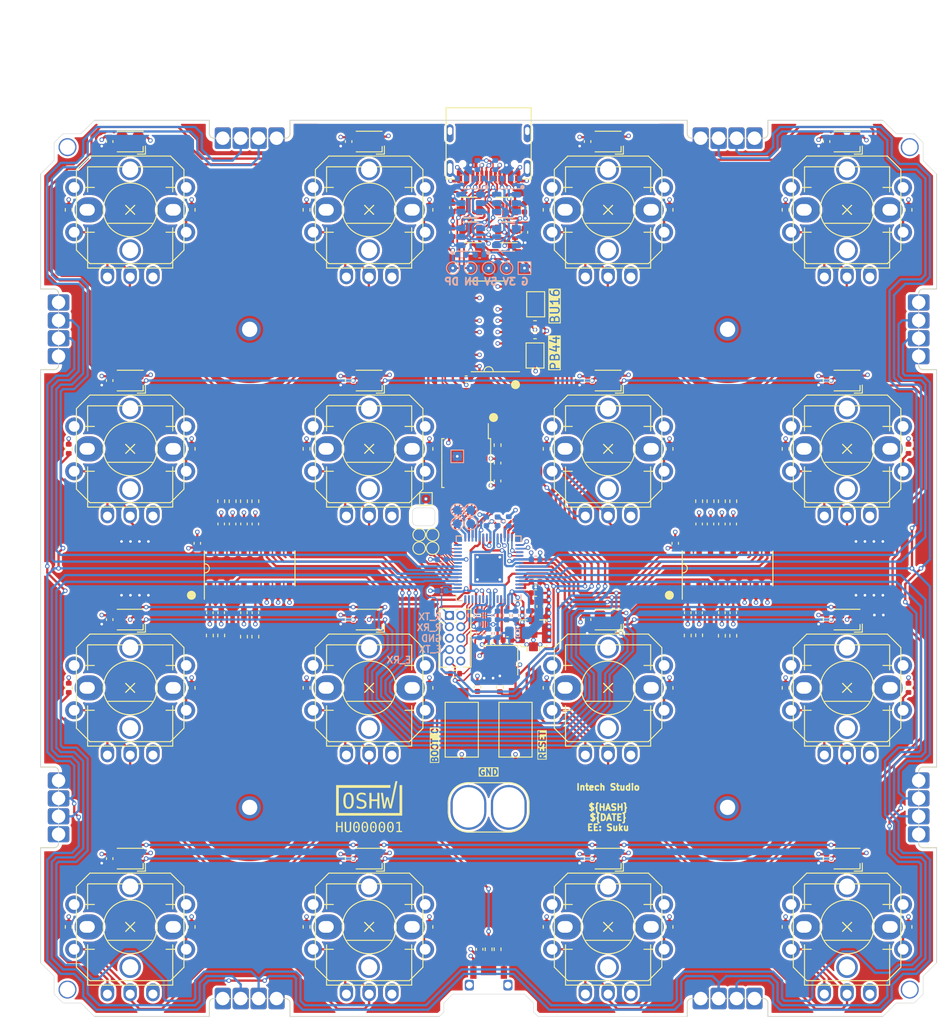
<source format=kicad_pcb>
(kicad_pcb (version 20240108) (generator "pcbnew") (generator_version "8.0")
  (layers (0 "F.Cu" signal) (1 "In1.Cu" signal) (2 "In2.Cu" signal) (31 "B.Cu" signal) (34 "B.Paste" user) (35 "F.Paste" user) (36 "B.SilkS" user "B.Silkscreen") (37 "F.SilkS" user "F.Silkscreen") (38 "B.Mask" user) (39 "F.Mask" user) (44 "Edge.Cuts" user))
  (net 0 "")
  (net 1 "GND")
  (net 2 "/MCU/MAP_MODE")
  (net 3 "Net-(J701-In)")
  (net 4 "Net-(U704-XTAL_P)")
  (net 5 "Net-(U704-XTAL_N)")
  (net 6 "/MCU/USB_DN")
  (net 7 "/MCU/USB_DP")
  (net 8 "VDD_SPI")
  (net 9 "/MCU/TMS")
  (net 10 "/MCU/TCK")
  (net 11 "/MCU/TDO")
  (net 12 "/MCU/GRID_SYNC_1")
  (net 13 "/MCU/GRID_WEST_TX")
  (net 14 "+5V")
  (net 15 "/MCU/GRID_WEST_RX")
  (net 16 "/MCU/GRID_SYNC_2")
  (net 17 "/MCU/GRID_SOUTH_TX")
  (net 18 "/MCU/GRID_NORTH_RX")
  (net 19 "/MCU/GRID_SOUTH_RX")
  (net 20 "/MCU/GRID_NORTH_TX")
  (net 21 "/MCU/GRID_EAST_RX")
  (net 22 "/MCU/GRID_EAST_TX")
  (net 23 "/MCU/LED_DATA_OUT")
  (net 24 "/UI_LED/LED_DATA_OUT")
  (net 25 "/MCU/TDI")
  (net 26 "/MCU/U0RXD")
  (net 27 "/MCU/U0TXD")
  (net 28 "/MCU/SPICS0")
  (net 29 "/ANA_0")
  (net 30 "/ANA_1")
  (net 31 "/ANA_4")
  (net 32 "/ANA_5")
  (net 33 "/ANA_12")
  (net 34 "/ANA_13")
  (net 35 "/ANA_2")
  (net 36 "/ANA_3")
  (net 37 "/ANA_6")
  (net 38 "/ANA_7")
  (net 39 "/ANA_14")
  (net 40 "/ANA_15")
  (net 41 "/HWCFG/HWCFG_SHIFT")
  (net 42 "/HWCFG/HWCFG_CLOCK")
  (net 43 "/HWCFG/HWCFG_DATA")
  (net 44 "/MCU/RP_UART0_TX")
  (net 45 "/MCU/RP_UART0_RX")
  (net 46 "/MCU/RP_CLK")
  (net 47 "/MCU/RP_SWCLK")
  (net 48 "/MCU/RP_SWDIO")
  (net 49 "/MCU/RP_RUN")
  (net 50 "/MCU/RP_SPI0_RX")
  (net 51 "/MCU/RP_SPI0_CS")
  (net 52 "/MCU/RP_SPI0_SCK")
  (net 53 "/MCU/RP_SPI0_TX")
  (net 54 "Net-(C601-Pad1)")
  (net 58 "/MCU/RP_INTERRUPT")
  (net 59 "/MCU/SPIQ")
  (net 60 "/MCU/SPIWP")
  (net 61 "/MCU/SPID")
  (net 62 "/MCU/SPICLK")
  (net 63 "/MCU/SPIHD")
  (net 64 "/MCU/ESP_RESET")
  (net 65 "/MCU/ESP_BOOT0")
  (net 66 "/MCU/ESP_LNA")
  (net 67 "+1V1")
  (net 70 "+3V3")
  (net 73 "ESP_GPIO_3")
  (net 74 "ESP_GPIO_2")
  (net 75 "ESP_GPIO_1")
  (net 76 "ESP_GPIO_4")
  (net 77 "ESP_GPIO_5")
  (net 78 "ESP_GPIO_16")
  (net 79 "ESP_GPIO_48")
  (net 80 "ESP_GPIO_47")
  (net 81 "ESP_GPIO_33")
  (net 82 "ESP_GPIO_34")
  (net 83 "ESP_GPIO_35")
  (net 84 "ESP_GPIO_36")
  (net 85 "ESP_GPIO_37")
  (net 86 "ESP_GPIO_45")
  (net 87 "ESP_GPIO_46")
  (net 88 "/ANA_8")
  (net 89 "/ANA_9")
  (net 90 "/ANA_10")
  (net 91 "/ANA_11")
  (net 92 "Net-(SW701-A)")
  (net 93 "Net-(U703-GPIO12)")
  (net 94 "Net-(U703-GPIO13)")
  (net 95 "Net-(U703-GPIO14)")
  (net 96 "Net-(U703-GPIO15)")
  (net 118 "Net-(C749-Pad1)")
  (net 119 "Net-(D901-DOUT)")
  (net 120 "Net-(D902-DOUT)")
  (net 121 "Net-(D902-DIN)")
  (net 122 "Net-(D903-DOUT)")
  (net 123 "Net-(D903-DIN)")
  (net 124 "Net-(D904-DOUT)")
  (net 125 "Net-(D904-DIN)")
  (net 126 "Net-(D905-DOUT)")
  (net 127 "Net-(D906-DOUT)")
  (net 128 "Net-(D907-DOUT)")
  (net 129 "Net-(D908-DOUT)")
  (net 130 "Net-(D909-DOUT)")
  (net 131 "Net-(D910-DOUT)")
  (net 132 "Net-(D911-DOUT)")
  (net 133 "Net-(D912-DOUT)")
  (net 134 "Net-(U1001-X0)")
  (net 135 "Net-(U1001-X2)")
  (net 136 "Net-(U1001-X4)")
  (net 137 "Net-(U1001-X6)")
  (net 138 "Net-(U1001-X1)")
  (net 139 "Net-(U1001-X3)")
  (net 140 "Net-(U1001-X5)")
  (net 141 "Net-(U1001-X7)")
  (net 142 "Net-(U1002-X0)")
  (net 143 "Net-(U1002-X2)")
  (net 144 "Net-(U1002-X4)")
  (net 145 "Net-(U1002-X6)")
  (net 146 "Net-(U1002-X1)")
  (net 147 "Net-(U1002-X3)")
  (net 148 "Net-(U1002-X5)")
  (net 149 "Net-(U1002-X7)")
  (net 150 "Net-(R1017-Pad2)")
  (net 151 "Net-(R1018-Pad2)")
  (net 152 "Net-(R1019-Pad2)")
  (net 153 "Net-(R1020-Pad2)")
  (net 154 "Net-(R1021-Pad2)")
  (net 155 "Net-(R1022-Pad2)")
  (net 156 "Net-(R1023-Pad2)")
  (net 157 "Net-(R1024-Pad2)")
  (net 158 "Net-(R1025-Pad2)")
  (net 159 "Net-(R1026-Pad2)")
  (net 160 "Net-(R1027-Pad2)")
  (net 161 "Net-(R1028-Pad2)")
  (net 162 "Net-(R1029-Pad2)")
  (net 163 "Net-(R1030-Pad2)")
  (net 164 "Net-(R1031-Pad2)")
  (net 165 "Net-(R1032-Pad2)")
  (net 166 "Net-(R1033-Pad1)")
  (net 167 "Net-(R1034-Pad1)")
  (net 168 "Net-(R1035-Pad1)")
  (net 169 "Net-(R1036-Pad1)")
  (net 170 "Net-(R1037-Pad1)")
  (net 171 "Net-(R1038-Pad1)")
  (net 172 "Net-(R1039-Pad1)")
  (net 173 "Net-(R1040-Pad1)")
  (net 174 "Net-(R1041-Pad1)")
  (net 175 "Net-(R1042-Pad1)")
  (net 176 "Net-(R1043-Pad1)")
  (net 177 "Net-(R1044-Pad1)")
  (net 178 "Net-(R1045-Pad1)")
  (net 179 "Net-(R1046-Pad1)")
  (net 180 "Net-(R1047-Pad1)")
  (net 181 "Net-(R1048-Pad1)")
  (net 246 "Net-(JP701-B)")
  (net 249 "Net-(J601-SHIELD-PadS2)")
  (net 251 "/MCU/USB_POWER/A7")
  (net 252 "/MCU/USB_POWER/CC1")
  (net 253 "/MCU/USB_POWER/SBU1")
  (net 254 "/MCU/USB_POWER/A6")
  (net 255 "/MCU/USB_POWER/SBU2")
  (net 256 "/MCU/USB_POWER/CC2")
  (net 257 "Net-(JP801-B)")
  (net 262 "Net-(U704-GPIO43)")
  (net 264 "/MCU/USB_POWER/DEBUG")
  (footprint "suku_basics:UI_WS2812C-2020" (layer "F.Cu") (at 59.995 132.385 180)
    (property "Reference" "D904" (hide yes))
    (property "Value" "WS2812C-2020" (hide yes))
  )
  (footprint "suku_basics:UI_WS2812C-2020" (layer "F.Cu") (at 113.335 132.385 180)
    (property "Reference" "D912" (hide yes))
    (property "Value" "WS2812C-2020" (hide yes))
  )
  (footprint "suku_basics:UI_WS2812C-2020" (layer "F.Cu") (at 86.665 132.385 180)
    (property "Reference" "D908" (hide yes))
    (property "Value" "WS2812C-2020" (hide yes))
  )
  (footprint "suku_basics:UI_WS2812C-2020" (layer "F.Cu") (at 140.005 132.385 180)
    (property "Reference" "D916" (hide yes))
    (property "Value" "WS2812C-2020" (hide yes))
  )
  (footprint "suku_basics:UI_WS2812C-2020" (layer "F.Cu") (at 86.665 52.375 180)
    (property "Reference" "D905" (hide yes))
    (property "Value" "WS2812C-2020" (hide yes))
  )
  (footprint "suku_basics:UI_WS2812C-2020" (layer "F.Cu") (at 113.335 52.375 180)
    (property "Reference" "D909" (hide yes))
    (property "Value" "WS2812C-2020" (hide yes))
  )
  (footprint "suku_basics:UI_WS2812C-2020" (layer "F.Cu") (at 140.005 79.045 180)
    (property "Reference" "D914" (hide yes))
    (property "Value" "WS2812C-2020" (hide yes))
  )
  (footprint "suku_basics:CAP_0402" (layer "F.Cu") (at 99 142.5 -90)
    (property "Reference" "C757" (hide yes))
    (property "Value" "100n" (hide yes))
  )
  (footprint "suku_basics:CAP_0402" (layer "F.Cu") (at 84.379 52.375 -90)
    (property "Reference" "C905" (hide yes))
    (property "Value" "100n" (hide yes))
  )
  (footprint "suku_basics:CAP_0402" (layer "F.Cu") (at 111.049 52.375 -90)
    (property "Reference" "C909" (hide yes))
    (property "Value" "100n" (hide yes))
  )
  (footprint "suku_basics:CAP_0402" (layer "F.Cu") (at 111.049 132.385 -90)
    (property "Reference" "C912" (hide yes))
    (property "Value" "100n" (hide yes))
  )
  (footprint "suku_basics:CAP_0402" (layer "F.Cu") (at 137.719 52.375 -90)
    (property "Reference" "C913" (hide yes))
    (property "Value" "100n" (hide yes))
  )
  (footprint "suku_basics:CAP_0402" (layer "F.Cu") (at 137.719 79.045 -90)
    (property "Reference" "C914" (hide yes))
    (property "Value" "100n" (hide yes))
  )
  (footprint "suku_basics:CAP_0402" (layer "F.Cu") (at 72.695 95.047 90)
    (property "Reference" "C1001" (hide yes))
    (property "Value" "100n" (hide yes))
  )
  (footprint "suku_basics:CAP_0402" (layer "F.Cu") (at 70.155 95.047 90)
    (property "Reference" "C1002" (hide yes))
    (property "Value" "100n" (hide yes))
  )
  (footprint "suku_basics:CAP_0402" (layer "F.Cu") (at 71.425 95.047 90)
    (property "Reference" "C1005" (hide yes))
    (property "Value" "100n" (hide yes))
  )
  (footprint "suku_basics:CAP_0402" (layer "F.Cu") (at 73.965 95.047 90)
    (property "Reference" "C1006" (hide yes))
    (property "Value" "100n" (hide yes))
  )
  (footprint "suku_basics:UI_WS2812C-2020" (layer "F.Cu") (at 59.995 52.375 180)
    (property "Reference" "D901" (hide yes))
    (property "Value" "WS2812C-2020" (hide yes))
  )
  (footprint "suku_basics:UI_WS2812C-2020" (layer "F.Cu") (at 86.665 79.045 180)
    (property "Reference" "D906" (hide yes))
    (property "Value" "WS2812C-2020" (hide yes))
  )
  (footprint "suku_basics:UI_WS2812C-2020" (layer "F.Cu") (at 140.005 52.375 180)
    (property "Reference" "D913" (hide yes))
    (property "Value" "WS2812C-2020" (hide yes))
  )
  (footprint "suku_basics:J_INTERFACE_SPRINGPATTERN" (layer "F.Cu") (at 50 73.33 90)
    (property "Reference" "J504" (hide yes))
    (property "Value" "Conn_01x04")
  )
  (footprint "suku_basics:J_INTERFACE_SPRINGPATTERN" (layer "F.Cu") (at 50 126.67 90)
    (property "Reference" "J506" (hide yes))
    (property "Value" "Conn_01x04")
  )
  (footprint "suku_basics:J_INTERFACE_SPRINGPATTERN" (layer "F.Cu") (at 73.33 150 180)
    (property "Reference" "J507" (hide yes))
    (property "Value" "Conn_01x04")
  )
  (footprint "suku_basics:J_INTERFACE_SPRINGPATTERN" (layer "F.Cu") (at 73.33 50)
    (property "Reference" "J501" (hide yes))
    (property "Value" "Conn_01x04")
  )
  (footprint "suku_basics:J_INTERFACE_SPRINGPATTERN" (layer "F.Cu") (at 126.67 150 180)
    (property "Reference" "J508" (hide yes))
    (property "Value" "Conn_01x04")
  )
  (footprint "suku_basics:J_INTERFACE_SPRINGPATTERN" (layer "F.Cu") (at 126.67 50)
    (property "Reference" "J502" (hide yes))
    (property "Value" "Conn_01x04")
  )
  (footprint "suku_basics:J_INTERFACE_SPRINGPATTERN" (layer "F.Cu") (at 150 73.33 -90)
    (property "Reference" "J503" (hide yes))
    (property "Value" "Conn_01x04")
  )
  (footprint "suku_basics:RES_0402" (layer "F.Cu") (at 66.853 140.005 90)
    (property "Reference" "R1036" (hide yes))
    (property "Value" "5k1" (hide yes))
  )
  (footprint "suku_basics:RES_0402" (layer "F.Cu") (at 93.396 140.005 90)
    (property "Reference" "R1040" (hide yes))
    (property "Value" "5k1" (hide yes))
  )
  (footprint "suku_basics:RES_0402" (layer "F.Cu") (at 120.193 140.005 90)
    (property "Reference" "R1044" (hide yes))
    (property "Value" "5k1" (hide yes))
  )
  (footprint "suku_basics:RES_0402" (layer "F.Cu") (at 146.863 140.005 90)
    (property "Reference" "R1048" (hide yes))
    (property "Value" "5k1" (hide yes))
  )
  (footprint "suku_basics:RES_0402" (layer "F.Cu") (at 71.425 92.507 90)
    (property "Reference" "R1001" (hide yes))
    (property "Value" "1k" (hide yes))
  )
  (footprint "suku_basics:RES_0402" (layer "F.Cu") (at 70.155 92.507 90)
    (property "Reference" "R1002" (hide yes))
    (property "Value" "1k" (hide yes))
  )
  (footprint "suku_basics:RES_0402" (layer "F.Cu") (at 72.695 92.507 90)
    (property "Reference" "R1005" (hide yes))
    (property "Value" "1k" (hide yes))
  )
  (footprint "suku_basics:RES_0402" (layer "F.Cu") (at 73.965 92.507 90)
    (property "Reference" "R1006" (hide yes))
    (property "Value" "1k" (hide yes))
  )
  (footprint "suku_basics:RES_0402" (layer "F.Cu") (at 101 142.5 90)
    (property "Reference" "R736" (hide yes))
    (property "Value" "1k" (hide yes))
  )
  (footprint "suku_basics:UI_POT_SONGHUEI" (layer "F.Cu") (at 86.665 59.995)
    (property "Reference" "UI1005" (hide yes))
    (property "Value" "RK0952N-12.5F/5-B10K")
  )
  (footprint "suku_basics:UI_POT_SONGHUEI" (layer "F.Cu") (at 113.335 59.995)
    (property "Reference" "UI1009" (hide yes))
    (property "Value" "RK0952N-12.5F/5-B10K")
  )
  (footprint "suku_basics:UI_POT_SONGHUEI" (layer "F.Cu") (at 140.005 59.995)
    (property "Reference" "UI1013" (hide yes))
    (property "Value" "RK0952N-12.5F/5-B10K")
  )
  (footprint "suku_basics:UI_BUTTON_OMRON" (layer "F.Cu") (at 86.665 140.005 180)
    (property "Reference" "UI1024" (hide yes))
    (property "Value" "B3F-4050" (hide yes))
  )
  (footprint "suku_basics:UI_BUTTON_OMRON" (layer "F.Cu") (at 113.335 140.005 180)
    (property "Reference" "UI1028" (hide yes))
    (property "Value" "B3F-4050" (hide yes))
  )
  (footprint "suku_basics:UI_BUTTON_OMRON" (layer "F.Cu") (at 140.005 140.005 180)
    (property "Reference" "UI1032" (hide yes))
    (property "Value" "B3F-4050" (hide yes))
  )
  (footprint "suku_basics:CAP_0402" (layer "F.Cu") (at 57.709 132.385 -90)
    (property "Reference" "C904" (hide yes))
    (property "Value" "100n" (hide yes))
  )
  (footprint "suku_basics:CAP_0402" (layer "F.Cu") (at 84.379 79.045 -90)
    (property "Reference" "C906" (hide yes))
    (property "Value" "100n" (hide yes))
  )
  (footprint "suku_basics:CAP_0402" (layer "F.Cu") (at 84.379 132.385 -90)
    (property "Reference" "C908" (hide yes))
    (property "Value" "100n" (hide yes))
  )
  (footprint "suku_basics:CAP_0402" (layer "F.Cu") (at 137.719 132.385 -90)
    (property "Reference" "C916" (hide yes))
    (property "Value" "100n" (hide yes))
  )
  (footprint "suku_basics:J_INTERFACE_SPRINGPATTERN" (layer "F.Cu") (at 150 126.67 -90)
    (property "Reference" "J505" (hide yes))
    (property "Value" "Conn_01x04")
  )
  (footprint "suku_basics:UI_BUTTON_OMRON" (layer "F.Cu") (at 59.995 140.005 180)
    (property "Reference" "UI1020" (hide yes))
    (property "Value" "B3F-4050" (hide yes))
  )
  (footprint "suku_basics:RES_0402" (layer "F.Cu") (at 124.765 92.507 90)
    (property "Reference" "R1009" (hide yes))
    (property "Value" "1k" (hide yes))
  )
  (footprint "suku_basics:RES_0402" (layer "F.Cu") (at 123.495 92.507 90)
    (property "Reference" "R1010" (hide yes))
    (property "Value" "1k" (hide yes))
  )
  (footprint "suku_basics:RES_0402" (layer "F.Cu") (at 127.305 92.507 90)
    (property "Reference" "R1014" (hide yes))
    (property "Value" "1k" (hide yes))
  )
  (footprint "suku_basics:SOIC-16_74HC4051" (layer "F.Cu") (at 126.67 100 90)
    (property "Reference" "U1002" (hide yes))
    (property "Value" "74HC4051" (hide yes))
  )
  (footprint "suku_basics:CAP_0402" (layer "F.Cu") (at 126.035 95.047 90)
    (property "Reference" "C1010" (hide yes))
    (property "Value" "100n" (hide yes))
  )
  (footprint "suku_basics:CAP_0402" (layer "F.Cu") (at 123.495 95.047 90)
    (property "Reference" "C1011" (hide yes))
    (property "Value" "100n" (hide yes))
  )
  (footprint "suku_basics:CAP_0402" (layer "F.Cu") (at 124.765 95.047 90)
    (property "Reference" "C1014" (hide yes))
    (property "Value" "100n" (hide yes))
  )
  (footprint "suku_basics:CAP_0402" (layer "F.Cu") (at 127.305 95.047 90)
    (property "Reference" "C1015" (hide yes))
    (property "Value" "100n" (hide yes))
  )
  (footprint "suku_basics:SOIC-16_74HC4051" (layer "F.Cu") (at 73.33 100 90)
    (property "Reference" "U1001" (hide yes))
    (property "Value" "74HC4051" (hide yes))
  )
  (footprint "suku_basics:UI_POT_SONGHUEI" (layer "F.Cu") (at 59.995 59.995)
    (property "Reference" "UI1001" (hide yes))
    (property "Value" "RK0952N-12.5F/5-B10K")
  )
  (footprint "suku_basics:RES_0402" (layer "F.Cu") (at 68.885 107.493 -90)
    (property "Reference" "R1003" (hide yes))
    (property "Value" "1k" (hide yes))
  )
  (footprint "suku_basics:RES_0402" (layer "F.Cu") (at 70.155 107.493 -90)
    (property "Reference" "R1004" (hide yes))
    (property "Value" "1k" (hide yes))
  )
  (footprint "suku_basics:RES_0402" (layer "F.Cu") (at 73.965 107.62 -90)
    (property "Reference" "R1007" (hide yes))
    (property "Value" "1k" (hide yes))
  )
  (footprint "suku_basics:RES_0402" (layer "F.Cu") (at 72.695 107.62 -90)
    (property "Reference" "R1008" (hide yes))
    (property "Value" "1k" (hide yes))
  )
  (footprint "suku_basics:CAP_0402" (layer "F.Cu") (at 68.885 104.953 -90)
    (property "Reference" "C1003" (hide yes))
    (property "Value" "100n" (hide yes))
  )
  (footprint "suku_basics:CAP_0402" (layer "F.Cu") (at 70.155 104.953 -90)
    (property "Reference" "C1004" (hide yes))
    (property "Value" "100n" (hide yes))
  )
  (footprint "suku_basics:CAP_0402" (layer "F.Cu") (at 73.965 104.953 -90)
    (property "Reference" "C1007" (hide yes))
    (property "Value" "100n" (hide yes))
  )
  (footprint "suku_basics:CAP_0402" (layer "F.Cu") (at 72.695 104.953 -90)
    (property "Reference" "C1008" (hide yes))
    (property "Value" "100n" (hide yes))
  )
  (footprint "suku_basics:RES_0402" (layer "F.Cu") (at 126.035 92.507 90)
    (property "Reference" "R1013" (hide yes))
    (property "Value" "1k" (hide yes))
  )
  (footprint "suku_basics:CAP_0402" (layer "F.Cu") (at 122.225 104.953 -90)
    (property "Reference" "C1012" (hide yes))
    (property "Value" "100n" (hide yes))
  )
  (footprint "suku_basics:CAP_0402" (layer "F.Cu") (at 123.495 104.953 -90)
    (property "Reference" "C1013" (hide yes))
    (property "Value" "100n" (hide yes))
  )
  (footprint "suku_basics:CAP_0402" (layer "F.Cu") (at 127.305 104.953 -90)
    (property "Reference" "C1016" (hide yes))
    (property "Value" "100n" (hide yes))
  )
  (footprint "suku_basics:CAP_0402" (layer "F.Cu") (at 126.035 104.953 -90)
    (property "Reference" "C1017" (hide yes))
    (property "Value" "100n" (hide yes))
  )
  (footprint "suku_basics:RES_0402" (layer "F.Cu") (at 122.225 107.493 -90)
    (property "Reference" "R1011" (hide yes))
    (property "Value" "1k" (hide yes))
  )
  (footprint "suku_basics:RES_0402" (layer "F.Cu") (at 123.495 107.4676 -90)
    (property "Reference" "R1012" (hide yes))
    (property "Value" "1k" (hide yes))
  )
  (footprint "suku_basics:RES_0402" (layer "F.Cu") (at 127.305 107.5184 -90)
    (property "Reference" "R1015" (hide yes))
    (property "Value" "1k" (hide yes))
  )
  (footprint "suku_basics:RES_0402" (layer "F.Cu") (at 126.035 107.5184 -90)
    (property "Reference" "R1016" (hide yes))
    (property "Value" "1k" (hide yes))
  )
  (footprint "suku_basics:SOIC-8W_FLASH" (layer "F.Cu") (at 97.5 88.25 -90)
    (property "Reference" "U705" (hide yes))
    (property "Value" "W25Q64JVSSIQ" (hide yes))
  )
  (footprint "suku_basics:CAP_0402" (layer "F.Cu") (at 57.709 52.375 -90)
    (property "Reference" "C901" (hide yes))
    (property "Value" "100n" (hide yes))
  )
  (footprint "suku_basics:CAP_0402" (layer "F.Cu") (at 97.5 78.8875 180)
    (property "Reference" "C801" (hide yes))
    (property "Value" "100n" (hide yes))
  )
  (footprint "suku_basics:CAP_0402" (layer "F.Cu") (at 120.828 97.206 -90)
    (property "Reference" "C1018" (hide yes))
    (property "Value" "100n" (hide yes))
  )
  (footprint "suku_basics:CAP_0402" (layer "F.Cu") (at 67.488 97.206 -90)
    (property "Reference" "C1009" (hide yes))
    (property "Value" "100n" (hide yes))
  )
  (footprint "suku_basics:SW_HYP_MAPMODE" (layer "F.Cu") (at 100 146.2 180)
    (property "Reference" "SW701" (hide yes))
    (property "Value" "C255807" (hide yes))
  )
  (footprint "suku_basics:SOIC-16_74HC165" (layer "F.Cu") (at 100 73 180)
    (property "Reference" "U801" (hide yes))
    (property "Value" "74HC165" (hide yes))
  )
  (footprint "suku_basics:CAP_0402" (layer "F.Cu") (at 101 90.25 -90)
    (property "Reference" "C756" (hide yes))
    (property "Value" "100n" (hide yes))
  )
  (footprint "suku_basics:UI_WS2812C-2020" (layer "F.Cu") (at 59.995 79.045 180)
    (property "Reference" "D902" (hide yes))
    (property "Value" "WS2812C-2020" (hide yes))
  )
  (footprint "suku_basics:CAP_0402" (layer "F.Cu") (at 57.709 79.045 -90)
    (property "Reference" "C902" (hide yes))
    (property "Value" "100n" (hide yes))
  )
  (footprint "suku_basics:UI_WS2812C-2020" (layer "F.Cu") (at 113.335 79.045 180)
    (property "Reference" "D910" (hide yes))
    (property "Value" "WS2812C-2020" (hide yes))
  )
  (footprint "suku_basics:CAP_0402" (layer "F.Cu") (at 111.049 79.045 -90)
    (property "Reference" "C910" (hide yes))
    (property "Value" "100n" (hide yes))
  )
  (footprint "suku_basics:CAP_0402" (layer "F.Cu") (at 84.379 105.715 -90)
    (property "Reference" "C907" (hide yes))
    (property "Value" "100n")
  )
  (footprint "suku_basics:RES_0402" (layer "F.Cu") (at 53.137 140.005 -90)
    (property "Reference" "R1020" (hide yes))
    (property "Value" "470R")
  )
  (footprint "suku_basics:RES_0402" (layer "F.Cu") (at 133.147 140.005 -90)
    (property "Reference" "R1032" (hide yes))
    (property "Value" "470R")
  )
  (footprint "suku_basics:UI_BUTTON_OMRON" (layer "F.Cu") (at 140.005 86.665 180)
    (property "Reference" "UI1030" (hide yes))
    (property "Value" "B3F-4050")
  )
  (footprint "suku_basics:RES_0402" (layer "F.Cu") (at 53.137 59.995 -90)
    (property "Reference" "R1017" (hide yes))
    (property "Value" "470R" (hide yes))
  )
  (footprint "suku_basics:CAP_0402" (layer "F.Cu") (at 102 105.25 -90)
    (property "Reference" "C753" (hide yes))
    (property "Value" "10n" (hide yes))
  )
  (footprint "suku_basics:UI_POT_SONGHUEI" (layer "F.Cu") (at 86.665 113.335)
    (property "Reference" "UI1007" (hide yes))
    (property "Value" "RK0952N-12.5F/5-B10K")
  )
  (footprint "Button_Switch_SMD:SW_SPST_CK_RS282G05A3" (layer "F.Cu") (at 97 118 90)
    (property "Reference" "SW703" (hide yes))
    (property "Value" "C2905169" (hide yes))
  )
  (footprint "suku_basics:UI_POT_SONGHUEI" (layer "F.Cu") (at 140.005 113.335)
    (property "Reference" "UI1015" (hide yes))
    (property "Value" "RK0952N-12.5F/5-B10K")
  )
  (footprint "suku_basics:USB_C_Korean_Hroparts_TYPE-C-31-M-12" (layer "F.Cu") (at 100 53.4 180)
    (property "Reference" "J601" (hide yes))
    (property "Value" "TYPE-C-32-M-12" (hide yes))
  )
  (footprint "suku_basics:UI_POT_SONGHUEI" (layer "F.Cu") (at 86.665 86.665)
    (property "Reference" "UI1006" (hide yes))
    (property "Value" "RK0952N-12.5F/5-B10K")
  )
  (footprint "suku_basics:RES_0402" (layer "F.Cu") (at 93.396 59.995 90)
    (property "Reference" "R1037" (hide yes))
    (property "Value" "5k1")
  )
  (footprint "suku_basics:RES_0402" (layer "F.Cu") (at 66.853 86.665 90)
    (property "Reference" "R1034" (hide yes))
    (property "Value" "5k1")
  )
  (footprint "suku_basics:RES_0402" (layer "F.Cu") (at 101 86.25 90)
    (property "Reference" "R734" (hide yes))
    (property "Value" "5k1" (hide yes))
  )
  (footprint "suku_basics:RES_0402" (layer "F.Cu") (at 106.477 86.665 -90)
    (property "Reference" "R1026" (hide yes))
    (property "Value" "470R")
  )
  (footprint "Crystal:Crystal_SMD_Abracon_ABM8G-4Pin_3.2x2.5mm" (layer "F.Cu") (at 101.25 110.25 180)
    (property "Reference" "Y701" (hide yes))
    (property "Value" "40MHz" (hide yes))
  )
  (footprint "suku_basics:UI_POT_SONGHUEI" (layer "F.Cu") (at 59.995 113.335)
    (property "Reference" "UI1003" (hide yes))
    (property "Value" "RK0952N-12.5F/5-B10K")
  )
  (footprint "suku_basics:UI_BUTTON_OMRON" (layer "F.Cu") (at 140.005 113.335 180)
    (property "Reference" "UI1031" (hide yes))
    (property "Value" "B3F-4050")
  )
  (footprint "suku_basics:UI_BUTTON_OMRON" (layer "F.Cu") (at 113.335 59.995 180)
    (property "Reference" "UI1025" (hide yes))
    (property "Value" "B3F-4050")
  )
  (footprint "suku_basics:UI_BUTTON_OMRON" (layer "F.Cu") (at 59.995 86.665 180)
    (property "Reference" "UI1018" (hide yes))
    (property "Value" "B3F-4050")
  )
  (footprint "suku_basics:RES_0402" (layer "F.Cu") (at 101.25 113.25 -90)
    (property "Reference" "R735" (hide yes))
    (property "Value" "5k1")
  )
  (footprint "suku_basics:UI_POT_SONGHUEI" (layer "F.Cu") (at 140.005 86.665)
    (property "Reference" "UI1014" (hide yes))
    (property "Value" "RK0952N-12.5F/5-B10K")
  )
  (footprint "suku_basics:CAP_0402" (layer "F.Cu") (at 100.35 108 180)
    (property "Reference" "C750" (hide yes))
    (property "Value" "10p" (hide yes))
  )
  (footprint "suku_basics:CAP_0402" (layer "F.Cu") (at 98.75 105.25 -90)
    (property "Reference" "C752" (hide yes))
    (property "Value" "100n" (hide yes))
  )
  (footprint "suku_basics:UI_BUTTON_OMRON" (layer "F.Cu") (at 59.995 59.995 180)
    (property "Reference" "UI1017" (hide yes))
    (property "Value" "B3F-4050")
  )
  (footprint "suku_basics:RES_0402" (layer "F.Cu") (at 79.68 113.335 -90)
    (property "Reference" "R1023" (hide yes))
    (property "Value" "470R")
  )
  (footprint "suku_basics:UI_BUTTON_OMRON" (layer "F.Cu") (at 59.995 113.335 180)
    (property "Reference" "UI1019" (hide yes))
    (property "Value" "B3F-4050")
  )
  (footprint "suku_basics:CAP_0402" (layer "F.Cu") (at 137.719 105.715 -90)
    (property "Reference" "C915" (hide yes))
    (property "Value" "100n")
  )
  (footprint "suku_basics:UI_POT_SONGHUEI" (layer "F.Cu") (at 86.665 140.005)
    (property "Reference" "UI1008" (hide yes))
    (property "Value" "RK0952N-12.5F/5-B10K")
  )
  (footprint "suku_basics:UI_WS2812C-2020" (layer "F.Cu") (at 59.995 105.715 180)
    (property "Reference" "D903" (hide yes))
    (property "Value" "WS2812C-2020")
  )
  (footprint "suku_basics:OscilloscopeGround" (layer "F.Cu") (at 100 126.67)
    (property "Reference" "J799" (hide yes))
    (property "Value" "Conn_01x02")
  )
  (footprint "suku_basics:CAP_0402" (layer "F.Cu") (at 57.709 105.715 -90)
    (property "Reference" "C903" (hide yes))
    (property "Value" "100n")
  )
  (footprint "suku_basics:CAP_0402" (layer "F.Cu") (at 105.25 102.75)
    (property "Reference" "C742" (hide yes))
    (property "Value" "1p8" (hide yes))
  )
  (footprint "suku_basics:CAP_0402" (layer "F.Cu") (at 96 62.5 90)
    (property "Reference" "C606" (hide yes))
    (property "Value" "100n")
  )
  (footprint "suku_basics:RES_0402" (layer "F.Cu") (at 106.477 140.005 -90)
    (property "Reference" "R1028" (hide yes))
    (property "Value" "470R")
  )
  (footprint "suku_basics:RES_0402" (layer "F.Cu") (at 146.863 113.335 90)
    (property "Reference" "R1047" (hide yes))
    (property "Value" "5k1")
  )
  (footprint "TestPoint:TestPoint_Pad_1.0x1.0mm" (layer "F.Cu") (at 93 92.25)
    (property "Reference" "TP710" (hide yes))
    (property "Value" "TestPoint")
  )
  (footprint "suku_basics:RES_0402" (layer "F.Cu") (at 79.68 59.995 -90)
    (property "Reference" "R1021" (hide yes))
    (property "Value" "470R" (hide yes))
  )
  (footprint "suku_basics:CAP_0402" (layer "F.Cu") (at 101 94.75 90)
    (property "Reference" "C751" (hide yes))
    (property "Value" "100n" (hide yes))
  )
  (footprint "suku_basics:UI_BUTTON_OMRON" (layer "F.Cu") (at 113.335 86.665 180)
    (property "Reference" "UI1026" (hide yes))
    (property "Value" "B3F-4050")
  )
  (footprint "Jumper:SolderJumper-2_P1.3mm_Open_TrianglePad1.0x1.5mm" (layer "F.Cu") (at 105.25 70.536 90)
    (property "Reference" "JP801" (hide yes))
    (property "Value" "(NF)")
  )
  (footprint "suku_basics:RES_0402" (layer "F.Cu") (at 133.147 86.665 -90)
    (property "Reference" "R1030" (hide yes))
    (property "Value" "470R")
  )
  (footprint "suku_basics:RES_0402" (layer "F.Cu") (at 93.396 86.665 90)
    (property "Reference" "R1038" (hide yes))
    (property "Value" "5k1")
  )
  (footprint "suku_basics:UI_POT_SONGHUEI" (layer "F.Cu") (at 59.995 86.665)
    (property "Reference" "UI1002" (hide yes))
    (property "Value" "RK0952N-12.5F/5-B10K")
  )
  (footprint "suku_basics:CAP_0402" (layer "F.Cu") (at 98.75 113.25 90)
    (property "Reference" "C758" (hide yes))
    (property "Value" "1u")
  )
  (footprint "suku_basics:SOT-363_SC-70-6" (layer "F.Cu") (at 98 59.75)
    (property "Reference" "U608" (hide yes))
    (property "Value" "BL1551B")
  )
  (footprint "suku_basics:RES_0402" (layer "F.Cu") (at 120.193 59.995 90)
    (property "Reference" "R1041" (hide yes))
    (property "Value" "5k1")
  )
  (footprint "suku_basics:RES_0402" (layer "F.Cu") (at 120.193 86.665 90)
    (property "Reference" "R1042" (hide yes))
    (property "Value" "5k1")
  )
  (footprint "suku_basics:CAP_0402" (layer "F.Cu") (at 105.75 104.25 90)
    (property "Reference" "C739" (hide yes))
    (property "Value" "3p9" (hide yes))
  )
  (footprint "suku_basics:RES_0402" (layer "F.Cu") (at 106.477 59.995 -90)
    (property "Reference" "R1025" (hide yes))
    (property "Value" "470R" (hide yes))
  )
  (footprint "suku_basics:CAP_0402" (layer "F.Cu") (at 101 88.25 90)
    (property "Reference" "C755" (hide yes))
    (property "Value" "1u" (hide yes))
  )
  (footprint "suku_basics:RES_0402" (layer "F.Cu") (at 66.853 59.995 90)
    (property "Reference" "R1033" (hide yes))
    (property "Value" "5k1")
  )
  (footprint "suku_basics:RES_0402" (layer "F.Cu") (at 133.147 59.995 -90)
    (property "Reference" "R1029" (hide yes))
    (property "Value" "470R" (hide yes))
  )
  (footprint "suku_basics:UI_BUTTON_OMRON" (layer "F.Cu") (at 86.665 113.335 180)
    (property "Reference" "UI1023" (hide yes))
    (property "Value" "B3F-4050")
  )
  (footprint "suku_basics:CAP_0402" (layer "F.Cu") (at 105.25 101.5)
    (property "Reference" "C749" (hide yes))
    (property "Value" "100n" (hide yes))
  )
  (footprint "suku_basics:RES_0402" (layer "F.Cu") (at 100 142.5 90)
    (property "Reference" "R701" (hide yes))
    (property "Value" "5k1")
  )
  (footprint "suku_basics:QFN-56-1EP_7x7mm_P0.4mm_EP3.2x3.2mm" (layer "F.Cu") (at 100 100 180)
    (property "Reference" "U704" (hide yes))
    (property "Value" "ESP32-S3" (hide yes))
  )
  (footprint "suku_basics:RES_0402" (layer "F.Cu") (at 105.179 72.75)
    (property "Reference" "R801" (hide yes))
    (property "Value" "5k1")
  )
  (footprint "Jumper:SolderJumper-2_P1.3mm_Open_TrianglePad1.0x1.5mm" (layer "F.Cu") (at 105.179 76.25 90)
    (property "Reference" "JP701" (hide yes))
    (property "Value" "(NF)")
  )
  (footprint "suku_basics:grid_outline" (layer "F.Cu") (at 100 100)
    (property "Reference" "M501" (hide yes))
    (property "Value" "Conn_01x08" (hide yes))
  )
  (footprint "suku_basics:CAP_0402" (layer "F.Cu") (at 104 59.75 -90)
    (property "Reference" "C604" (hide yes))
    (property "Value" "100n")
  )
  (footprint "suku_basics:UI_BUTTON_OMRON" (layer "F.Cu") (at 113.335 113.335 180)
    (property "Reference" "UI1027" (hide yes))
    (property "Value" "B3F-4050")
  )
  (footprint "suku_basics:UI_POT_SONGHUEI" (layer "F.Cu") (at 113.335 140.005)
    (property "Reference" "UI1012" (hide yes))
    (property "Value" "RK0952N-12.5F/5-B10K")
  )
  (footprint "suku_basics:UI_POT_SONGHUEI" (layer "F.Cu") (at 113.335 86.665)
    (property "Reference" "UI1010" (hide yes))
    (property "Value" "RK0952N-12.5F/5-B10K")
  )
  (footprint "TestPoint:TestPoint_Pad_D1.0mm" (layer "F.Cu") (at 93.75 96.25)
    (property "Reference" "TP706" (hide yes))
    (property "Value" "TestPoint")
  )
  (footprint "Connector_PinHeader_1.27mm:PinHeader_2x05_P1.27mm_Vertical" (layer "F.Cu") (at 95.625 105.25)
    (property "Reference" "J702" (hide yes))
    (property "Value" "Conn_02x05_Odd_Even" (hide yes))
  )
  (footprint "suku_basics:RES_0402" (layer "F.Cu") (at 105.179 74)
    (property "Reference" "R702" (hide yes))
    (property "Value" "5k1")
  )
  (footprint "suku_basics:UI_BUTTON_OMRON" (layer "F.Cu") (at 86.665 86.665 180)
    (property "Reference" "UI1022" (hide yes))
    (property "Value" "B3F-4050")
  )
  (footprint "suku_basics:SOT-363_SC-70-6" (layer "F.Cu") (at 102 59.75)
    (property "Reference" "U606" (hide yes))
    (property "Value" "BL1551B")
  )
  (footprint "suku_basics:RES_0402" (layer "F.Cu") (at 133.147 113.335 -90)
    (property "Reference" "R1031" (hide yes))
    (property "Value" "470R")
  )
  (footprint "suku_basics:UI_POT_SONGHUEI" (layer "F.Cu") (at 140.005 140.005)
    (property "Reference" "UI1016" (hide yes))
    (property "Value" "RK0952N-12.5F/5-B10K")
  )
  (footprint "suku_basics:UI_POT_SONGHUEI" (layer "F.Cu") (at 113.335 113.335)
    (property "Reference" "UI1011" (hide yes))
    (property "Value" "RK0952N-12.5F/5-B10K")
  )
  (footprint "suku_basics:UI_WS2812C-2020" (layer "F.Cu") (at 140.005 105.715 180)
    (property "Reference" "D915" (hide yes))
    (property "Value" "WS2812C-2020")
  )
  (footprint "suku_basics:RES_0402" (layer "F.Cu") (at 53.137 113.335 -90)
    (property "Reference" "R1019" (hide yes))
    (property "Value" "470R")
  )
  (footprint "Button_Switch_SMD:SW_SPST_CK_RS282G05A3" (layer "F.Cu") (at 103 118 90)
    (property "Reference" "SW702" (hide yes))
    (property "Value" "C2905169" (hide yes))
  )
  (footprint "suku_basics:UI_WS2812C-2020" (layer "F.Cu") (at 113.335 105.715 180)
    (property "Reference" "D911" (hide yes))
    (property "Value" "WS2812C-2020")
  )
  (footprint "suku_basics:SOT-363_SC-70-6" (layer "F.Cu") (at 98 62.5 180)
    (property "Reference" "U607" (hide yes))
    (property "Value" "BL1551B")
  )
  (footprint "suku_basics:RES_0402" (layer "F.Cu") (at 120.193 113.335 90)
    (property "Reference" "R1043" (hide yes))
    (property "Value" "5k1")
  )
  (footprint "suku_basics:RES_0402" (layer "F.Cu") (at 146.863 86.665 90)
    (property "Reference" "R1046" (hide yes))
    (property "Value" "5k1")
  )
  (footprint "suku_basics:UI_POT_SONGHUEI" (layer "F.Cu") (at 59.995 140.005)
    (property "Reference" "UI1004" (hide yes))
    (property "Value" "RK0952N-12.5F/5-B10K")
  )
  (footprint "TestPoint:TestPoint_Pad_D1.0mm" (layer "F.Cu") (at 92.25 96.25)
    (property "Reference" "TP708" (hide yes))
    (property "Value" "TestPoint")
  )
  (footprint "suku_basics:RES_0402" (layer "F.Cu") (at 79.68 140.005 -90)
    (property "Reference" "R1024" (hide yes))
    (property "Value" "470R")
  )
  (footprint "TestPoint:TestPoint_Pad_D1.0mm" (layer "F.Cu") (at 92.25 97.75)
    (property "Reference" "TP709" (hide yes))
    (property "Value" "TestPoint")
  )
  (footprint "suku_basics:RES_0402" (layer "F.Cu") (at 93.396 113.335 90)
    (property "Reference" "R1039" (hide yes))
    (property "Value" "5k1")
  )
  (footprint "TestPoint:TestPoint_Pad_D1.0mm" (layer "F.Cu") (at 93.75 97.75)
    (property "Reference" "TP707" (hide yes))
    (property "Value" "TestPoint")
  )
  (footprint "suku_basics:RES_0402" (layer "F.Cu") (at 53.137 86.665 -90)
    (property "Reference" "R1018" (hide yes))
    (property "Value" "470R")
  )
  (footprint "suku_basics:UI_BUTTON_OMRON" (layer "F.Cu") (at 86.665 59.995 180)
    (property "Reference" "UI1021" (hide yes))
    (property "Value" "B3F-4050")
  )
  (footprint "suku_basics:RES_0402" (layer "F.Cu") (at 79.68 86.665 -90)
    (property "Reference" "R1022" (hide yes))
    (property "Value" "470R")
  )
  (footprint "suku_basics:CAP_0402" (layer "F.Cu") (at 96 59.75 -90)
    (property "Reference" "C605" (hide yes))
    (property "Value" "100n")
  )
  (footprint "Connector_Coaxial:U.FL_Molex_MCRF_73412-0110_Vertical" (layer "F.Cu") (at 105 107.25 180)
    (property "Reference" "J701" (hide yes))
    (property "Value" "C5137195" (hide yes))
  )
  (footprint "suku_basics:IND_0402" (layer "F.Cu") (at 104.75 104.25 90)
    (property "Reference" "L701" (hide yes))
    (property "Value" "1n8" (hide yes))
  )
  (footprint "suku_basics:SOT-363_SC-70-6" (layer "F.Cu") (at 102 62.5 180)
    (property "Reference" "U605" (hide yes))
    (property "Value" "BL1551B")
  )
  (footprint "suku_basics:RES_0402" (layer "F.Cu") (at 66.853 113.335 90)
    (property "Reference" "R1035" (hide yes))
    (property "Value" "5k1")
  )
  (footprint "suku_basics:UI_WS2812C-2020" (layer "F.Cu") (at 86.665 105.715 180)
    (property "Reference" "D907" (hide yes))
    (property "Value" "WS2812C-2020")
  )
  (footprint "suku_basics:CAP_0402" (layer "F.Cu") (at 111.049 105.715 -90)
    (property "Reference" "C911" (hide yes))
    (property "Value" "100n")
  )
  (footprint "suku_basics:CAP_0402" (layer "F.Cu") (at 102.1 108)
    (property "Reference" "C748" (hide yes))
    (property "Value" "10p" (hide yes))
  )
  (footprint "suku_basics:CAP_0402" (layer "F.Cu") (at 103 105.25 -90)
    (property "Reference" "C754" (hide yes))
    (property "Value" "1u" (hide yes))
  )
  (footprint "suku_basics:UI_BUTTON_OMRON" (layer "F.Cu") (at 140.005 59.995 180)
    (property "Reference" "UI1029" (hide yes))
    (property "Value" "B3F-4050")
  )
  (footprint "suku_basics:RES_0402" (layer "F.Cu") (at 106.477 113.335 -90)
    (property "Reference" "R1027" (hide yes))
    (property "Value" "470R")
  )
  (footprint "suku_basics:RES_0402" (layer "F.Cu") (at 96.25 111.75 180)
    (property "Reference" "R733" (hide yes))
    (property "Value" "1k" (hide yes))
  )
  (footprint "suku_basics:OSHWA" (layer "F.Cu") (at 86.665 126.67)
    (property "Reference" "LOGO701" (hide yes))
    (property "Value" "OSHWA" (hide yes))
  )
  (footprint "suku_basics:CAP_0402" (layer "F.Cu") (at 104 62.5 90)
    (property "Reference" "C607" (hide yes))
    (property "Value" "100n")
  )
  (footprint "suku_basics:RES_0402" (layer "F.Cu") (at 146.863 59.995 90)
    (property "Reference" "R1045" (hide yes))
    (property "Value" "5k1")
  )
  (footprint "suku_basics:FERRIT_0805" (layer "B.Cu") (at 103.25 107.2 180)
    (property "Reference" "L702" (hide yes))
    (property "Value" "GZ2012D601TF" (hide yes))
  )
  (footprint "suku_basics:RES_0402" (layer "B.Cu") (at 98.75 55 90)
    (property "Reference" "R605" (hide yes))
    (property "Value" "0R")
  )
  (footprint "suku_basics:SOT-23-6" (layer "B.Cu") (at 102 59.25)
    (property "Reference" "U602" (hide yes))
    (property "Value" "C5451661")
  )
  (footprint "suku_basics:CAP_0402" (layer "B.Cu") (at 97 65)
    (property "Reference" "C602" (hide yes))
    (property "Value" "1u" (hide yes))
  )
  (footprint "suku_basics:CAP_0402" (layer "B.Cu") (at 103 105.25 -90)
    (property "Reference" "C741" (hide yes))
    (property "Value" "100n" (hide yes))
  )
  (footprint "suku_basics:CAP_0402" (layer "B.Cu") (at 100 105.25 -90)
    (property "Reference" "C745" (hide yes))
    (property "Value" "100n" (hide yes))
  )
  (footprint "suku_basics:RP2040_QFN-56-1EP_7x7mm_P0.4mm_EP3.2x3.2mm" (layer "B.Cu") (at 100 100 90)
    (property "Reference" "U703" (hide yes))
    (property "Value" "RP2040" (hide yes))
  )
  (footprint "suku_basics:CAP_0402" (layer "B.Cu") (at 94.75 99 180)
    (property "Reference" "C736" (hide yes))
    (property "Value" "100n" (hide yes))
  )
  (footprint "TestPoint:TestPoint_Pad_1.0x1.0mm" (layer "B.Cu") (at 96.5 87.5 180)
    (property "Reference" "TP705" (hide yes))
    (property "Value" "TestPoint")
  )
  (footprint "suku_basics:SOT-23-5-AND-TSSOP5" (layer "B.Cu") (at 102 63 180)
    (property "Reference" "U604" (hide yes))
    (property "Value" "74LVC1G08")
  )
  (footprint "TestPoint:TestPoint_Pad_D1.0mm" (layer "B.Cu") (at 102 66.5 180)
    (property "Reference" "TP602" (hide yes))
    (property "Value" "UI")
  )
  (footprint "TestPoint:TestPoint_Pad_D1.0mm" (layer "B.Cu") (at 98 95 180)
    (property "Reference" "TP703" (hide yes))
    (property "Value" "TestPoint" (hide yes))
  )
  (footprint "TestPoint:TestPoint_Pad_1.0x1.0mm" (layer "B.Cu") (at 104 66.5 180)
    (property "Reference" "TP601" (hide yes))
    (property "Value" "GND" (hide yes))
  )
  (footprint "suku_basics:CAP_0402" (layer "B.Cu") (at 99 105.25 -90)
    (property "Reference" "C744" (hide yes))
    (property "Value" "100n" (hide yes))
  )
  (footprint "TestPoint:TestPoint_Pad_D1.0mm" (layer "B.Cu") (at 96 66.5)
    (property "Reference" "TP605" (hide yes))
    (property "Value" "D+" (hide yes))
  )
  (footprint "suku_basics:CAP_0402" (layer "B.Cu") (at 100 107.25 90)
    (property "Reference" "C746" (hide yes))
    (property "Value" "1u" (hide yes))
  )
  (footprint "suku_basics:RES_0402" (layer "B.Cu") (at 100.75 55 90)
    (property "Reference" "R604" (hide yes))
    (property "Value" "0R")
  )
  (footprint "suku_basics:SOT-23-6" (layer "B.Cu") (at 98 59.25)
    (property "Reference" "U603" (hide yes))
    (property "Value" "C5451661")
  )
  (footprint "suku_basics:CAP_0402" (layer "B.Cu") (at 99 107.25 90)
    (property "Reference" "C743" (hide yes))
    (property "Value" "10u" (hide yes))
  )
  (footprint "suku_basics:CAP_0402" (layer "B.Cu") (at 101 105.25 -90)
    (property "Reference" "C733" (hide yes))
    (property "Value" "1u" (hide yes))
  )
  (footprint "suku_basics:CAP_0402" (layer "B.Cu") (at 103 56.5 180)
    (property "Reference" "C601" (hide yes))
    (property "Value" "4n7" (hide yes))
  )
  (footprint "TestPoint:TestPoint_Pad_D1.0mm" (layer "B.Cu") (at 96.5 95 180)
    (property "Reference" "TP701" (hide yes))
    (property "Value" "TestPoint" (hide yes))
  )
  (footprint "TestPoint:TestPoint_Pad_D1.0mm" (layer "B.Cu") (at 100 66.5 180)
    (property "Reference" "TP603" (hide yes))
    (property "Value" "VB" (hide yes))
  )
  (footprint "suku_basics:CAP_0402" (layer "B.Cu") (at 99.75 94.75 90)
    (property "Reference" "C737" (hide yes))
    (property "Value" "100n" (hide yes))
  )
  (footprint "suku_basics:CAP_0402" (layer "B.Cu") (at 104.5 105.25 -90)
    (property "Reference" "C740" (hide yes))
    (property "Value" "100n" (hide yes))
  )
  (footprint "TestPoint:TestPoint_Pad_D1.0mm" (layer "B.Cu") (at 98 93.5 180)
    (property "Reference" "TP704" (hide yes))
    (property "Value" "TestPoint" (hide yes))
  )
  (footprint "suku_basics:SOT-23-5" (layer "B.Cu") (at 98 63 180)
    (property "Reference" "U601" (hide yes))
    (property "Value" "LN1134A332MR-G" (hide yes))
  )
  (footprint "TestPoint:TestPoint_Pad_D1.0mm" (layer "B.Cu") (at 98 66.5)
    (property "Reference" "TP604" (hide yes))
    (property "Value" "D-" (hide yes))
  )
  (footprint "TestPoint:TestPoint_Pad_D1.0mm" (layer "B.Cu") (at 96.5 93.5 180)
    (property "Reference" "TP702" (hide yes))
    (property "Value" "TestPoint" (hide yes))
  )
  (footprint "suku_basics:RES_0402" (layer "B.Cu") (at 99 56.5)
    (property "Reference" "R603" (hide yes))
    (property "Value" "5k1" (hide yes))
  )
  (footprint "suku_basics:CAP_0402" (layer "B.Cu") (at 105.25 99)
    (property "Reference" "C738" (hide yes))
    (property "Value" "100n" (hide yes))
  )
  (footprint "suku_basics:CAP_0402" (layer "B.Cu") (at 102 105.25 -90)
    (property "Reference" "C734" (hide yes))
    (property "Value" "1u" (hide yes))
  )
  (footprint "suku_basics:CAP_0402" (layer "B.Cu") (at 101 94.75 90)
    (property "Reference" "C731" (hide yes))
    (property "Value" "100n" (hide yes))
  )
  (footprint "suku_basics:RES_0402" (layer "B.Cu") (at 101 56.5 180)
    (property "Reference" "R602" (hide yes))
    (property "Value" "5k1" (hide yes))
  )
  (footprint "suku_basics:CAP_0402" (layer "B.Cu") (at 99 65)
    (property "Reference" "C603" (hide yes))
    (property "Value" "1u" (hide yes))
  )
  (footprint "suku_basics:RES_0402" (layer "B.Cu") (at 102.25 94.75 -90)
    (property "Reference" "R729" (hide yes))
    (property "Value" "5k1" (hide yes))
  )
  (footprint "suku_basics:CAP_0402" (layer "B.Cu") (at 98 105.25 -90)
    (property "Reference" "C732" (hide yes))
    (property "Value" "100n" (hide yes))
  )
  (footprint "suku_basics:CAP_0402" (layer "B.Cu") (at 101 107.25 90)
    (property "Reference" "C747" (hide yes))
    (property "Value" "100n" (hide yes))
  )
  (footprint "suku_basics:CAP_0402" (layer "B.Cu") (at 94.75 102.5 180)
    (property "Reference" "C735" (hide yes))
    (property "Value" "100n" (hide yes))
  )
  (footprint "suku_basics:RES_0402" (layer "B.Cu") (at 97 56.5)
    (property "Reference" "R601" (hide yes))
    (property "Value" "1M" (hide yes))
  )
  (gr_arc (start 91.5 93.75) (mid 91.646447 93.396447) (end 92 93.25) (stroke (width 0.05)) (layer "Edge.Cuts"))
  (gr_line (start 95 148.5) (end 95 149.5) (stroke (width 0.05)) (layer "Edge.Cuts"))
  (gr_line (start 52 130.67) (end 52 122.67) (stroke (width 0.1)) (layer "Edge.Cuts"))
  (gr_arc (start 52 77.33) (mid 51.853553 77.683553) (end 51.5 77.83) (stroke (width 0.1)) (layer "Edge.Cuts"))
  (gr_line (start 68.83 148.5) (end 68.83 150) (stroke (width 0.1)) (layer "Edge.Cuts"))
  (gr_line (start 77.83 50) (end 122.17 50) (stroke (width 0.1)) (layer "Edge.Cuts"))
  (gr_line (start 148.5 147.5) (end 147.5 148.5) (stroke (width 0.05)) (layer "Edge.Cuts"))
  (gr_line (start 148.5 54.5) (end 150 56) (stroke (width 0.05)) (layer "Edge.Cuts"))
  (gr_arc (start 77.33 148) (mid 77.683553 148.146447) (end 77.83 148.5) (stroke (width 0.1)) (layer "Edge.Cuts"))
  (gr_arc (start 148 69.33) (mid 148.146447 68.976447) (end 148.5 68.83) (stroke (width 0.1)) (layer "Edge.Cuts"))
  (gr_line (start 104 147.5) (end 105 148.5) (stroke (width 0.05)) (layer "Edge.Cuts"))
  (gr_line (start 50 77.83) (end 51.5 77.83) (stroke (width 0.1)) (layer "Edge.Cuts"))
  (gr_line (start 150 122.17) (end 148.5 122.17) (stroke (width 0.1)) (layer "Edge.Cuts"))
  (gr_line (start 144 50) (end 145.5 51.5) (stroke (width 0.05)) (layer "Edge.Cuts"))
  (gr_line (start 52.5 148.5) (end 51.5 147.5) (stroke (width 0.05)) (layer "Edge.Cuts"))
  (gr_line (start 150 144) (end 148.5 145.5) (stroke (width 0.05)) (layer "Edge.Cuts"))
  (gr_line (start 68.83 150) (end 56 150) (stroke (width 0.1)) (layer "Edge.Cuts"))
  (gr_arc (start 92 95.25) (mid 91.646447 95.103553) (end 91.5 94.75) (stroke (width 0.05)) (layer "Edge.Cuts"))
  (gr_arc (start 148.5 131.17) (mid 148.146447 131.023553) (end 148 130.67) (stroke (width 0.1)) (layer "Edge.Cuts"))
  (gr_line (start 94 94.75) (end 94 93.75) (stroke (width 0.05)) (layer "Edge.Cuts"))
  (gr_line (start 130.67 148) (end 122.67 148) (stroke (width 0.1)) (layer "Edge.Cuts"))
  (gr_line (start 95 148.5) (end 96 147.5) (stroke (width 0.05)) (layer "Edge.Cuts"))
  (gr_arc (start 77.83 51.5) (mid 77.683553 51.853553) (end 77.33 52) (stroke (width 0.1)) (layer "Edge.Cuts"))
  (gr_line (start 150 56) (end 150 68.83) (stroke (width 0.1)) (layer "Edge.Cuts"))
  (gr_line (start 51.5 122.17) (end 50 122.17) (stroke (width 0.1)) (layer "Edge.Cuts"))
  (gr_arc (start 94 94.75) (mid 93.853553 95.103553) (end 93.5 95.25) (stroke (width 0.05)) (layer "Edge.Cuts"))
  (gr_line (start 150 77.83) (end 150 122.17) (stroke (width 0.1)) (layer "Edge.Cuts"))
  (gr_line (start 148 122.67) (end 148 130.67) (stroke (width 0.1)) (layer "Edge.Cuts"))
  (gr_line (start 148.5 52.5) (end 148.5 54.5) (stroke (width 0.05)) (layer "Edge.Cuts"))
  (gr_line (start 51.5 52.5) (end 52.5 51.5) (stroke (width 0.05)) (layer "Edge.Cuts"))
  (gr_line (start 77.33 148) (end 69.33 148) (stroke (width 0.1)) (layer "Edge.Cuts"))
  (gr_line (start 148.5 145.5) (end 148.5 147.5) (stroke (width 0.05)) (layer "Edge.Cuts"))
  (gr_arc (start 130.67 148) (mid 131.023553 148.146447) (end 131.17 148.5) (stroke (width 0.1)) (layer "Edge.Cuts"))
  (gr_line (start 68.83 50) (end 68.83 51.5) (stroke (width 0.1)) (layer "Edge.Cuts"))
  (gr_line (start 122.17 50) (end 122.17 51.5) (stroke (width 0.1)) (layer "Edge.Cuts"))
  (gr_arc (start 131.17 51.5) (mid 131.023553 51.853553) (end 130.67 52) (stroke (width 0.1)) (layer "Edge.Cuts"))
  (gr_arc (start 148.5 77.83) (mid 148.146447 77.683553) (end 148 77.33) (stroke (width 0.1)) (layer "Edge.Cuts"))
  (gr_line (start 51.5 147.5) (end 51.5 145.5) (stroke (width 0.05)) (layer "Edge.Cuts"))
  (gr_line (start 131.17 50) (end 144 50) (stroke (width 0.1)) (layer "Edge.Cuts"))
  (gr_line (start 147.5 148.5) (end 145.5 148.5) (stroke (width 0.05)) (layer "Edge.Cuts"))
  (gr_arc (start 122.67 52) (mid 122.316447 51.853553) (end 122.17 51.5) (stroke (width 0.1)) (layer "Edge.Cuts"))
  (gr_line (start 92 95.25) (end 93.5 95.25) (stroke (width 0.05)) (layer "Edge.Cuts"))
  (gr_line (start 104 147.5) (end 96 147.5) (stroke (width 0.05)) (layer "Edge.Cuts"))
  (gr_arc (start 52 130.67) (mid 51.853553 131.023553) (end 51.5 131.17) (stroke (width 0.1)) (layer "Edge.Cuts"))
  (gr_line (start 50 56) (end 51.5 54.5) (stroke (width 0.05)) (layer "Edge.Cuts"))
  (gr_line (start 148.5 131.17) (end 150 131.17) (stroke (width 0.1)) (layer "Edge.Cuts"))
  (gr_arc (start 122.17 148.5) (mid 122.316447 148.146447) (end 122.67 148) (stroke (width 0.1)) (layer "Edge.Cuts"))
  (gr_line (start 122.17 148.5) (end 122.17 150) (stroke (width 0.1)) (layer "Edge.Cuts"))
  (gr_line (start 51.5 145.5) (end 50 144) (stroke (width 0.05)) (layer "Edge.Cuts"))
  (gr_arc (start 51.5 68.83) (mid 51.853553 68.976447) (end 52 69.33) (stroke (width 0.1)) (layer "Edge.Cuts"))
  (gr_line (start 91.5 93.75) (end 91.5 94.75) (stroke (width 0.05)) (layer "Edge.Cuts"))
  (gr_line (start 150 68.83) (end 148.5 68.83) (stroke (width 0.1)) (layer "Edge.Cuts"))
  (gr_line (start 95 149.5) (end 94.5 150) (stroke (width 0.05)) (layer "Edge.Cuts"))
  (gr_line (start 145.5 51.5) (end 147.5 51.5) (stroke (width 0.05)) (layer "Edge.Cuts"))
  (gr_line (start 145.5 148.5) (end 144 150) (stroke (width 0.05)) (layer "Edge.Cuts"))
  (gr_arc (start 51.5 122.17) (mid 51.853553 122.316447) (end 52 122.67) (stroke (width 0.1)) (layer "Edge.Cuts"))
  (gr_line (start 122.67 52) (end 130.67 52) (stroke (width 0.1)) (layer "Edge.Cuts"))
  (gr_line (start 69.33 52) (end 77.33 52) (stroke (width 0.1)) (layer "Edge.Cuts"))
  (gr_line (start 105 149.5) (end 105.5 150) (stroke (width 0.05)) (layer "Edge.Cuts"))
  (gr_line (start 54.5 51.5) (end 56 50) (stroke (width 0.05)) (layer "Edge.Cuts"))
  (gr_line (start 52.5 51.5) (end 54.5 51.5) (stroke (width 0.05)) (layer "Edge.Cuts"))
  (gr_line (start 54.5 148.5) (end 52.5 148.5) (stroke (width 0.05)) (layer "Edge.Cuts"))
  (gr_line (start 56 50) (end 68.83 50) (stroke (width 0.1)) (layer "Edge.Cuts"))
  (gr_line (start 150 131.17) (end 150 144) (stroke (width 0.1)) (layer "Edge.Cuts"))
  (gr_arc (start 93.5 93.25) (mid 93.853553 93.396447) (end 94 93.75) (stroke (width 0.05)) (layer "Edge.Cuts"))
  (gr_line (start 50 131.17) (end 51.5 131.17) (stroke (width 0.1)) (layer "Edge.Cuts"))
  (gr_line (start 105 149.5) (end 105 148.5) (stroke (width 0.05)) (layer "Edge.Cuts"))
  (gr_line (start 148.5 77.83) (end 150 77.83) (stroke (width 0.1)) (layer "Edge.Cuts"))
  (gr_line (start 144 150) (end 131.17 150) (stroke (width 0.1)) (layer "Edge.Cuts"))
  (gr_line (start 50 122.17) (end 50 77.83) (stroke (width 0.1)) (layer "Edge.Cuts"))
  (gr_line (start 147.5 51.5) (end 148.5 52.5) (stroke (width 0.05)) (layer "Edge.Cuts"))
  (gr_arc (start 68.83 148.5) (mid 68.976447 148.146447) (end 69.33 148) (stroke (width 0.1)) (layer "Edge.Cuts"))
  (gr_line (start 52 77.33) (end 52 69.33) (stroke (width 0.1)) (layer "Edge.Cuts"))
  (gr_line (start 122.17 150) (end 105.5 150) (stroke (width 0.05)) (layer "Edge.Cuts"))
  (gr_line (start 50 68.83) (end 50 56) (stroke (width 0.1)) (layer "Edge.Cuts"))
  (gr_line (start 131.17 150) (end 131.17 148.5) (stroke (width 0.1)) (layer "Edge.Cuts"))
  (gr_line (start 51.5 54.5) (end 51.5 52.5) (stroke (width 0.05)) (layer "Edge.Cuts"))
  (gr_line (start 77.83 51.5) (end 77.83 50) (stroke (width 0.1)) (layer "Edge.Cuts"))
  (gr_line (start 50 144) (end 50 131.17) (stroke (width 0.1)) (layer "Edge.Cuts"))
  (gr_line (start 148 69.33) (end 148 77.33) (stroke (width 0.1)) (layer "Edge.Cuts"))
  (gr_line (start 131.17 51.5) (end 131.17 50) (stroke (width 0.1)) (layer "Edge.Cuts"))
  (gr_line (start 77.83 150) (end 77.83 148.5) (stroke (width 0.1)) (layer "Edge.Cuts"))
  (gr_arc (start 69.33 52) (mid 68.976447 51.853553) (end 68.83 51.5) (stroke (width 0.1)) (layer "Edge.Cuts"))
  (gr_line (start 94.5 150) (end 77.83 150) (stroke (width 0.1)) (layer "Edge.Cuts"))
  (gr_arc (start 148 122.67) (mid 148.146447 122.316447) (end 148.5 122.17) (stroke (width 0.1)) (layer "Edge.Cuts"))
  (gr_line (start 51.5 68.83) (end 50 68.83) (stroke (width 0.1)) (layer "Edge.Cuts"))
  (gr_line (start 92 93.25) (end 93.5 93.25) (stroke (width 0.05)) (layer "Edge.Cuts"))
  (gr_line (start 56 150) (end 54.5 148.5) (stroke (width 0.05)) (layer "Edge.Cuts"))
  (gr_text "G 3V 5V DN DP" (at 99.75 68 0) (layer "B.SilkS") (effects (font (size 0.8 0.8) (thickness 0.2)) (justify mirror)))
  (gr_text "R_TX\nR_RX\nGND\nE_TX\n      E_RX" (at 94.8692 110.668 0) (layer "B.SilkS") (effects (font (size 0.75 0.75)) (justify left bottom mirror)))
  (gr_text "Intech Studio\n${PROJECTNAME}\n${HASH}\n${DATE}\nEE: Suku" (at 113.335 126.67 0) (layer "F.SilkS") (effects (font (size 0.7 0.7) (thickness 0.175))))
  (gr_text "GND" (at 100 122.75 0) (layer "F.SilkS" knockout) (effects (font (size 0.7 0.7) (thickness 0.175))))
  (gr_text "RESET" (at 106 119.75 90) (layer "F.SilkS" knockout) (effects (font (size 0.7 0.7) (thickness 0.175))))
  (gr_text "BOOT 0" (at 94 119.75 90) (layer "F.SilkS" knockout) (effects (font (size 0.7 0.7) (thickness 0.175))))
  (gr_text "BU16" (at 108 70.75 90) (layer "F.SilkS" knockout) (effects (font (size 1 1)) (justify bottom)))
  (gr_text "PB44" (at 108 76 90) (layer "F.SilkS" knockout) (effects (font (size 1 1)) (justify bottom)))
  (segment (start 101 87.77) (end 100.27 87.77) (width 0.254) (layer "F.Cu") (net 1))
  (segment (start 83.518 78.565) (end 83.49 78.537) (width 0.254) (layer "F.Cu") (net 1))
  (segment (start 100.27 87.77) (end 100.25 87.75) (width 0.254) (layer "F.Cu") (net 1))
  (segment (start 137.108497 51.895) (end 137.719 51.895) (width 0.254) (layer "F.Cu") (net 1))
  (segment (start 72.695 105.433) (end 72.695 106.223) (width 0.254) (layer "F.Cu") (net 1))
  (segment (start 136.858 131.905) (end 136.83 131.877) (width 0.254) (layer "F.Cu") (net 1))
  (segment (start 72.695 94.567) (end 72.695 93.777) (width 0.254) (layer "F.Cu") (net 1))
  (segment (start 105.689 72.75) (end 105.75 72.75) (width 0.254) (layer "F.Cu") (net 1))
  (segment (start 84.379 105.235) (end 83.518 105.235) (width 0.254) (layer "F.Cu") (net 1))
  (segment (start 98.95 62.5) (end 99.25 62.5) (width 0.254) (layer "F.Cu") (net 1))
  (segment (start 73.965 94.567) (end 73.965 93.777) (width 0.254) (layer "F.Cu") (net 1))
  (segment (start 140.905 78.495) (end 142.206 78.495) (width 0.254) (layer "F.Cu") (net 1))
  (segment (start 110.188 131.905) (end 110.16 131.877) (width 0.254) (layer "F.Cu") (net 1))
  (segment (start 142.206 78.495) (end 142.291 78.41) (width 0.254) (layer "F.Cu") (net 1))
  (segment (start 100 100) (end 101.25 101.25) (width 0.254) (layer "F.Cu") (net 1))
  (segment (start 110.515 105.235) (end 111.049 105.235) (width 0.254) (layer "F.Cu") (net 1))
  (segment (start 140.555 105.165) (end 140.905 105.165) (width 0.254) (layer "F.Cu") (net 1))
  (segment (start 123.495 94.567) (end 123.495 93.777) (width 0.254) (layer "F.Cu") (net 1))
  (segment (start 137.719 131.905) (end 136.858 131.905) (width 0.254) (layer "F.Cu") (net 1))
  (segment (start 99.25 62.5) (end 99.522496 62.772496) (width 0.254) (layer "F.Cu") (net 1))
  (segment (start 105.75 72.75) (end 106.5 73.5) (width 0.254) (layer "F.Cu") (net 1))
  (segment (start 123.495 105.433) (end 123.495 106.223) (width 0.254) (layer "F.Cu") (net 1))
  (segment (start 142.079 131.835) (end 142.164 131.75) (width 0.254) (layer "F.Cu") (net 1))
  (segment (start 60.895 131.835) (end 62.196 131.835) (width 0.254) (layer "F.Cu") (net 1))
  (segment (start 124.765 94.567) (end 124.765 93.777) (width 0.254) (layer "F.Cu") (net 1))
  (segment (start 102.65 62.5) (end 102.95 62.5) (width 0.254) (layer "F.Cu") (net 1))
  (segment (start 86.665 105.715) (end 87.215 105.165) (width 0.254) (layer "F.Cu") (net 1))
  (segment (start 126.035 94.567) (end 126.035 93.777) (width 0.254) (layer "F.Cu") (net 1))
  (segment (start 102.58 108) (end 103.25 108) (width 0.254) (layer "F.Cu") (net 1))
  (segment (start 137.719 78.565) (end 136.858 78.565) (width 0.254) (layer "F.Cu") (net 1))
  (segment (start 122.225 105.433) (end 122.225 106.223) (width 0.254) (layer "F.Cu") (net 1))
  (segment (start 102 105.73) (end 103 105.73) (width 0.254) (layer "F.Cu") (net 1))
  (segment (start 136.83 52.173497) (end 137.108497 51.895) (width 0.254) (layer "F.Cu") (net 1))
  (segment (start 71.425 94.567) (end 71.425 93.777) (width 0.254) (layer "F.Cu") (net 1))
  (segment (start 95.5 86) (end 95.595 85.905) (width 0.254) (layer "F.Cu") (net 1))
  (segment (start 56.82 52.173497) (end 57.098497 51.895) (width 0.254) (layer "F.Cu") (net 1))
  (segment (start 114.423001 104.976999) (end 114.235 105.165) (width 0.254) (layer "F.Cu") (net 1))
  (segment (start 99.522496 62.772496) (end 99.522496 63.272496) (width 0.254) (layer "F.Cu") (net 1))
  (segment (start 87.565 131.835) (end 88.866 131.835) (width 0.254) (layer "F.Cu") (net 1))
  (segment (start 99 109.75) (end 99.35 109.4) (width 0.254) (layer "F.Cu") (net 1))
  (segment (start 57.709 105.235) (end 56.848 105.235) (width 0.254) (layer "F.Cu") (net 1))
  (segment (start 70.155 105.433) (end 70.155 106.223) (width 0.254) (layer "F.Cu") (net 1))
  (segment (start 88.739 51.825) (end 88.824 51.74) (width 0.254) (layer "F.Cu") (net 1))
  (segment (start 104.100003 60.946) (end 104 60.845997) (width 0.254) (layer "F.Cu") (net 1))
  (segment (start 101.449998 61.299998) (end 102.65 62.5) (width 0.254) (layer "F.Cu") (net 1))
  (segment (start 88.866 78.495) (end 88.951 78.41) (width 0.254) (layer "F.Cu") (net 1))
  (segment (start 61.825 51.825) (end 60.895 51.825) (width 0.254) (layer "F.Cu") (net 1))
  (segment (start 99.37 108.5) (end 99.87 108) (width 0.254) (layer "F.Cu") (net 1))
  (segment (start 104 62.02) (end 103.52 62.5) (width 0.254) (layer "F.Cu") (net 1))
  (segment (start 67.488 97.686) (end 66.564 97.686) (width 0.254) (layer "F.Cu") (net 1))
  (segment (start 105.689 74) (end 106 74) (width 0.254) (layer "F.Cu") (net 1))
  (segment (start 76.505 102.475) (end 76.505 103.81) (width 0.254) (layer "F.Cu") (net 1))
  (segment (start 110.188 51.895) (end 110.16 51.867) (width 0.254) (layer "F.Cu") (net 1))
  (segment (start 103.75 105.25) (end 103.75 106) (width 0.254) (layer "F.Cu") (net 1))
  (segment (start 120.828 97.686) (end 120.064 97.686) (width 0.254) (layer "F.Cu") (net 1))
  (segment (start 102.475 73.635) (end 101.016 73.635) (width 0.254) (layer "F.Cu") (net 1))
  (segment (start 75.235 102.475) (end 75.235 103.81) (width 0.254) (layer "F.Cu") (net 1))
  (segment (start 103 121.9) (end 103 120.75) (width 0.254) (layer "F.Cu") (net 1))
  (segment (start 96.75 56.295) (end 96.75 55.5) (width 0.381) (layer "F.Cu") (net 1))
  (segment (start 101.181256 94.27) (end 101 94.27) (width 0.254) (layer "F.Cu") (net 1))
  (segment (start 111.049 51.895) (end 110.188 51.895) (width 0.254) (layer "F.Cu") (net 1))
  (segment (start 83.518 131.905) (end 83.49 131.877) (width 0.254) (layer "F.Cu") (net 1))
  (segment (start 100.089977 58.827304) (end 100.089977 58.989977) (width 0.254) (layer "F.Cu") (net 1))
  (segment (start 87.565 51.825) (end 88.739 51.825) (width 0.254) (layer "F.Cu") (net 1))
  (segment (start 110.25 105.5) (end 110.515 105.235) (width 0.254) (layer "F.Cu") (net 1))
  (segment (start 131.115 102.475) (end 131.115 103.81) (width 0.254) (layer "F.Cu") (net 1))
  (segment (start 97.525 76.175) (end 98.984 76.175) (width 0.254) (layer "F.Cu") (net 1))
  (segment (start 126.035 105.433) (end 126.035 106.223) (width 0.254) (layer "F.Cu") (net 1))
  (segment (start 101.273 61.299998) (end 101.449998 61.299998) (width 0.254) (layer "F.Cu") (net 1))
  (segment (start 56.848 131.905) (end 56.82 131.877) (width 0.254) (layer "F.Cu") (net 1))
  (segment (start 106.75 102.75) (end 105.73 102.75) (width 0.254) (layer "F.Cu") (net 1))
  (segment (start 98.3 143.68) (end 98.3 143.55) (width 0.254) (layer "F.Cu") (net 1))
  (segment (start 97.05 59.75) (end 96.48 59.75) (width 0.254) (layer "F.Cu") (net 1))
  (segment (start 103.25 55.5) (end 103.5 55.25) (width 0.381) (layer "F.Cu") (net 1))
  (segment (start 96.295 56.75) (end 96.75 56.295) (width 0.381) (layer "F.Cu") (net 1))
  (segment (start 56.848 78.565) (end 56.82 78.537) (width 0.254) (layer "F.Cu") (net 1))
  (segment (start 60.965 51.895) (end 60.895 51.825) (width 0.254) (layer "F.Cu") (net 1))
  (segment (start 98.75 112.77) (end 98.75 112) (width 0.254) (layer "F.Cu") (net 1))
  (segment (start 115.348421 104.976999) (end 114.423001 104.976999) (width 0.254) (layer "F.Cu") (net 1))
  (segment (start 66.564 97.686) (end 66.5 97.75) (width 0.254) (layer "F.Cu") (net 1))
  (segment (start 115.536 131.835) (end 115.621 131.75) (width 0.254) (layer "F.Cu") (net 1))
  (segment (start 96 61.25) (end 96 62.02) (width 0.254) (layer "F.Cu") (net 1))
  (segment (start 62.196 78.495) (end 62.281 78.41) (width 0.254) (layer "F.Cu") (net 1))
  (segment (start 95.595 85.905) (end 95.595 84.65) (width 0.254) (layer "F.Cu") (net 1))
  (segment (start 127.305 94.567) (end 127.305 93.777) (width 0.254) (layer "F.Cu") (net 1))
  (segment (start 97.525 69.825) (end 98.984 69.825) (width 0.254) (layer "F.Cu") (net 1))
  (segment (start 102.475 68.555) (end 101.016 68.555) (width 0.254) (layer "F.Cu") (net 1))
  (segment (start 97.525 72.365) (end 98.984 72.365) (width 0.254) (layer "F.Cu") (net 1))
  (segment (start 106.5 102) (end 106 101.5) (width 0.254) (layer "F.Cu") (net 1))
  (segment (start 100.089977 58.989977) (end 100.85 59.75) (width 0.254) (layer "F.Cu") (net 1))
  (segment (start 56.848 105.235) (end 56.82 105.207) (width 0.254) (layer "F.Cu") (net 1))
  (segment (start 136.858 78.565) (end 136.83 78.537) (width 0.254) (layer "F.Cu") (net 1))
  (segment (start 97.5 79.522) (end 97.02 79.042) (width 0.254) (layer "F.Cu") (net 1))
  (segment (start 60.545 105.165) (end 60.895 105.165) (width 0.254) (layer "F.Cu") (net 1))
  (segment (start 96.75 55.5) (end 96.5 55.25) (width 0.381) (layer "F.Cu") (net 1))
  (segment (start 87.215 105.165) (end 87.565 105.165) (width 0.254) (layer "F.Cu") (net 1))
  (segment (start 59.995 105.715) (end 60.545 105.165) (width 0.254) (layer "F.Cu") (net 1))
  (segment (start 103.25 106.5) (end 103.25 105.98) (width 0.254) (layer "F.Cu") (net 1))
  (segment (start 97 121.9) (end 97 120.75) (width 0.254) (layer "F.Cu") (net 1))
  (segment (start 142.164 52.2135) (end 141.7755 51.825) (width 0.254) (layer "F.Cu") (net 1))
  (segment (start 104 60.845997) (end 104 60.23) (width 0.254) (layer "F.Cu") (net 1))
  (segment (start 115.536 51.825) (end 115.621 51.74) (width 0.254) (layer "F.Cu") (net 1))
  (segment (start 57.709 78.565) (end 56.848 78.565) (width 0.254) (layer "F.Cu") (net 1))
  (segment (start 106 74) (end 106.5 73.5) (width 0.254) (layer "F.Cu") (net 1))
  (segment (start 57.098497 51.895) (end 57.709 51.895) (width 0.254) (layer "F.Cu") (net 1))
  (segment (start 62.196 131.835) (end 62.281 131.75) (width 0.254) (layer "F.Cu") (net 1))
  (segment (start 114.235 51.825) (end 115.536 51.825) (width 0.254) (layer "F.Cu") (net 1))
  (segment (start 84.379 51.895) (end 83.518 51.895) (width 0.254) (layer "F.Cu") (net 1))
  (segment (start 96.48 59.75) (end 96 60.23) (width 0.254) (layer "F.Cu") (net 1))
  (segment (start 97.525 73.635) (end 98.984 73.635) (width 0.254) (layer "F.Cu") (net 1))
  (segment (start 98.3 145.1) (end 98.3 143.68) (width 0.254) (layer "F.Cu") (net 1))
  (segment (start 83.518 105.235) (end 83.49 105.207) (width 0.254) (layer "F.Cu") (net 1))
  (segment (start 103.52 62.5) (end 102.95 62.5) (width 0.254) (layer "F.Cu") (net 1))
  (segment (start 99.522496 63.272496) (end 100 63.75) (width 0.254) (layer "F.Cu") (net 1))
  (segment (start 128.575 102.475) (end 128.575 103.81) (width 0.254) (layer "F.Cu") (net 1))
  (segment (start 100.85 59.75) (end 101.05 59.75) (width 0.254) (layer "F.Cu") (net 1))
  (segment (start 60.895 78.495) (end 62.196 78.495) (width 0.254) (layer "F.Cu") (net 1))
  (segment (start 111.049 131.905) (end 110.188 131.905) (width 0.254) (layer "F.Cu") (net 1))
  (segment (start 100 100) (end 98.75 98.75) (width 0.254) (layer "F.Cu") (net 1))
  (segment (start 87.565 78.495) (end 88.866 78.495) (width 0.254) (layer "F.Cu") (net 1))
  (segment (start 98.3293 106.1507) (end 98.75 105.73) (width 0.254) (layer "F.Cu") (net 1))
  (segment (start 99.35 109.4) (end 100.15 109.4) (width 0.254) (layer "F.Cu") (net 1))
  (segment (start 100.27 90.73) (end 100.25 90.75) (width 0.254) (layer "F.Cu") (net 1))
  (segment (start 129.845 102.475) (end 129.845 103.81) (width 0.254) (layer "F.Cu") (net 1))
  (segment (start 136.858 105.235) (end 136.83 105.207) (width 0.254) (layer "F.Cu") (net 1))
  (segment (start 106.73 103.52) (end 105.75 103.52) (width 0.254) (layer "F.Cu") (net 1))
  (segment (start 137.719 105.235) (end 136.858 105.235) (width 0.254) (layer "F.Cu") (net 1))
  (segment (start 103.15 111.1) (end 102.35 111.1) (width 0.254) (layer "F.Cu") (net 1))
  (segment (start 62.25 52.25) (end 61.825 51.825) (width 0.254) (layer "F.Cu") (net 1))
  (segment (start 110.25 106) (end 110.25 105.5) (width 0.254) (layer "F.Cu") (net 1))
  (segment (start 104.25 56.75) (end 103.705 56.75) (width 0.381) (layer "F.Cu") (net 1))
  (segment (start 103.5 110.75) (end 103.15 111.1) (width 0.254) (layer "F.Cu") (net 1))
  (segment (start 115.536 78.495) (end 115.621 78.41) (width 0.254) (layer "F.Cu") (net 1))
  (segment (start 127.305 105.433) (end 127.305 106.223) (width 0.254) (layer "F.Cu") (net 1))
  (segment (start 97.02 79.042) (end 97.02 78.8875) (width 0.254) (layer "F.Cu") (net 1))
  (segment (start 73.965 105.433) (end 73.965 106.223) (width 0.254) (layer "F.Cu") (net 1))
  (segment (start 68.885 105.433) (end 68.885 106.223) (width 0.254) (layer "F.Cu") (net 1))
  (segment (start 103.705 56.75) (end 103.25 56.295) (width 0.381) (layer "F.Cu") (net 1))
  (segment (start 57.709 131.905) (end 56.848 131.905) (width 0.254) (layer "F.Cu") (net 1))
  (segment (start 114.235 131.835) (end 115.536 131.835) (width 0.254) (layer "F.Cu") (net 1))
  (segment (start 102.475 74.905) (end 101.016 74.905) (width 0.254) (layer "F.Cu") (net 1))
  (segment (start 95.75 56.75) (end 96.295 56.75) (width 0.381) (layer "F.Cu") (net 1))
  (segment (start 70.155 94.567) (end 70.155 93.777) (width 0.254) (layer "F.Cu") (net 1))
  (segment (start 100 100) (end 101.25 98.75) (width 0.254) (layer "F.Cu") (net 1))
  (segment (start 88.866 131.835) (end 88.951 131.75) (width 0.254) (layer "F.Cu") (net 1))
  (segment (start 103.25 105.98) (end 103 105.73) (width 0.254) (layer "F.Cu") (net 1))
  (segment (start 114.235 78.495) (end 115.536 78.495) (width 0.254) (layer "F.Cu") (net 1))
  (segment (start 101 90.73) (end 100.27 90.73) (width 0.254) (layer "F.Cu") (net 1))
  (segment (start 110.188 78.565) (end 110.16 78.537) (width 0.254) (layer "F.Cu") (net 1))
  (segment (start 96 61.25) (end 96 60.23) (width 0.254) (layer "F.Cu") (net 1))
  (segment (start 84.379 78.565) (end 83.518 78.565) (width 0.254) (layer "F.Cu") (net 1))
  (segment (start 98.3293 106.481954) (end 98.3293 106.1507) (width 0.254) (layer "F.Cu") (net 1))
  (segment (start 120.064 97.686) (end 120 97.75) (width 0.254) (layer "F.Cu") (net 1))
  (segment (start 84.379 131.905) (end 83.518 131.905) (width 0.254) (layer "F.Cu") (net 1))
  (segment (start 141.7755 51.825) (end 140.905 51.825) (width 0.254) (layer "F.Cu") (net 1))
  (segment (start 99.260542 108.5) (end 99.37 108.5) (width 0.254) (layer "F.Cu") (net 1))
  (segment (start 111.049 78.565) (end 110.188 78.565) (width 0.254) (layer "F.Cu") (net 1))
  (segment (start 83.518 51.895) (end 83.49 51.867) (width 0.254) (layer "F.Cu") (net 1))
  (segment (start 140.005 105.715) (end 140.555 105.165) (width 0.254) (layer "F.Cu") (net 1))
  (segment (start 77.775 102.475) (end 77.775 103.81) (width 0.254) (layer "F.Cu") (net 1))
  (segment (start 101.65 94.738744) (end 101.181256 94.27) (width 0.254) (layer "F.Cu") (net 1))
  (segment (start 98.3 143.55) (end 98 143.25) (width 0.254) (layer "F.Cu") (net 1))
  (segment (start 140.905 131.835) (end 142.079 131.835) (width 0.254) (layer "F.Cu") (net 1))
  (segment (start 106 101.5) (end 105.73 101.5) (width 0.254) (layer "F.Cu") (net 1))
  (segment (start 103.25 56.295) (end 103.25 55.5) (width 0.381) (layer "F.Cu") (net 1))
  (segment (start 106.75 103.5) (end 106.73 103.52) (width 0.254) (layer "F.Cu") (net 1))
  (via (at 140.005 105.715) (size 0.5) (drill 0.3) (layers "F.Cu" "B.Cu") (net 1))
  (via (at 110.16 51.867) (size 0.5) (drill 0.3) (layers "F.Cu" "B.Cu") (net 1))
  (via (at 106.75 106.5) (size 0.5) (drill 0.3) (layers "F.Cu" "B.Cu") (net 1))
  (via (at 115.348421 104.976999) (size 0.5) (drill 0.3) (layers "F.Cu" "B.Cu") (net 1))
  (via (at 73.965 93.777) (size 0.5) (drill 0.3) (layers "F.Cu" "B.Cu") (net 1))
  (via (at 96 61.25) (size 0.5) (drill 0.3) (layers "F.Cu" "B.Cu") (net 1))
  (via (at 98.984 72.365) (size 0.5) (drill 0.3) (layers "F.Cu" "B.Cu") (net 1))
  (via (at 72.695 106.223) (size 0.5) (drill 0.3) (layers "F.Cu" "B.Cu") (net 1))
  (via (at 98.984 69.825) (size 0.5) (drill 0.3) (layers "F.Cu" "B.Cu") (net 1))
  (via (at 83.49 105.207) (size 0.5) (drill 0.3) (layers "F.Cu" "B.Cu") (net 1))
  (via (at 101.273 61.299998) (size 0.5) (drill 0.3) (layers "F.Cu" "B.Cu") (net 1))
  (via (at 86.665 105.715) (size 0.5) (drill 0.3) (layers "F.Cu" "B.Cu") (net 1))
  (via (at 93.5 102.5) (size 0.5) (drill 0.3) (layers "F.Cu" "B.Cu") (net 1))
  (via (at 142.164 131.75) (size 0.5) (drill 0.3) (layers "F.Cu" "B.Cu") (net 1))
  (via (at 83.49 51.867) (size 0.5) (drill 0.3) (layers "F.Cu" "B.Cu") (net 1))
  (via (at 106.75 103.5) (size 0.5) (drill 0.3) (layers "F.Cu" "B.Cu") (net 1))
  (via (at 127.305 93.777) (size 0.5) (drill 0.3) (layers "F.Cu" "B.Cu") (net 1))
  (via (at 77.775 103.81) (size 0.5) (drill 0.3) (layers "F.Cu" "B.Cu") (net 1))
  (via (at 97 120.75) (size 0.5) (drill 0.3) (layers "F.Cu" "B.Cu") (net 1))
  (via (at 100.5 106.25) (size 0.5) (drill 0.3) (layers "F.Cu" "B.Cu") (net 1))
  (via (at 124.765 93.777) (size 0.5) (drill 0.3) (layers "F.Cu" "B.Cu") (net 1))
  (via (at 73.965 106.223) (size 0.5) (drill 0.3) (layers "F.Cu" "B.Cu") (net 1))
  (via (at 56.82 52.173497) (size 0.5) (drill 0.3) (layers "F.Cu" "B.Cu") (net 1))
  (via (at 115.621 131.75) (size 0.5) (drill 0.3) (layers "F.Cu" "B.Cu") (net 1))
  (via (at 110.25 106) (size 0.5) (drill 0.3) (layers "F.Cu" "B.Cu") (net 1))
  (via (at 76.505 103.81) (size 0.5) (drill 0.3) (layers "F.Cu" "B.Cu") (net 1))
  (via (at 56.82 105.207) (size 0.5) (drill 0.3) (layers "F.Cu" "B.Cu") (net 1))
  (via (at 110.16 131.877) (size 0.5) (drill 0.3) (layers "F.Cu" "B.Cu") (net 1))
  (via (at 70.155 93.777) (size 0.5) (drill 0.3) (layers "F.Cu" "B.Cu") (net 1))
  (via (at 122.225 106.223) (size 0.5) (drill 0.3) (layers "F.Cu" "B.Cu") (net 1))
  (via (at 98.75 112) (size 0.5) (drill 0.3) (layers "F.Cu" "B.Cu") (net 1))
  (via (at 105.75 98.25) (size 0.5) (drill 0.3) (layers "F.Cu" "B.Cu") (net 1))
  (via (at 123.495 106.223) (size 0.5) (drill 0.3) (layers "F.Cu" "B.Cu") (net 1))
  (via (at 62.281 78.41) (size 0.5) (drill 0.3) (layers "F.Cu" "B.Cu") (net 1))
  (via (at 104.100003 60.946) (size 0.5) (drill 0.3) (layers "F.Cu" "B.Cu") (net 1))
  (via (at 103.25 108) (size 0.5) (drill 0.3) (layers "F.Cu" "B.Cu") (net 1))
  (via (at 62.281 131.75) (size 0.5) (drill 0.3) (layers "F.Cu" "B.Cu") (net 1))
  (via (at 98.984 76.175) (size 0.5) (drill 0.3) (layers "F.Cu" "B.Cu") (net 1))
  (via (at 99.004363 94.004363) (size 0.5) (drill 0.3) (layers "F.Cu" "B.Cu") (net 1))
  (via (at 72.695 93.777) (size 0.5) (drill 0.3) (layers "F.Cu" "B.Cu") (net 1))
  (via (at 136.83 105.207) (size 0.5) (drill 0.3) (layers "F.Cu" "B.Cu") (net 1))
  (via (at 103.5 55.25) (size 0.5) (drill 0.3) (layers "F.Cu" "B.Cu") (net 1))
  (via (at 106.75 107.25) (size 0.5) (drill 0.3) (layers "F.Cu" "B.Cu") (net 1))
  (via (at 100.25 90.75) (size 0.5) (drill 0.3) (layers "F.Cu" "B.Cu") (net 1))
  (via (at 98.75 101.25) (size 0.5) (drill 0.3) (layers "F.Cu" "B.Cu") (net 1))
  (via (at 128.575 103.81) (size 0.5) (drill 0.3) (layers "F.Cu" "B.Cu") (net 1))
  (via (at 120 97.75) (size 0.5) (drill 0.3) (layers "F.Cu" "B.Cu") (net 1))
  (via (at 99 109.75) (size 0.5) (drill 0.3) (layers "F.Cu" "B.Cu") (net 1))
  (via (at 126.035 93.777) (size 0.5) (drill 0.3) (layers "F.Cu" "B.Cu") (net 1))
  (via (at 100.25 87.75) (size 0.5) (drill 0.3) (layers "F.Cu" "B.Cu") (net 1))
  (via (at 99.260542 108.5) (size 0.5) (drill 0.3) (layers "F.Cu" "B.Cu") (net 1))
  (via (at 115.621 51.74) (size 0.5) (drill 0.3) (layers "F.Cu" "B.Cu") (net 1))
  (via (at 106.75 105) (size 0.5) (drill 0.3) (layers "F.Cu" "B.Cu") (net 1))
  (via (at 104.25 108.5) (size 0.5) (drill 0.3) (layers "F.Cu" "B.Cu") (net 1))
  (via (at 101.25 101.25) (size 0.5) (drill 0.3) (layers "F.Cu" "B.Cu") (net 1))
  (via (at 123.495 93.777) (size 0.5) (drill 0.3) (layers "F.Cu" "B.Cu") (net 1))
  (via (at 131.115 103.81) (size 0.5) (drill 0.3) (layers "F.Cu" "B.Cu") (net 1))
  (via (at 99.163044 95.727908) (size 0.5) (drill 0.3) (layers "F.Cu" "B.Cu") (net 1))
  (via (at 106.75 102.75) (size 0.5) (drill 0.3) (layers "F.Cu" "B.Cu") (net 1))
  (via (at 62.25 52.25) (size 0.5) (drill 0.3) (layers "F.Cu" "B.Cu") (net 1))
  (via (at 88.951 131.75) (size 0.5) (drill 0.3) (layers "F.Cu" "B.Cu") (net 1))
  (via (at 110.16 78.537) (size 0.5) (drill 0.3) (layers "F.Cu" "B.Cu") (net 1))
  (via (at 83.49 131.877) (size 0.5) (drill 0.3) (layers "F.Cu" "B.Cu") (net 1))
  (via (at 68.885 106.223) (size 0.5) (drill 0.3) (layers "F.Cu" "B.Cu") (net 1))
  (via (at 97.5 79.522) (size 0.5) (drill 0.3) (layers "F.Cu" "B.Cu") (net 1))
  (via (at 75.235 103.81) (size 0.5) (drill 0.3) (layers "F.Cu" "B.Cu") (net 1))
  (via (at 129.845 103.81) (size 0.5) (drill 0.3) (layers "F.Cu" "B.Cu") (net 1))
  (via (at 95.75 56.75) (size 0.5) (drill 0.3) (layers "F.Cu" "B.Cu") (net 1))
  (via (at 105 108) (size 0.5) (drill 0.3) (layers "F.Cu" "B.Cu") (net 1))
  (via (at 83.49 78.537) (size 0.5) (drill 0.3) (layers "F.Cu" "B.Cu") (net 1))
  (via (at 103.75 105.25) (size 0.5) (drill 0.3) (layers "F.Cu" "B.Cu") (net 1))
  (via (at 59.995 105.715) (size 0.5) (drill 0.3) (layers "F.Cu" "B.Cu") (net 1))
  (via (at 136.83 78.537) (size 0.5) (drill 0.3) (layers "F.Cu" "B.Cu") (net 1))
  (via (at 127.305 106.223) (size 0.5) (drill 0.3) (layers "F.Cu" "B.Cu") (net 1))
  (via (at 115.621 78.41) (size 0.5) (drill 0.3) (layers "F.Cu" "B.Cu") (net 1))
  (via (at 104 66.5) (size 0.5) (drill 0.3) (layers "F.Cu" "B.Cu") (net 1))
  (via (at 98.984 73.635) (size 0.5) (drill 0.3) (layers "F.Cu" "B.Cu") (net 1))
  (via (at 106.75 108) (size 0.5) (drill 0.3) (layers "F.Cu" "B.Cu") (net 1))
  (via (at 56.82 131.877) (size 0.5) (drill 0.3) (layers "F.Cu" "B.Cu") (net 1))
  (via (at 93.5 99) (size 0.5) (drill 0.3) (layers "F.Cu" "B.Cu") (net 1))
  (via (at 88.824 51.74) (size 0.5) (drill 0.3) (layers "F.Cu" "B.Cu") (net 1))
  (via (at 101.016 68.555) (size 0.5) (drill 0.3) (layers "F.Cu" "B.Cu") (net 1))
  (via (at 101.016 73.635) (size 0.5) (drill 0.3) (layers "F.Cu" "B.Cu") (net 1))
  (via (at 103.25 106.5) (size 0.5) (drill 0.3) (layers "F.Cu" "B.Cu") (net 1))
  (via (at 106.5 102) (size 0.5) (drill 0.3) (layers "F.Cu" "B.Cu") (net 1))
  (via (at 142.164 52.2135) (size 0.5) (drill 0.3) (layers "F.Cu" "B.Cu") (net 1))
  (via (at 70.155 106.223) (size 0.5) (drill 0.3) (layers "F.Cu" "B.Cu") (net 1))
  (via (at 103.75 104.5) (size 0.5) (drill 0.3) (layers "F.Cu" "B.Cu") (net 1))
  (via (at 106.75 105.75) (size 0.5) (drill 0.3) (layers "F.Cu" "B.Cu") (net 1))
  (via (at 98.3293 106.481954) (size 0.5) (drill 0.3) (layers "F.Cu" "B.Cu") (net 1))
  (via (at 101.016 74.905) (size 0.5) (drill 0.3) (layers "F.Cu" "B.Cu") (net 1))
  (via (at 104.25 56.75) (size 0.5) (drill 0.3) (layers "F.Cu" "B.Cu") (net 1))
  (via (at 136.83 131.877) (size 0.5) (drill 0.3) (layers "F.Cu" "B.Cu") (net 1))
  (via (at 100.089977 58.827304) (size 0.5) (drill 0.3) (layers "F.Cu" "B.Cu") (net 1))
  (via (at 88.951 78.41) (size 0.5) (drill 0.3) (layers "F.Cu" "B.Cu") (net 1))
  (via (at 106.75 104.25) (size 0.5) (drill 0.3) (layers "F.Cu" "B.Cu") (net 1))
  (via (at 103.5 110.75) (size 0.5) (drill 0.3) (layers "F.Cu" "B.Cu") (net 1))
  (via (at 98.75 98.75) (size 0.5) (drill 0.3) (layers "F.Cu" "B.Cu") (net 1))
  (via (at 105.75 108.5) (size 0.5) (drill 0.3) (layers "F.Cu" "B.Cu") (net 1))
  (via (at 95.5 86) (size 0.5) (drill 0.3) (layers "F.Cu" "B.Cu") (net 1))
  (via (at 98 143.25) (size 0.5) (drill 0.3) (layers "F.Cu" "B.Cu") (net 1))
  (via (at 93 92.25) (size 0.5) (drill 0.3) (layers "F.Cu" "B.Cu") (net 1))
  (via (at 56.82 78.537) (size 0.5) (drill 0.3) (layers "F.Cu" "B.Cu") (net 1))
  (via (at 103 120.75) (size 0.5) (drill 0.3) (layers "F.Cu" "B.Cu") (net 1))
  (via (at 100 63.75) (size 0.5) (drill 0.3) (layers "F.Cu" "B.Cu") (net 1))
  (via (at 106.5 73.5) (size 0.5) (drill 0.3) (layers "F.Cu" "B.Cu") (net 1))
  (via (at 103.25 107.25) (size 0.5) (drill 0.3) (layers "F.Cu" "B.Cu") (net 1))
  (via (at 96.5 55.25) (size 0.5) (drill 0.3) (layers "F.Cu" "B.Cu") (net 1))
  (via (at 101.25 98.75) (size 0.5) (drill 0.3) (layers "F.Cu" "B.Cu") (net 1))
  (via (at 98 64.5) (size 0.5) (drill 0.3) (layers "F.Cu" "B.Cu") (net 1))
  (via (at 71.425 93.777) (size 0.5) (drill 0.3) (layers "F.Cu" "B.Cu") (net 1))
  (via (at 66.5 97.75) (size 0.5) (drill 0.3) (layers "F.Cu" "B.Cu") (net 1))
  (via (at 142.291 78.41) (size 0.5) (drill 0.3) (layers "F.Cu" "B.Cu") (net 1))
  (via (at 136.83 52.173497) (size 0.5) (drill 0.3) (layers "F.Cu" "B.Cu") (net 1))
  (via (at 103.75 106) (size 0.5) (drill 0.3) (layers "F.Cu" "B.Cu") (net 1))
  (via (at 101.65 94.738744) (size 0.5) (drill 0.3) (layers "F.Cu" "B.Cu") (net 1))
  (via (at 96.5 87.5) (size 0.5) (drill 0.3) (layers "F.Cu" "B.Cu") (net 1))
  (via (at 126.035 106.223) (size 0.5) (drill 0.3) (layers "F.Cu" "B.Cu") (net 1))
  (segment (start 100.089977 58.827304) (end 99.667281 59.25) (width 0.254) (layer "B.Cu") (net 1))
  (segment (start 99 106.77) (end 100 106.77) (width 0.254) (layer "B.Cu") (net 1))
  (segment (start 99.004363 94.004363) (end 99.484363 94.004363) (width 0.254) (layer "B.Cu") (net 1))
  (segment (start 98 64.5) (end 98 63.570001) (width 0.254) (layer "B.Cu") (net 1))
  (segment (start 102 105.73) (end 103 105.73) (width 0.254) (layer "B.Cu") (net 1))
  (segment (start 104.100003 59.720004) (end 103.629999 59.25) (width 0.254) (layer "B.Cu") (net 1))
  (segment (start 99.163044 94.856956) (end 99.75 94.27) (width 0.254) (layer "B.Cu") (net 1))
  (segment (start 100.52 56.47) (end 100.49 56.5) (width 0.254) (layer "B.Cu") (net 1))
  (segment (start 99 105.73) (end 100 105.73) (width 0.254) (layer "B.Cu") (net 1))
  (segment (start 100.023 58.593046) (end 100.023 57.013) (width 0.254) (layer "B.Cu") (net 1))
  (segment (start 100 105.73) (end 100 106.25) (width 0.254) (layer "B.Cu") (net 1))
  (segment (start 99.667281 59.25) (end 99.1 59.25) (width 0.254) (layer "B.Cu") (net 1))
  (segment (start 98.617346 106.77) (end 99 106.77) (width 0.254) (layer "B.Cu") (net 1))
  (segment (start 100.023 57.013) (end 99.51 56.5) (width 0.254) (layer "B.Cu") (net 1))
  (segment (start 97.5 65) (end 98 64.5) (width 0.254) (layer "B.Cu") (net 1))
  (segment (start 101.273 61.677) (end 100.9 62.05) (width 0.254) (layer "B.Cu") (net 1))
  (segment (start 103 105.73) (end 103 106.25) (width 0.254) (layer "B.Cu") (net 1))
  (segment (start 100.49 56.546) (end 100.023 57.013) (width 0.254) (layer "B.Cu") (net 1))
  (segment (start 98.5 65) (end 98 64.5) (width 0.254) (layer "B.Cu") (net 1))
  (segment (start 99 95.890952) (end 99.163044 95.727908) (width 0.254) (layer "B.Cu") (net 1))
  (segment (start 103.25 106.5) (end 103.25 106.48) (width 0.254) (layer "B.Cu") (net 1))
  (segment (start 98.3293 106.481954) (end 98.617346 106.77) (width 0.254) (layer "B.Cu") (net 1))
  (segment (start 94.27 99) (end 93.5 99) (width 0.254) (layer "B.Cu") (net 1))
  (segment (start 105.73 98.27) (end 105.73 99) (width 0.254) (layer "B.Cu") (net 1))
  (segment (start 101 106.25) (end 101 106.72) (width 0.254) (layer "B.Cu") (net 1))
  (segment (start 100.089977 58.827304) (end 100.089977 58.660023) (width 0.254) (layer "B.Cu") (net 1))
  (segment (start 103.25 106.5) (end 103.25 107.25) (width 0.254) (layer "B.Cu") (net 1))
  (segment (start 99 105.73) (end 99 106.77) (width 0.254) (layer "B.Cu") (net 1))
  (segment (start 100 106.25) (end 100.5 106.25) (width 0.254) (layer "B.Cu") (net 1))
  (segment (start 100.49 56.5) (end 100.49 56.546) (width 0.254) (layer "B.Cu") (net 1))
  (segment (start 97.429999 63) (end 96.9 63) (width 0.254) (layer "B.Cu") (net 1))
  (segment (start 100 106.25) (end 100 106.72) (width 0.254) (layer "B.Cu") (net 1))
  (segment (start 104.5 105.73) (end 104.02 105.73) (width 0.254) (layer "B.Cu") (net 1))
  (segment (start 102.52 56.5) (end 102.52 56.23) (width 0.254) (layer "B.Cu") (net 1))
  (segment (start 101 105.73) (end 101 106.25) (width 0.254) (layer "B.Cu") (net 1))
  (segment (start 98 106.152654) (end 98.3293 106.481954) (width 0.254) (layer "B.Cu") (net 1))
  (segment (start 99 96.5625) (end 99 95.890952) (width 0.254) (layer "B.Cu") (net 1))
  (segment (start 97.48 65.25) (end 97.48 65.02) (width 0.254) (layer "B.Cu") (net 1))
  (segment (start 100.089977 58.660023) (end 100.023 58.593046) (width 0.254) (layer "B.Cu") (net 1))
  (segment (start 105.75 98.25) (end 105.73 98.27) (width 0.254) (layer "B.Cu") (net 1))
  (segment (start 103.629999 59.25) (end 103.1 59.25) (width 0.254) (layer "B.Cu") (net 1))
  (segment (start 93.5 102.5) (end 94.27 102.5) (width 0.254) (layer "B.Cu") (net 1))
  (segment (start 97.48 65) (end 97.5 65) (width 0.254) (layer "B.Cu") (net 1))
  (segment (start 101 105.73) (end 102 105.73) (width 0.254) (layer "B.Cu") (net 1))
  (segment (start 104.100003 60.946) (end 104.100003 59.720004) (width 0.254) (layer "B.Cu") (net 1))
  (segment (start 101.65 94.738744) (end 101.181256 94.27) (width 0.254) (layer "B.Cu") (net 1))
  (segment (start 97.51 56.5) (end 97.51 56.26) (width 0.254) (layer "B.Cu") (net 1))
  (segment (start 102.52 56.23) (end 103.5 55.25) (width 0.254) (layer "B.Cu") (net 1))
  (segment (start 99 105.73) (end 98 105.73) (width 0.254) (layer "B.Cu") (net 1))
  (segment (start 103.25 107.25) (end 103.25 108) (width 0.254) (layer "B.Cu") (net 1))
  (segment (start 100.5 106.25) (end 101 106.25) (width 0.254) (layer "B.Cu") (net 1))
  (segment (start 103 105.73) (end 103.48 105.73) (width 0.254) (layer "B.Cu") (net 1))
  (segment (start 97.51 56.26) (end 96.5 55.25) (width 0.254) (layer "B.Cu") (net 1))
  (segment (start 101.273 61.299998) (end 101.273 61.677) (width 0.254) (layer "B.Cu") (net 1))
  (segment (start 98 105.73) (end 98 106.152654) (width 0.254) (layer "B.Cu") (net 1))
  (segment (start 103.48 105.73) (end 103.75 106) (width 0.254) (layer "B.Cu") (net 1))
  (segment (start 98 63.570001) (end 97.429999 63) (width 0.254) (layer "B.Cu") (net 1))
  (segment (start 99.484363 94.004363) (end 99.75 94.27) (width 0.254) (layer "B.Cu") (net 1))
  (segment (start 104.02 105.73) (end 103.75 106) (width 0.254) (layer "B.Cu") (net 1))
  (segment (start 98.52 65) (end 98.5 65) (width 0.254) (layer "B.Cu") (net 1))
  (segment (start 96.88 63.02) (end 96.9 63) (width 0.254) (layer "B.Cu") (net 1))
  (segment (start 103 106.25) (end 103.25 106.5) (width 0.254) (layer "B.Cu") (net 1))
  (segment (start 100 100) (end 98.75 98.75) (width 0.254) (layer "B.Cu") (net 1))
  (segment (start 98.52 65.02) (end 98.52 65.25) (width 0.254) (layer "B.Cu") (net 1))
  (segment (start 99.163044 95.727908) (end 99.163044 94.856956) (width 0.254) (layer "B.Cu") (net 1))
  (segment (start 94.25 104.75) (end 94.75 104.25) (width 0.254) (layer "F.Cu") (net 2))
  (segment (start 100 141.99) (end 100 140.5) (width 0.254) (layer "F.Cu") (net 2))
  (segment (start 99 142.02) (end 100 142.02) (width 0.254) (layer "F.Cu") (net 2))
  (segment (start 97.4 103.85) (end 97.4 103.4375) (width 0.254) (layer "F.Cu") (net 2))
  (segment (start 94.25 130) (end 100 135.75) (width 0.254) (layer "F.Cu") (net 2))
  (segment (start 94.25 112) (end 94.25 130) (width 0.254) (layer "F.Cu") (net 2))
  (segment (start 100 142.02) (end 100.97 142.02) (width 0.254) (layer "F.Cu") (net 2))
  (segment (start 94.75 104.25) (end 97 104.25) (width 0.254) (layer "F.Cu") (net 2))
  (segment (start 94.25 112) (end 94.25 104.75) (width 0.254) (layer "F.Cu") (net 2))
  (segment (start 97 104.25) (end 97.4 103.85) (width 0.254) (layer "F.Cu") (net 2))
  (segment (start 100.97 142.02) (end 101 141.99) (width 0.254) (layer "F.Cu") (net 2))
  (via (at 100 140.5) (size 0.5) (drill 0.3) (layers "F.Cu" "B.Cu") (net 2))
  (via (at 100 135.75) (size 0.5) (drill 0.3) (layers "F.Cu" "B.Cu") (net 2))
  (segment (start 100 140.5) (end 100 135.75) (width 0.254) (layer "B.Cu") (net 2))
  (segment (start 104.75 104.735) (end 105.745 104.735) (width 0.254) (layer "F.Cu") (net 3))
  (segment (start 104.75 104.735) (end 104.75 105.5) (width 0.254) (layer "F.Cu") (net 3))
  (segment (start 104.75 105.5) (end 105 105.75) (width 0.254) (layer "F.Cu") (net 3))
  (segment (start 105.745 104.735) (end 105.75 104.73) (width 0.254) (layer "F.Cu") (net 3))
  (segment (start 101.62 108.37) (end 102.35 109.1) (width 0.254) (layer "F.Cu") (net 4))
  (segment (start 101.62 108) (end 101.62 108.37) (width 0.254) (layer "F.Cu") (net 4))
  (segment (start 101.8 103.967369) (end 101.8 103.4375) (width 0.254) (layer "F.Cu") (net 4))
  (segment (start 101.463 107.843) (end 101.463 104.304369) (width 0.254) (layer "F.Cu") (net 4))
  (segment (start 102.35 109.1) (end 102.35 109.4) (width 0.254) (layer "F.Cu") (net 4))
  (segment (start 101.463 104.304369) (end 101.8 103.967369) (width 0.254) (layer "F.Cu") (net 4))
  (segment (start 101.62 108) (end 101.463 107.843) (width 0.254) (layer "F.Cu") (net 4))
  (segment (start 101 104.25) (end 101 107.83) (width 0.254) (layer "F.Cu") (net 5))
  (segment (start 101.25 108.75) (end 101.25 110.5) (width 0.254) (layer "F.Cu") (net 5))
  (segment (start 100.83 108) (end 100.83 108.33) (width 0.254) (layer "F.Cu") (net 5))
  (segment (start 101 107.83) (end 100.83 108) (width 0.254) (layer "F.Cu") (net 5))
  (segment (start 101.016737 104.25) (end 101 104.25) (width 0.254) (layer "F.Cu") (net 5))
  (segment (start 101.25 110.5) (end 100.65 111.1) (width 0.254) (layer "F.Cu") (net 5))
  (segment (start 101.4 103.4375) (end 101.4 103.866737) (width 0.254) (layer "F.Cu") (net 5))
  (segment (start 100.83 108.33) (end 101.25 108.75) (width 0.254) (layer "F.Cu") (net 5))
  (segment (start 100.65 111.1) (end 100 111.1) (width 0.254) (layer "F.Cu") (net 5))
  (segment (start 101.4 103.866737) (end 101.016737 104.25) (width 0.254) (layer "F.Cu") (net 5))
  (segment (start 97.25 66.75) (end 97.25 66.5) (width 0.191516) (layer "F.Cu") (net 6))
  (segment (start 103.152908 83.436662) (end 100.563338 80.847092) (width 0.191516) (layer "F.Cu") (net 6))
  (segment (start 101.25 55.21803) (end 100.75 55.71803) (width 0.191516) (layer "F.Cu") (net 6))
  (segment (start 96.813338 80.847092) (end 95.152908 79.186662) (width 0.191516) (layer "F.Cu") (net 6))
  (segment (start 99.644219 59.011944) (end 99.644219 58.642664) (width 0.191516) (layer "F.Cu") (net 6))
  (segment (start 100.75 55.71803) (end 100.75 56.295) (width 0.191516) (layer "F.Cu") (net 6))
  (segment (start 98.322758 62.927242) (end 97.25 64) (width 0.191516) (layer "F.Cu") (net 6))
  (segment (start 97.25 64) (end 97.25 66.5) (width 0.191516) (layer "F.Cu") (net 6))
  (segment (start 103.152908 91.813338) (end 103.152908 83.436662) (width 0.191516) (layer "F.Cu") (net 6))
  (segment (start 98.322758 62.177242) (end 98.322758 62.927242) (width 0.191516) (layer "F.Cu") (net 6))
  (segment (start 100.945758 57.804242) (end 100.945758 57.155463) (width 0.191516) (layer "F.Cu") (net 6))
  (segment (start 98.552908 95.6235) (end 100.624892 93.551516) (width 0.191516) (layer "F.Cu") (net 6))
  (segment (start 98.552908 96.515408) (end 98.552908 95.6235) (width 0.191516) (layer "F.Cu") (net 6))
  (segment (start 100.945758 57.155463) (end 100.75 56.959705) (width 0.191516) (layer "F.Cu") (net 6))
  (segment (start 95.152908 68.847092) (end 97.25 66.75) (width 0.191516) (layer "F.Cu") (net 6))
  (segment (start 100.368454 58.381546) (end 100.945758 57.804242) (width 0.191516) (layer "F.Cu") (net 6))
  (segment (start 98.6 96.5625) (end 98.552908 96.515408) (width 0.191516) (layer "F.Cu") (net 6))
  (segment (start 95.152908 79.186662) (end 95.152908 68.847092) (width 0.191516) (layer "F.Cu") (net 6))
  (segment (start 98.65 61.85) (end 98.322758 62.177242) (width 0.191516) (layer "F.Cu") (net 6))
  (segment (start 98 66.5) (end 97.25 66.5) (width 0.191516) (layer "F.Cu") (net 6))
  (segment (start 100.624892 93.551516) (end 101.41473 93.551516) (width 0.191516) (layer "F.Cu") (net 6))
  (segment (start 98.95 61.85) (end 99.704346 61.85) (width 0.191516) (layer "F.Cu") (net 6))
  (segment (start 99.644219 58.642664) (end 99.905337 58.381546) (width 0.191516) (layer "F.Cu") (net 6))
  (segment (start 98.95 61.85) (end 98.65 61.85) (width 0.191516) (layer "F.Cu") (net 6))
  (segment (start 101.41473 93.551516) (end 103.152908 91.813338) (width 0.191516) (layer "F.Cu") (net 6))
  (segment (start 101.25 55) (end 101.25 55.21803) (width 0.191516) (layer "F.Cu") (net 6))
  (segment (start 100.5 61.054346) (end 100.5 59.867725) (width 0.191516) (layer "F.Cu") (net 6))
  (segment (start 100.75 56.959705) (end 100.75 56.295) (width 0.191516) (layer "F.Cu") (net 6))
  (segment (start 99.905337 58.381546) (end 100.368454 58.381546) (width 0.191516) (layer "F.Cu") (net 6))
  (segment (start 100.563338 80.847092) (end 96.813338 80.847092) (width 0.191516) (layer "F.Cu") (net 6))
  (segment (start 99.704346 61.85) (end 100.5 61.054346) (width 0.191516) (layer "F.Cu") (net 6))
  (segment (start 100.5 59.867725) (end 99.644219 59.011944) (width 0.191516) (layer "F.Cu") (net 6))
  (via (at 101.25 55) (size 0.5) (drill 0.3) (layers "F.Cu" "B.Cu") (net 6))
  (via (at 98 66.5) (size 0.5) (drill 0.3) (layers "F.Cu" "B.Cu") (net 6))
  (via (at 100.492539 60.861652) (size 0.5) (drill 0.3) (layers "F.Cu" "B.Cu") (net 6))
  (segment (start 100.808844 60.2) (end 100.9 60.2) (width 0.191516) (layer "B.Cu") (net 6))
  (segment (start 100.492539 60.516305) (end 100.808844 60.2) (width 0.191516) (layer "B.Cu") (net 6))
  (segment (start 101.25 55) (end 101.25 55.01) (width 0.191516) (layer "B.Cu") (net 6))
  (segment (start 101.25 55.01) (end 100.75 55.51) (width 0.191516) (layer "B.Cu") (net 6))
  (segment (start 100.492539 60.861652) (end 100.492539 60.516305) (width 0.191516) (layer "B.Cu") (net 6))
  (segment (start 98.722516 58.027484) (end 99 57.75) (width 0.191516) (layer "F.Cu") (net 7))
  (segment (start 98.247092 96.515408) (end 98.247092 95.502908) (width 0.191516) (layer "F.Cu") (net 7))
  (segment (start 97.05 60.4) (end 97.05 60.45) (width 0.191516) (layer "F.Cu") (net 7))
  (segment (start 94.847092 79.313338) (end 94.847092 68.686662) (width 0.191516) (layer "F.Cu") (net 7))
  (segment (start 96.5 63.75) (end 96.5 63.268714) (width 0.191516) (layer "F.Cu") (net 7))
  (segment (start 99.25 57) (end 99.25 56.295) (width 0.191516) (layer "F.Cu") (net 7))
  (segment (start 100.436662 81.152908) (end 96.686662 81.152908) (width 0.191516) (layer "F.Cu") (net 7))
  (segment (start 99 57.25) (end 99.25 57) (width 0.191516) (layer "F.Cu") (net 7))
  (segment (start 96.686662 81.152908) (end 94.847092 79.313338) (width 0.191516) (layer "F.Cu") (net 7))
  (segment (start 100.5 93.25) (end 101.283754 93.25) (width 0.191516) (layer "F.Cu") (net 7))
  (segment (start 97.05 60.45) (end 96.625 60.875) (width 0.191516) (layer "F.Cu") (net 7))
  (segment (start 96.505758 60.994242) (end 96.625 60.875) (width 0.191516) (layer "F.Cu") (net 7))
  (segment (start 96.75 64) (end 96.5 63.75) (width 0.191516) (layer "F.Cu") (net 7))
  (segment (start 99.25 55) (end 99.25 56.295) (width 0.191516) (layer "F.Cu") (net 7))
  (segment (start 98.2 96.5625) (end 98.247092 96.515408) (width 0.191516) (layer "F.Cu") (net 7))
  (segment (start 96.505758 63.262956) (end 96.505758 60.994242) (width 0.191516) (layer "F.Cu") (net 7))
  (segment (start 97.570758 58.670828) (end 98.214102 58.027484) (width 0.191516) (layer "F.Cu") (net 7))
  (segment (start 97.316516 60.4) (end 97.570758 60.145758) (width 0.191516) (layer "F.Cu") (net 7))
  (segment (start 96 66.5) (end 96.75 66.5) (width 0.191516) (layer "F.Cu") (net 7))
  (segment (start 101.283754 93.25) (end 102.847092 91.686662) (width 0.191516) (layer "F.Cu") (net 7))
  (segment (start 99 57.75) (end 99 57.25) (width 0.191516) (layer "F.Cu") (net 7))
  (segment (start 102.847092 91.686662) (end 102.847092 83.563338) (width 0.191516) (layer "F.Cu") (net 7))
  (segment (start 96.75 66.5) (end 96.75 66.783754) (width 0.191516) (layer "F.Cu") (net 7))
  (segment (start 97.570758 60.145758) (end 97.570758 58.670828) (width 0.191516) (layer "F.Cu") (net 7))
  (segment (start 94.847092 68.686662) (end 96.75 66.783754) (width 0.191516) (layer "F.Cu") (net 7))
  (segment (start 98.247092 95.502908) (end 100.5 93.25) (width 0.191516) (layer "F.Cu") (net 7))
  (segment (start 102.847092 83.563338) (end 100.436662 81.152908) (width 0.191516) (layer "F.Cu") (net 7))
  (segment (start 98.214102 58.027484) (end 98.722516 58.027484) (width 0.191516) (layer "F.Cu") (net 7))
  (segment (start 96.75 66.5) (end 96.75 64) (width 0.191516) (layer "F.Cu") (net 7))
  (segment (start 96.5 63.268714) (end 96.505758 63.262956) (width 0.191516) (layer "F.Cu") (net 7))
  (segment (start 97.05 60.4) (end 97.316516 60.4) (width 0.191516) (layer "F.Cu") (net 7))
  (via (at 96.625 60.875) (size 0.5) (drill 0.3) (layers "F.Cu" "B.Cu") (net 7))
  (via (at 99.25 55) (size 0.5) (drill 0.3) (layers "F.Cu" "B.Cu") (net 7))
  (via (at 96 66.5) (size 0.5) (drill 0.3) (layers "F.Cu" "B.Cu") (net 7))
  (segment (start 99.25 55.01) (end 98.75 55.51) (width 0.191516) (layer "B.Cu") (net 7))
  (segment (start 99.25 55) (end 99.25 55.01) (width 0.191516) (layer "B.Cu") (net 7))
  (segment (start 96.625 60.475) (end 96.9 60.2) (width 0.191516) (layer "B.Cu") (net 7))
  (segment (start 96.625 60.875) (end 96.625 60.475) (width 0.191516) (layer "B.Cu") (net 7))
  (segment (start 96.25 97.0875) (end 96.25 95.375) (width 0.254) (layer "F.Cu") (net 8))
  (segment (start 99.405 91.85) (end 99.405 90.5) (width 0.254) (layer "F.Cu") (net 8))
  (segment (start 96.5625 97.4) (end 96.25 97.0875) (width 0.254) (layer "F.Cu") (net 8))
  (segment (start 99.75 90.155) (end 99.405 90.5) (width 0.254) (layer "F.Cu") (net 8))
  (segment (start 99.75 88.5) (end 99.75 89.25) (width 0.254) (layer "F.Cu") (net 8))
  (segment (start 101 89.25) (end 101 88.73) (width 0.254) (layer "F.Cu") (net 8))
  (segment (start 99.405 92.22) (end 99.405 91.85) (width 0.254) (layer "F.Cu") (net 8))
  (segment (start 101 86.76) (end 100.24 86.76) (width 0.254) (layer "F.Cu") (net 8))
  (segment (start 99.75 87.25) (end 99.75 88.5) (width 0.254) (layer "F.Cu") (net 8))
  (segment (start 101 89.77) (end 101 89.25) (width 0.254) (layer "F.Cu") (net 8))
  (segment (start 100.24 86.76) (end 99.75 87.25) (width 0.254) (layer "F.Cu") (net 8))
  (segment (start 96.25 95.375) (end 99.405 92.22) (width 0.254) (layer "F.Cu") (net 8))
  (segment (start 101 89.25) (end 99.75 89.25) (width 0.254) (layer "F.Cu") (net 8))
  (segment (start 99.75 89.25) (end 99.75 90.155) (width 0.254) (layer "F.Cu") (net 8))
  (segment (start 99.4 102.65) (end 99.25 102.5) (width 0.1524) (layer "F.Cu") (net 9))
  (segment (start 99.4 103.4375) (end 99.4 102.65) (width 0.1524) (layer "F.Cu") (net 9))
  (via (at 99.25 102.5) (size 0.5) (drill 0.3) (layers "F.Cu" "B.Cu") (net 9))
  (segment (start 96.895 106.52) (end 97.5812 105.8338) (width 0.1524) (layer "F.Cu") (net 10))
  (segment (start 97.5812 105.8338) (end 97.5812 104.1688) (width 0.1524) (layer "F.Cu") (net 10))
  (segment (start 97.8 103.95) (end 97.8 103.4375) (width 0.1524) (layer "F.Cu") (net 10))
  (segment (start 97.5812 104.1688) (end 97.8 103.95) (width 0.1524) (layer "F.Cu") (net 10))
  (segment (start 98.2 104.05) (end 98.2 103.4375) (width 0.1524) (layer "F.Cu") (net 11))
  (segment (start 97.8436 106.6564) (end 97.8436 104.4064) (width 0.1524) (layer "F.Cu") (net 11))
  (segment (start 97.8436 104.4064) (end 98.2 104.05) (width 0.1524) (layer "F.Cu") (net 11))
  (segment (start 96.895 107.605) (end 97.8436 106.6564) (width 0.1524) (layer "F.Cu") (net 11))
  (segment (start 96.895 107.79) (end 96.895 107.605) (width 0.1524) (layer "F.Cu") (net 11))
  (segment (start 146 126.75) (end 144.75 128) (width 0.254) (layer "F.Cu") (net 12))
  (segment (start 144.75 128) (end 144.75 128.75) (width 0.254) (layer "F.Cu") (net 12))
  (segment (start 52.75 102.5) (end 50.743215 100.493215) (width 0.254) (layer "F.Cu") (net 12))
  (segment (start 147.25 95.5) (end 147.25 100) (width 0.254) (layer "F.Cu") (net 12))
  (segment (start 50.743215 100.493215) (end 50.743215 99.764133) (width 0.254) (layer "F.Cu") (net 12))
  (via (at 50.743215 99.764133) (size 0.5) (drill 0.3) (layers "F.Cu" "B.Cu") (net 12))
  (via (at 147.25 100) (size 0.5) (drill 0.3) (layers "F.Cu" "B.Cu") (net 12))
  (via (at 144.75 128.75) (size 0.5) (drill 0.3) (layers "F.Cu" "B.Cu") (net 12))
  (via (at 147.25 95.5) (size 0.5) (drill 0.3) (layers "F.Cu" "B.Cu") (net 12))
  (via (at 146 126.75) (size 0.5) (drill 0.3) (layers "F.Cu" "B.Cu") (net 12))
  (via (at 52.75 102.5) (size 0.5) (drill 0.3) (layers "F.Cu" "B.Cu") (net 12))
  (segment (start 55.25 131.5) (end 54 132.75) (width 0.254) (layer "B.Cu") (net 12))
  (segment (start 147.25 95.5) (end 147.75 95) (width 0.254) (layer "B.Cu") (net 12))
  (segment (start 147.75 95) (end 147.75 80.25) (width 0.254) (layer "B.Cu") (net 12))
  (segment (start 54 132.75) (end 52 132.75) (width 0.254) (layer "B.Cu") (net 12))
  (segment (start 146 67.75) (end 148.25 67.75) (width 0.254) (layer "B.Cu") (net 12))
  (segment (start 64 148.25) (end 67 148.25) (width 0.254) (layer "B.Cu") (net 12))
  (segment (start 132.25 51.75) (end 132.25 53.25) (width 0.254) (layer "B.Cu") (net 12))
  (segment (start 125.67 53.92) (end 125.67 52) (width 0.254) (layer "B.Cu") (net 12))
  (segment (start 108.75 100) (end 108.15 100.6) (width 0.254) (layer "B.Cu") (net 12))
  (segment (start 132.75 148) (end 132.75 146) (width 0.254) (layer "B.Cu") (net 12))
  (segment (start 147.25 100) (end 108.75 100) (width 0.254) (layer "B.Cu") (net 12))
  (segment (start 147.25 100) (end 149.25 102) (width 0.254) (layer "B.Cu") (net 12))
  (segment (start 75.16 145) (end 74.33 145.83) (width 0.254) (layer "B.Cu") (net 12))
  (segment (start 149.25 102) (end 149.25 120.75) (width 0.254) (layer "B.Cu") (net 12))
  (segment (start 136.125 147.875) (end 135.75 148.25) (width 0.254) (layer "B.Cu") (net 12))
  (segment (start 67 148.25) (end 67.25 148) (width 0.254) (layer "B.Cu") (net 12))
  (segment (start 145.75 144.25) (end 144.875 145.125) (width 0.254) (layer "B.Cu") (net 12))
  (segment (start 144.75 128.75) (end 144.75 131.75) (width 0.254) (layer "B.Cu") (net 12))
  (segment (start 149.25 120.75) (end 148.5 121.5) (width 0.254) (layer "B.Cu") (net 12))
  (segment (start 52.25 119.75) (end 52.5 120) (width 0.254) (layer "B.Cu") (net 12))
  (segment (start 145.75 125) (end 146.42 125.67) (width 0.254) (layer "B.Cu") (net 12))
  (segment (start 53.33 74.33) (end 52 74.33) (width 0.254) (layer "B.Cu") (net 12))
  (segment (start 147.75 80.25) (end 147.5 80) (width 0.254) (layer "B.Cu") (net 12))
  (segment (start 120.5 148.75) (end 107 148.75) (width 0.254) (layer "B.Cu") (net 12))
  (segment (start 144.75 79) (end 144.75 69) (width 0.254) (layer "B.Cu") (net 12))
  (segment (start 121.75 145) (end 121 145.75) (width 0.254) (layer "B.Cu") (net 12))
  (segment (start 97 144.75) (end 93 148.75) (width 0.254) (layer "B.Cu") (net 12))
  (segment (start 146.33 125.67) (end 146.42 125.67) (width 0.254) (layer "B.Cu") (net 12))
  (segment (start 63.75 145.995958) (end 63.75 148) (width 0.254) (layer "B.Cu") (net 12))
  (segment (start 144.5 52.25) (end 143.5 51.25) (width 0.254) (layer "B.Cu") (net 12))
  (segment (start 146.75 121.5) (end 145.75 122.5) (width 0.254) (layer "B.Cu") (net 12))
  (segment (start 79.5 148.75) (end 79 148.25) (width 0.254) (layer "B.Cu") (net 12))
  (segment (start 148.5 121.5) (end 146.75 121.5) (width 0.254) (layer "B.Cu") (net 12))
  (segment (start 53 78.5) (end 53.75 77.75) (width 0.254) (layer "B.Cu") (net 12))
  (segment (start 108.15 100.6) (end 103.4375 100.6) (width 0.254) (layer "B.Cu") (net 12))
  (segment (start 50.75 79.5) (end 51.75 78.5) (width 0.254) (layer "B.Cu") (net 12))
  (segment (start 73.5 145) (end 74.33 145.83) (width 0.254) (layer "B.Cu") (net 12))
  (segment (start 52.75 102.5) (end 52.25 103) (width 0.254) (layer "B.Cu") (net 12))
  (segment (start 55.25 121.25) (end 55.25 131.5) (width 0.254) (layer "B.Cu") (net 12))
  (segment (start 133 148.25) (end 132.75 148) (width 0.254) (layer "B.Cu") (net 12))
  (segment (start 135.75 148.25) (end 133 148.25) (width 0.254) (layer "B.Cu") (net 12))
  (segment (start 148.75 56.5) (end 147.75 55.5) (width 0.254) (layer "B.Cu") (net 12))
  (segment (start 148.25 67.75) (end 148.75 67.25) (width 0.254) (layer "B.Cu") (net 12))
  (segment (start 131.75 145) (end 121.75 145) (width 0.254) (layer "B.Cu") (net 12))
  (segment (start 78.5 145) (end 75.16 145) (width 0.254) (layer "B.Cu") (net 12))
  (segment (start 136.125 146.125) (end 136.125 147.875) (width 0.254) (layer "B.Cu") (net 12))
  (segment (start 107 148.75) (end 103 144.75) (width 0.254) (layer "B.Cu") (net 12))
  (segment (start 131.25 54.25) (end 126 54.25) (width 0.254) (layer "B.Cu") (net 12))
  (segment (start 144.75 131.75) (end 145.75 132.75) (width 0.254) (layer "B.Cu") (net 12))
  (segment (start 63.75 148) (end 64 148.25) (width 0.254) (layer "B.Cu") (net 12))
  (segment (start 79 145.5) (end 78.5 145) (width 0.254) (layer "B.Cu") (net 12))
  (segment (start 145.75 132.75) (end 148 132.75) (width 0.254) (layer "B.Cu") (net 12))
  (segment (start 144.5 54.25) (end 144.5 52.25) (width 0.254) (layer "B.Cu") (net 12))
  (segment (start 51.75 133) (end 51.75 143.25) (width 0.254) (layer "B.Cu") (net 12))
  (segment (start 67.25 148) (end 67.25 146) (width 0.254) (layer "B.Cu") (net 12))
  (segment (start 146.42 125.67) (end 148 125.67) (width 0.254) (layer "B.Cu") (net 12))
  (segment (start 140.75 142.75) (end 139.5 142.75) (width 0.254) (layer "B.Cu") (net 12))
  (segment (start 145.75 55.5) (end 144.5 54.25) (width 0.254) (layer "B.Cu") (net 12))
  (segment (start 121 145.75) (end 121 148.25) (width 0.254) (layer "B.Cu") (net 12))
  (segment (start 51.75 143.25) (end 52.75 144.25) (width 0.254) (layer "B.Cu") (net 12))
  (segment (start 52.75 144.25) (end 54.25 144.25) (width 0.254) (layer "B.Cu") (net 12))
  (segment (start 60.504042 142.75) (end 63.75 145.995958) (width 0.254) (layer "B.Cu") (net 12))
  (segment (start 148.75 67.25) (end 148.75 56.5) (width 0.254) (layer "B.Cu") (net 12))
  (segment (start 50.75 99.757348) (end 50.75 79.5) (width 0.254) (layer "B.Cu") (net 12))
  (segment (start 54.25 144.25) (end 55.8125 145.8125) (width 0.254) (layer "B.Cu") (net 12))
  (segment (start 148 132.75) (end 148.25 133) (width 0.254) (layer "B.Cu") (net 12))
  (segment (start 67.25 146) (end 68.25 145) (width 0.254) (layer "B.Cu") (net 12))
  (segment (start 52.25 103) (end 52.25 119.75) (width 0.254) (layer "B.Cu") (net 12))
  (segment (start 148.25 143.25) (end 147.25 144.25) (width 0.254) (layer "B.Cu") (net 12))
  (segment (start 126 54.25) (end 125.67 53.92) (width 0.254) (layer "B.Cu") (net 12))
  (segment (start 55.8125 145.8125) (end 56.4375 145.8125) (width 0.254) (layer "B.Cu") (net 12))
  (segment (start 132.25 53.25) (end 131.25 54.25) (width 0.254) (layer "B.Cu") (net 12))
  (segment (start 145.75 122.5) (end 145.75 125) (width 0.254) (layer "B.Cu") (net 12))
  (segment (start 52.5 120) (end 54 120) (width 0.254) (layer "B.Cu") (net 12))
  (segment (start 147.25 144.25) (end 145.75 144.25) (width 0.254) (layer "B.Cu") (net 12))
  (segment (start 56.4375 145.8125) (end 59.5 142.75) (width 0.254) (layer "B.Cu") (net 12))
  (segment (start 93 148.75) (end 79.5 148.75) (width 0.254) (layer "B.Cu") (net 12))
  (segment (start 51.75 78.5) (end 53 78.5) (width 0.254) (layer "B.Cu") (net 12))
  (segment (start 144.75 69) (end 146 67.75) (width 0.254) (layer "B.Cu") (net 12))
  (segment (start 121 148.25) (end 120.5 148.75) (width 0.254) (layer "B.Cu") (net 12))
  (segment (start 53.75 74.75) (end 53.33 74.33) (width 0.254) (layer "B.Cu") (net 12))
  (segment (start 132.75 146) (end 131.75 145) (width 0.254) (layer "B.Cu") (net 12))
  (segment (start 145.75 80) (end 144.75 79) (width 0.254) (layer "B.Cu") (net 12))
  (segment (start 54 120) (end 55.25 121.25) (width 0.254) (layer "B.Cu") (net 12))
  (segment (start 50.743215 99.764133) (end 50.75 99.757348) (width 0.254) (layer "B.Cu") (net 12))
  (segment (start 132.75 51.25) (end 132.25 51.75) (width 0.254) (layer "B.Cu") (net 12))
  (segment (start 147.75 55.5) (end 145.75 55.5) (width 0.254) (layer "B.Cu") (net 12))
  (segment (start 143.125 145.125) (end 140.75 142.75) (width 0.254) (layer "B.Cu") (net 12))
  (segment (start 53.75 77.75) (end 53.75 74.75) (width 0.254) (layer "B.Cu") (net 12))
  (segment (start 148.25 133) (end 148.25 143.25) (width 0.254) (layer "B.Cu") (net 12))
  (segment (start 143.5 51.25) (end 132.75 51.25) (width 0.254) (layer "B.Cu") (net 12))
  (segment (start 146 126.75) (end 146 126) (width 0.254) (layer "B.Cu") (net 12))
  (segment (start 68.25 145) (end 73.5 145) (width 0.254) (layer "B.Cu") (net 12))
  (segment (start 103 144.75) (end 97 144.75) (width 0.254) (layer "B.Cu") (net 12))
  (segment (start 146 126) (end 146.33 125.67) (width 0.254) (layer "B.Cu") (net 12))
  (segment (start 147.5 80) (end 145.75 80) (width 0.254) (layer "B.Cu") (net 12))
  (segment (start 144.875 145.125) (end 143.125 145.125) (width 0.254) (layer "B.Cu") (net 12))
  (segment (start 139.5 142.75) (end 136.125 146.125) (width 0.254) (layer "B.Cu") (net 12))
  (segment (start 74.33 145.83) (end 74.33 148) (width 0.254) (layer "B.Cu") (net 12))
  (segment (start 79 148.25) (end 79 145.5) (width 0.254) (layer "B.Cu") (net 12))
  (segment (start 59.5 142.75) (end 60.504042 142.75) (width 0.254) (layer "B.Cu") (net 12))
  (segment (start 52 132.75) (end 51.75 133) (width 0.254) (layer "B.Cu") (net 12))
  (segment (start 96.5625 100.2) (end 90.95 100.2) (width 0.254) (layer "B.Cu") (net 13))
  (segment (start 51.5 99.25) (end 51.25 99) (width 0.254) (layer "B.Cu") (net 13))
  (segment (start 51.25 79.75) (end 52 79) (width 0.254) (layer "B.Cu") (net 13))
  (segment (start 90.95 100.2) (end 90 99.25) (width 0.254) (layer "B.Cu") (net 13))
  (segment (start 53.5 72.33) (end 52 72.33) (width 0.254) (layer "B.Cu") (net 13))
  (segment (start 90 99.25) (end 51.5 99.25) (width 0.254) (layer "B.Cu") (net 13))
  (segment (start 53.25 79) (end 54.25 78) (width 0.254) (layer "B.Cu") (net 13))
  (segment (start 51.25 99) (end 51.25 79.75) (width 0.254) (layer "B.Cu") (net 13))
  (segment (start 54.25 78) (end 54.25 73.08) (width 0.254) (layer "B.Cu") (net 13))
  (segment (start 54.25 73.08) (end 53.5 72.33) (width 0.254) (layer "B.Cu") (net 13))
  (segment (start 52 79) (end 53.25 79) (width 0.254) (layer "B.Cu") (net 13))
  (segment (start 84.379 79.525) (end 85.695 79.525) (width 0.254) (layer "F.Cu") (net 14))
  (segment (start 139.035 106.195) (end 139.105 106.265) (width 0.254) (layer "F.Cu") (net 14))
  (segment (start 111 107.25) (end 111 106.244) (width 0.254) (layer "F.Cu") (net 14))
  (segment (start 83.518 52.855) (end 83.49 52.883) (width 0.254) (layer "F.Cu") (net 14))
  (segment (start 99.25 59.75) (end 98.95 59.75) (width 0.254) (layer "F.Cu") (net 14))
  (segment (start 102.978205 59.778205) (end 102.95 59.75) (width 0.254) (layer "F.Cu") (net 14))
  (segment (start 137.719 79.525) (end 136.858 79.525) (width 0.254) (layer "F.Cu") (net 14))
  (segment (start 102.262 64.262) (end 102.262 62.989) (width 0.254) (layer "F.Cu") (net 14))
  (segment (start 99.532809 60.032809) (end 99.25 59.75) (width 0.254) (layer "F.Cu") (net 14))
  (segment (start 84.379 52.855) (end 85.695 52.855) (width 0.254) (layer "F.Cu") (net 14))
  (segment (start 103 57.485617) (end 102.45 56.935617) (width 0.381) (layer "F.Cu") (net 14))
  (segment (start 84.379 132.865) (end 83.518 132.865) (width 0.254) (layer "F.Cu") (net 14))
  (segment (start 97.602 61.352) (end 97.602 62.277) (width 0.254) (layer "F.Cu") (net 14))
  (segment (start 136.858 79.525) (end 136.83 79.553) (width 0.254) (layer "F.Cu") (net 14))
  (segment (start 56.848 52.855) (end 56.82 52.883) (width 0.254) (layer "F.Cu") (net 14))
  (segment (start 57.709 132.865) (end 59.025 132.865) (width 0.254) (layer "F.Cu") (net 14))
  (segment (start 112.365 132.865) (end 112.435 132.935) (width 0.254) (layer "F.Cu") (net 14))
  (segment (start 57.709 106.195) (end 56.848 106.195) (width 0.254) (layer "F.Cu") (net 14))
  (segment (start 96 63.890961) (end 96 62.98) (width 0.254) (layer "F.Cu") (net 14))
  (segment (start 84.379 79.525) (end 83.518 79.525) (width 0.254) (layer "F.Cu") (net 14))
  (segment (start 111 106.244) (end 111.049 106.195) (width 0.254) (layer "F.Cu") (net 14))
  (segment (start 139.035 52.855) (end 139.105 52.925) (width 0.254) (layer "F.Cu") (net 14))
  (segment (start 102.45 55.45) (end 102.45 56.295) (width 0.381) (layer "F.Cu") (net 14))
  (segment (start 57.709 106.195) (end 59.025 106.195) (width 0.254) (layer "F.Cu") (net 14))
  (segment (start 84.379 106.195) (end 85.695 106.195) (width 0.254) (layer "F.Cu") (net 14))
  (segment (start 83.518 132.865) (end 83.49 132.893) (width 0.254) (layer "F.Cu") (net 14))
  (segment (start 96.02 58.477) (end 96 58.497) (width 0.254) (layer "F.Cu") (net 14))
  (segment (start 85.695 79.525) (end 85.765 79.595) (width 0.254) (layer "F.Cu") (net 14))
  (segment (start 85.695 106.195) (end 85.765 106.265) (width 0.254) (layer "F.Cu") (net 14))
  (segment (start 101.763448 62.490448) (end 101.059552 62.490448) (width 0.254) (layer "F.Cu") (net 14))
  (segment (start 57.709 79.525) (end 56.848 79.525) (width 0.254) (layer "F.Cu") (net 14))
  (segment (start 110.188 52.855) (end 110.16 52.883) (width 0.254) (layer "F.Cu") (net 14))
  (segment (start 111.049 52.855) (end 110.188 52.855) (width 0.254) (layer "F.Cu") (net 14))
  (segment (start 57.709 79.525) (end 59.025 79.525) (width 0.254) (layer "F.Cu") (net 14))
  (segment (start 137.719 106.195) (end 139.035 106.195) (width 0.254) (layer "F.Cu") (net 14))
  (segment (start 136.858 106.195) (end 136.83 106.223) (width 0.254) (layer "F.Cu") (net 14))
  (segment (start 97.379 62.5) (end 97.05 62.5) (width 0.254) (layer "F.Cu") (net 14))
  (segment (start 85.695 52.855) (end 85.765 52.925) (width 0.254) (layer "F.Cu") (net 14))
  (segment (start 97.572964 61.25) (end 97.920611 60.902353) (width 0.254) (layer "F.Cu") (net 14))
  (segment (start 103 57.5) (end 103 57.485617) (width 0.381) (layer "F.Cu") (net 14))
  (segment (start 137.719 132.865) (end 136.858 132.865) (width 0.254) (layer "F.Cu") (net 14))
  (segment (start 102.5 64.5) (end 102.262 64.262) (width 0.254) (layer "F.Cu") (net 14))
  (segment (start 97.55 55.43206) (end 97.55 56.295) (width 0.381) (layer "F.Cu") (net 14))
  (segment (start 84.379 132.865) (end 85.695 132.865) (width 0.254) (layer "F.Cu") (net 14))
  (segment (start 137.719 79.525) (end 139.035 79.525) (width 0.254) (layer "F.Cu") (net 14))
  (segment (start 59.025 79.525) (end 59.095 79.595) (width 0.254) (layer "F.Cu") (net 14))
  (segment (start 102 55) (end 102.45 55.45) (width 0.381) (layer "F.Cu") (net 14))
  (segment (start 97 57.485617) (end 97.55 56.935617) (width 0.381) (layer "F.Cu") (net 14))
  (segment (start 111.049 79.525) (end 112.365 79.525) (width 0.254) (layer "F.Cu") (net 14))
  (segment (start 111.049 132.865) (end 112.365 132.865) (width 0.254) (layer "F.Cu") (net 14))
  (segment (start 110.188 132.865) (end 110.16 132.893) (width 0.254) (layer "F.Cu") (net 14))
  (segment (start 137.719 52.855) (end 139.035 52.855) (width 0.254) (layer "F.Cu") (net 14))
  (segment (start 97.5 61.25) (end 97.572964 61.25) (width 0.254) (layer "F.Cu") (net 14))
  (segment (start 104 62.98) (end 104 63.57542) (width 0.254) (layer "F.Cu") (net 14))
  (segment (start 97.55 56.935617) (end 97.55 56.295) (width 0.381) (layer "F.Cu") (net 14))
  (segment (start 56.848 132.865) (end 56.82 132.893) (width 0.254) (layer "F.Cu") (net 14))
  (segment (start 96 58.497) (end 96 59.27) (width 0.254) (layer "F.Cu") (net 14))
  (segment (start 112.365 79.525) (end 112.435 79.595) (width 0.254) (layer "F.Cu") (net 14))
  (segment (start 57.779 52.925) (end 57.709 52.855) (width 0.254) (layer "F.Cu") (net 14))
  (segment (start 97 57.5) (end 97 57.485617) (width 0.381) (layer "F.Cu") (net 14))
  (segment (start 83.518 106.195) (end 83.49 106.223) (width 0.254) (layer "F.Cu") (net 14))
  (segment (start 97.602 62.277) (end 97.379 62.5) (width 0.254) (layer "F.Cu") (net 14))
  (segment (start 139.035 132.865) (end 139.105 132.935) (width 0.254) (layer "F.Cu") (net 14))
  (segment (start 97.920611 60.902353) (end 99.347015 60.902353) (width 0.254) (layer "F.Cu") (net 14))
  (segment (start 136.858 132.865) (end 136.83 132.893) (width 0.254) (layer "F.Cu") (net 14))
  (segment (start 111.049 79.525) (end 110.188 79.525) (width 0.254) (layer "F.Cu") (net 14))
  (segment (start 137.719 106.195) (end 136.858 106.195) (width 0.254) (layer "F.Cu") (net 14))
  (segment (start 85.695 132.865) (end 85.765 132.935) (width 0.254) (layer "F.Cu") (net 14))
  (segment (start 59.025 132.865) (end 59.095 132.935) (width 0.254) (layer "F.Cu") (net 14))
  (segment (start 83.518 79.525) (end 83.49 79.553) (width 0.254) (layer "F.Cu") (net 14))
  (segment (start 111.049 106.195) (end 112.365 106.195) (width 0.254) (layer "F.Cu") (net 14))
  (segment (start 111.049 132.865) (end 110.188 132.865) (width 0.254) (layer "F.Cu") (net 14))
  (segment (start 59.095 52.925) (end 57.779 52.925) (width 0.254) (layer "F.Cu") (net 14))
  (segment (start 139.035 79.525) (end 139.105 79.595) (width 0.254) (layer "F.Cu") (net 14))
  (segment (start 112.365 106.195) (end 112.435 106.265) (width 0.254) (layer "F.Cu") (net 14))
  (segment (start 104 63.57542) (end 104.08729 63.66271) (width 0.254) (layer "F.Cu") (net 14))
  (segment (start 102.95 59.75) (end 103.52 59.75) (width 0.254) (layer "F.Cu") (net 14))
  (segment (start 84.379 106.195) (end 83.518 106.195) (width 0.254) (layer "F.Cu") (net 14))
  (segment (start 56.848 79.525) (end 56.82 79.553) (width 0.254) (layer "F.Cu") (net 14))
  (segment (start 111.049 52.855) (end 112.365 52.855) (width 0.254) (layer "F.Cu") (net 14))
  (segment (start 137.719 132.865) (end 139.035 132.865) (width 0.254) (layer "F.Cu") (net 14))
  (segment (start 57.709 132.865) (end 56.848 132.865) (width 0.254) (layer "F.Cu") (net 14))
  (segment (start 56.848 106.195) (end 56.82 106.223) (width 0.254) (layer "F.Cu") (net 14))
  (segment (start 97.990561 54.991499) (end 97.55 55.43206) (width 0.381) (layer "F.Cu") (net 14))
  (segment (start 136.858 52.855) (end 136.83 52.883) (width 0.254) (layer "F.Cu") (net 14))
  (segment (start 84.379 52.855) (end 83.518 52.855) (width 0.254) (layer "F.Cu") (net 14))
  (segment (start 101.059552 62.490448) (end 101.05 62.5) (width 0.254) (layer "F.Cu") (net 14))
  (segment (start 110.188 79.525) (end 110.16 79.553) (width 0.254) (layer "F.Cu") (net 14))
  (segment (start 99.532809 60.716559) (end 99.532809 60.032809) (width 0.254) (layer "F.Cu") (net 14))
  (segment (start 102.45 56.935617) (end 102.45 56.095) (width 0.381) (layer "F.Cu") (net 14))
  (segment (start 137.719 52.855) (end 136.858 52.855) (width 0.254) (layer "F.Cu") (net 14))
  (segment (start 99.347015 60.902353) (end 99.532809 60.716559) (width 0.254) (layer "F.Cu") (net 14))
  (segment (start 59.025 106.195) (end 59.095 106.265) (width 0.254) (layer "F.Cu") (net 14))
  (segment (start 97.5 61.25) (end 97.602 61.352) (width 0.254) (layer "F.Cu") (net 14))
  (segment (start 112.365 52.855) (end 112.435 52.925) (width 0.254) (layer "F.Cu") (net 14))
  (segment (start 102.262 62.989) (end 101.763448 62.490448) (width 0.254) (layer "F.Cu") (net 14))
  (segment (start 57.709 52.855) (end 56.848 52.855) (width 0.254) (layer "F.Cu") (net 14))
  (segment (start 103.52 59.75) (end 104 59.27) (width 0.254) (layer "F.Cu") (net 14))
  (via (at 56.82 52.883) (size 0.5) (drill 0.3) (layers "F.Cu" "B.Cu") (net 14))
  (via (at 96 63.890961) (size 0.5) (drill 0.3) (layers "F.Cu" "B.Cu") (net 14))
  (via (at 136.83 52.883) (size 0.5) (drill 0.3) (layers "F.Cu" "B.Cu") (net 14))
  (via (at 97.5 61.25) (size 0.5) (drill 0.3) (layers "F.Cu" "B.Cu") (net 14))
  (via (at 97.990561 54.991499) (size 0.5) (drill 0.3) (layers "F.Cu" "B.Cu") (net 14))
  (via (at 110.16 79.553) (size 0.5) (drill 0.3) (layers "F.Cu" "B.Cu") (net 14))
  (via (at 141 97) (size 0.5) (drill 0.3) (layers "F.Cu" "B.Cu") (net 14))
  (via (at 83.49 106.223) (size 0.5) (drill 0.3) (layers "F.Cu" "B.Cu") (net 14))
  (via (at 59.027 103) (size 0.5) (drill 0.3) (layers "F.Cu" "B.Cu") (net 14))
  (via (at 83.49 132.893) (size 0.5) (drill 0.3) (layers "F.Cu" "B.Cu") (net 14))
  (via (at 144.053 105.207) (size 0.5) (drill 0.3) (layers "F.Cu" "B.Cu") (net 14))
  (via (at 60.027 97) (size 0.5) (drill 0.3) (layers "F.Cu" "B.Cu") (net 14))
  (via (at 142 97) (size 0.5) (drill 0.3) (layers "F.Cu" "B.Cu") (net 14))
  (via (at 141 103) (size 0.5) (drill 0.3) (layers "F.Cu" "B.Cu") (net 14))
  (via (at 144 97) (size 0.5) (drill 0.3) (layers "F.Cu" "B.Cu") (net 14))
  (via (at 136.83 132.893) (size 0.5) (drill 0.3) (layers "F.Cu" "B.Cu") (net 14))
  (via (at 62.027 103) (size 0.5) (drill 0.3) (layers "F.Cu" "B.Cu") (net 14))
  (via (at 111 107.25) (size 0.5) (drill 0.3) (layers "F.Cu" "B.Cu") (net 14))
  (via (at 102 55) (size 0.5) (drill 0.3) (layers "F.Cu" "B.Cu") (net 14))
  (via (at 60.027 103) (size 0.5) (drill 0.3) (layers "F.Cu" "B.Cu") (net 14))
  (via (at 61.027 103) (size 0.5) (drill 0.3) (layers "F.Cu" "B.Cu") (net 14))
  (via (at 143 97) (size 0.5) (drill 0.3) (layers "F.Cu" "B.Cu") (net 14))
  (via (at 59.027 97) (size 0.5) (drill 0.3) (layers "F.Cu" "B.Cu") (net 14))
  (via (at 56.82 79.553) (size 0.5) (drill 0.3) (layers "F.Cu" "B.Cu") (net 14))
  (via (at 61.027 97) (size 0.5) (drill 0.3) (layers "F.Cu" "B.Cu") (net 14))
  (via (at 102.5 64.5) (size 0.5) (drill 0.3) (layers "F.Cu" "B.Cu") (net 14))
  (via (at 97 57.5) (size 0.5) (drill 0.3) (layers "F.Cu" "B.Cu") (net 14))
  (via (at 136.83 106.223) (size 0.5) (drill 0.3) (layers "F.Cu" "B.Cu") (net 14))
  (via (at 103 57.5) (size 0.5) (drill 0.3) (layers "F.Cu" "B.Cu") (net 14))
  (via (at 83.49 79.553) (size 0.5) (drill 0.3) (layers "F.Cu" "B.Cu") (net 14))
  (via (at 56.82 132.893) (size 0.5) (drill 0.3) (layers "F.Cu" "B.Cu") (net 14))
  (via (at 100 66.5) (size 0.5) (drill 0.3) (layers "F.Cu" "B.Cu") (net 14))
  (via (at 56.82 106.223) (size 0.5) (drill 0.3) (layers "F.Cu" "B.Cu") (net 14))
  (via (at 110.16 132.893) (size 0.5) (drill 0.3) (layers "F.Cu" "B.Cu") (net 14))
  (via (at 143.053 105.207) (size 0.5) (drill 0.3) (layers "F.Cu" "B.Cu") (net 14))
  (via (at 101.763448 62.490448) (size 0.5) (drill 0.3) (layers "F.Cu" "B.Cu") (net 14))
  (via (at 96.02 58.477) (size 0.5) (drill 0.3) (layers "F.Cu" "B.Cu") (net 14))
  (via (at 136.83 79.553) (size 0.5) (drill 0.3) (layers "F.Cu" "B.Cu") (net 14))
  (via (at 110.16 52.883) (size 0.5) (drill 0.3) (layers "F.Cu" "B.Cu") (net 14))
  (via (at 142 103) (size 0.5) (drill 0.3) (layers "F.Cu" "B.Cu") (net 14))
  (via (at 143 103) (size 0.5) (drill 0.3) (layers "F.Cu" "B.Cu") (net 14))
  (via (at 104.08729 63.66271) (size 0.5) (drill 0.3) (layers "F.Cu" "B.Cu") (net 14))
  (via (at 62.027 97) (size 0.5) (drill 0.3) (layers "F.Cu" "B.Cu") (net 14))
  (via (at 144 103) (size 0.5) (drill 0.3) (layers "F.Cu" "B.Cu") (net 14))
  (via (at 83.49 52.883) (size 0.5) (drill 0.3) (layers "F.Cu" "B.Cu") (net 14))
  (segment (start 97.5 61.45) (end 96.9 62.05) (width 0.254) (layer "B.Cu") (net 14))
  (segment (start 101.03534 59.25) (end 101.75 59.96466) (width 0.254) (layer "B.Cu") (net 14))
  (segment (start 96.02 58.477) (end 96.143 58.6) (width 0.254) (layer "B.Cu") (net 14))
  (segment (start 103.1 63.95) (end 103.8 63.95) (width 0.254) (layer "B.Cu") (net 14))
  (segment (start 96.52 65) (end 96.52 64.33) (width 0.254) (layer "B.Cu") (net 14))
  (segment (start 96.059039 63.95) (end 96.9 63.95) (width 0.254) (layer "B.Cu") (net 14))
  (segment (start 102.5 64.5) (end 102.55 64.5) (width 0.254) (layer "B.Cu") (net 14))
  (segment (start 96.143 58.6) (end 96.143 58.62834) (width 0.254) (layer "B.Cu") (net 14))
  (segment (start 96.52 64.33) (end 96.9 63.95) (width 0.254) (layer "B.Cu") (net 14))
  (segment (start 96.76466 59.25) (end 96.9 59.25) (width 0.254) (layer "B.Cu") (net 14))
  (segment (start 103.8 63.95) (end 104.08729 63.66271) (width 0.254) (layer "B.Cu") (net 14))
  (segment (start 97.5 61.25) (end 97.5 61.45) (width 0.254) (layer "B.Cu") (net 14))
  (segment (start 102.55 64.5) (end 103.1 63.95) (width 0.254) (layer "B.Cu") (net 14))
  (segment (start 96.143 58.62834) (end 96.76466 59.25) (width 0.254) (layer "B.Cu") (net 14))
  (segment (start 101.75 59.96466) (end 101.75 62.25) (width 0.254) (layer "B.Cu") (net 14))
  (segment (start 101.763448 62.263448) (end 101.763448 62.490448) (width 0.254) (layer "B.Cu") (net 14))
  (segment (start 100.9 59.25) (end 101.03534 59.25) (width 0.254) (layer "B.Cu") (net 14))
  (segment (start 101.25 59.25) (end 100.9 59.25) (width 0.254) (layer "B.Cu") (net 14))
  (segment (start 96 63.890961) (end 96.059039 63.95) (width 0.254) (layer "B.Cu") (net 14))
  (segment (start 101.75 62.25) (end 101.763448 62.263448) (width 0.254) (layer "B.Cu") (net 14))
  (segment (start 54.25 127) (end 53.58 127.67) (width 0.254) (layer "B.Cu") (net 15))
  (segment (start 96.5625 101) (end 89.735226 101) (width 0.254) (layer "B.Cu") (net 15))
  (segment (start 89.735226 101) (end 89.485226 100.75) (width 0.254) (layer "B.Cu") (net 15))
  (segment (start 52.75 100.75) (end 51.25 102.25) (width 0.254) (layer "B.Cu") (net 15))
  (segment (start 53.58 127.67) (end 52 127.67) (width 0.254) (layer "B.Cu") (net 15))
  (segment (start 54.25 121.75) (end 54.25 127) (width 0.254) (layer "B.Cu") (net 15))
  (segment (start 89.485226 100.75) (end 52.75 100.75) (width 0.254) (layer "B.Cu") (net 15))
  (segment (start 53.5 121) (end 54.25 121.75) (width 0.254) (layer "B.Cu") (net 15))
  (segment (start 52 121) (end 53.5 121) (width 0.254) (layer "B.Cu") (net 15))
  (segment (start 51.25 120.25) (end 52 121) (width 0.254) (layer "B.Cu") (net 15))
  (segment (start 51.25 102.25) (end 51.25 120.25) (width 0.254) (layer "B.Cu") (net 15))
  (segment (start 75 146) (end 71 146) (width 0.254) (layer "F.Cu") (net 16))
  (segment (start 54.25 127.75) (end 53.75 127.25) (width 0.254) (layer "F.Cu") (net 16))
  (segment (start 148.25 100) (end 146.5 101.75) (width 0.254) (layer "F.Cu") (net 16))
  (segment (start 52 98.25) (end 52 100) (width 0.254) (layer "F.Cu") (net 16))
  (segment (start 53.75 127.25) (end 53.75 126.25) (width 0.254) (layer "F.Cu") (net 16))
  (segment (start 52.5 97.75) (end 52 98.25) (width 0.254) (layer "F.Cu") (net 16))
  (segment (start 146.5 101.75) (end 146.5 103.75) (width 0.254) (layer "F.Cu") (net 16))
  (via (at 52.5 97.75) (size 0.5) (drill 0.3) (layers "F.Cu" "B.Cu") (net 16))
  (via (at 52 100) (size 0.5) (drill 0.3) (layers "F.Cu" "B.Cu") (net 16))
  (via (at 148.25 100) (size 0.5) (drill 0.3) (layers "F.Cu" "B.Cu") (net 16))
  (via (at 53.75 126.25) (size 0.5) (drill 0.3) (layers "F.Cu" "B.Cu") (net 16))
  (via (at 54.25 127.75) (size 0.5) (drill 0.3) (layers "F.Cu" "B.Cu") (net 16))
  (via (at 71 146) (size 0.5) (drill 0.3) (layers "F.Cu" "B.Cu") (net 16))
  (via (at 75 146) (size 0.5) (drill 0.3) (layers "F.Cu" "B.Cu") (net 16))
  (via (at 146.5 103.75) (size 0.5) (drill 0.3) (layers "F.Cu" "B.Cu") (net 16))
  (segment (start 75.5 145.5) (end 78.25 145.5) (width 0.254) (layer "B.Cu") (net 16))
  (segment (start 51.5 100) (end 50.75 100.75) (width 0.254) (layer "B.Cu") (net 16))
  (segment (start 69 55) (end 73.5 55) (width 0.254) (layer "B.Cu") (net 16))
  (segment (start 146.92 74.33) (end 148 74.33) (width 0.254) (layer "B.Cu") (net 16))
  (segment (start 74.33 54.17) (end 74.33 52) (width 0.254) (layer "B.Cu") (net 16))
  (segment (start 53.75 80) (end 55.25 78.5) (width 0.254) (layer "B.Cu") (net 16))
  (segment (start 50.75 120.5) (end 51.75 121.5) (width 0.254) (layer "B.Cu") (net 16))
  (segment (start 147.5 144.75) (end 146 144.75) (width 0.254) (layer "B.Cu") (net 16))
  (segment (start 126.5 145.5) (end 125.67 146.33) (width 0.254) (layer "B.Cu") (net 16))
  (segment (start 68.75 146) (end 68.25 146.5) (width 0.254) (layer "B.Cu") (net 16))
  (segment (start 147.75 105) (end 147.75 120) (width 0.254) (layer "B.Cu") (net 16))
  (segment (start 50.75 143.750316) (end 50.75 132.5) (width 0.254) (layer "B.Cu") (net 16))
  (segment (start 145.75 120) (end 144.25 121.5) (width 0.254) (layer "B.Cu") (net 16))
  (segment (start 79.25 149.25) (end 93.25 149.25) (width 0.254) (layer "B.Cu") (net 16))
  (segment (start 149.25 79.25) (end 148.5 78.5) (width 0.254) (layer "B.Cu") (net 16))
  (segment (start 148.75 143.5) (end 147.5 144.75) (width 0.254) (layer "B.Cu") (net 16))
  (segment (start 53.75 125.292) (end 53.372 125.67) (width 0.254) (layer "B.Cu") (net 16))
  (segment (start 144.5 146.25) (end 144.5 147.75) (width 0.254) (layer "B.Cu") (net 16))
  (segment (start 55.25 78.5) (end 55.25 68.5) (width 0.254) (layer "B.Cu") (net 16))
  (segment (start 55.25 54.25) (end 55.25 52.5) (width 0.254) (layer "B.Cu") (net 16))
  (segment (start 56.5 51.25) (end 66.75 51.25) (width 0.254) (layer "B.Cu") (net 16))
  (segment (start 131.5 145.5) (end 126.5 145.5) (width 0.254) (layer "B.Cu") (net 16))
  (segment (start 125 145.5) (end 125.67 146.17) (width 0.254) (layer "B.Cu") (net 16))
  (segment (start 53.75 126.25) (end 53.75 126.048) (width 0.254) (layer "B.Cu") (net 16))
  (segment (start 121.5 148.5) (end 121.5 146) (width 0.254) (layer "B.Cu") (net 16))
  (segment (start 52.25 97.5) (end 52.25 80.25) (width 0.254) (layer "B.Cu") (net 16))
  (segment (start 148.75 132.75) (end 148.75 143.5) (width 0.254) (layer "B.Cu") (net 16))
  (segment (start 54.75 147.75) (end 54.75 146.25) (width 0.254) (layer "B.Cu") (net 16))
  (segment (start 148.5 78.5) (end 146.5 78.5) (width 0.254) (layer "B.Cu") (net 16))
  (segment (start 53.75 145.25) (end 52.249684 145.25) (width 0.254) (layer "B.Cu") (net 16))
  (segment (start 89.85 100.6) (end 96.5625 100.6) (width 0.254) (layer "B.Cu") (net 16))
  (segment (start 106.75 149.25) (end 120.75 149.25) (width 0.254) (layer "B.Cu") (net 16))
  (segment (start 122 145.5) (end 125 145.5) (width 0.254) (layer "B.Cu") (net 16))
  (segment (start 52.5 80) (end 53.75 80) (width 0.254) (layer "B.Cu") (net 16))
  (segment (start 53.75 126.048) (end 53.372 125.67) (width 0.254) (layer "B.Cu") (net 16))
  (segment (start 146.5 78.5) (end 146.25 78.25) (width 0.254) (layer "B.Cu") (net 16))
  (segment (start 52 100) (end 51.5 100) (width 0.254) (layer "B.Cu") (net 16))
  (segment (start 53.372 125.67) (end 52 125.67) (width 0.254) (layer "B.Cu") (net 16))
  (segment (start 54.75 146.25) (end 53.75 145.25) (width 0.254) (layer "B.Cu") (net 16))
  (segment (start 68.25 146.5) (end 68.25 148.5) (width 0.254) (layer "B.Cu") (net 16))
  (segment (start 53.5 131.75) (end 54.25 131) (width 0.254) (layer "B.Cu") (net 16))
  (segment (start 56.25 149.25) (end 54.75 147.75) (width 0.254) (layer "B.Cu") (net 16))
  (segment (start 54.25 131) (end 54.25 127.75) (width 0.254) (layer "B.Cu") (net 16))
  (segment (start 51.75 121.5) (end 53.25 121.5) (width 0.254) (layer "B.Cu") (net 16))
  (segment (start 145.25 131.5) (end 146 132.25) (width 0.254) (layer "B.Cu") (net 16))
  (segment (start 146 144.75) (end 144.5 146.25) (width 0.254) (layer "B.Cu") (net 16))
  (segment (start 50.75 100.75) (end 50.75 120.5) (width 0.254) (layer "B.Cu") (net 16))
  (segment (start 52.5 97.75) (end 52.25 97.5) (width 0.254) (layer "B.Cu") (net 16))
  (segment (start 78.5 145.75) (end 78.5 148.5) (width 0.254) (layer "B.Cu") (net 16))
  (segment (start 143.5 148.75) (end 132.75 148.75) (width 0.254) (layer "B.Cu") (net 16))
  (segment (start 144.5 147.75) (end 143.5 148.75) (width 0.254) (layer "B.Cu") (net 16))
  (segment (start 132.25 146.25) (end 131.5 145.5) (width 0.254) (layer "B.Cu") (net 16))
  (segment (start 52.249684 145.25) (end 50.75 143.750316) (width 0.254) (layer "B.Cu") (net 16))
  (segment (start 146.25 78.25) (end 146.25 75) (width 0.254) (layer "B.Cu") (net 16))
  (segment (start 144.25 121.5) (end 144.25 127.5) (width 0.254) (layer "B.Cu") (net 16))
  (segment (start 55.25 52.5) (end 56.5 51.25) (width 0.254) (layer "B.Cu") (net 16))
  (segment (start 148.25 132.25) (end 148.75 132.75) (width 0.254) (layer "B.Cu") (net 16))
  (segment (start 50.75 132.5) (end 51.5 131.75) (width 0.254) (layer "B.Cu") (net 16))
  (segment (start 89.25 100) (end 89.85 100.6) (width 0.254) (layer "B.Cu") (net 16))
  (segment (start 55.25 68.5) (end 54.5 67.75) (width 0.254) (layer "B.Cu") (net 16))
  (segment (start 51.25 67.25) (end 51.25 56.5) (width 0.254) (layer "B.Cu") (net 16))
  (segment (start 51.5 131.75) (end 53.5 131.75) (width 0.254) (layer "B.Cu") (net 16))
  (segment (start 52 100) (end 89.25 100) (width 0.254) (layer "B.Cu") (net 16))
  (segment (start 145.25 128.5) (end 145.25 131.5) (width 0.254) (layer "B.Cu") (net 16))
  (segment (start 53.25 121.5) (end 53.75 122) (width 0.254) (layer "B.Cu") (net 16))
  (segment (start 148.25 100) (end 149.25 99) (width 0.254) (layer "B.Cu") (net 16))
  (segment (start 149.25 99) (end 149.25 79.25) (width 0.254) (layer "B.Cu") (net 16))
  (segment (start 132.25 148.25) (end 132.25 146.25) (width 0.254) (layer "B.Cu") (net 16))
  (segment (start 146 132.25) (end 148.25 132.25) (width 0.254) (layer "B.Cu") (net 16))
  (segment (start 68.25 148.5) (end 67.5 149.25) (width 0.254) (layer "B.Cu") (net 16))
  (segment (start 52.25 80.25) (end 52.5 80) (width 0.254) (layer "B.Cu") (net 16))
  (segment (start 78.5 148.5) (end 79.25 149.25) (width 0.254) (layer "B.Cu") (net 16))
  (segment (start 67.5 53.5) (end 69 55) (width 0.254) (layer "B.Cu") (net 16))
  (segment (start 54.25 55.25) (end 55.25 54.25) (width 0.254) (layer "B.Cu") (net 16))
  (segment (start 73.5 55) (end 74.33 54.17) (width 0.254) (layer "B.Cu") (net 16))
  (segment (start 67.5 149.25) (end 56.25 149.25) (width 0.254) (layer "B.Cu") (net 16))
  (segment (start 125.67 146.33) (end 125.67 148) (width 0.254) (layer "B.Cu") (net 16))
  (segment (start 71 146) (end 68.75 146) (width 0.254) (layer "B.Cu") (net 16))
  (segment (start 102.75 145.25) (end 106.75 149.25) (width 0.254) (layer "B.Cu") (net 16))
  (segment (start 132.75 148.75) (end 132.25 148.25) (width 0.254) (layer "B.Cu") (net 16))
  (segment (start 146.5 103.75) (end 147.75 105) (width 0.254) (layer "B.Cu") (net 16))
  (segment (start 53.75 122) (end 53.75 125.292) (width 0.254) (layer "B.Cu") (net 16))
  (segment (start 146.25 75) (end 146.92 74.33) (width 0.254) (layer "B.Cu") (net 16))
  (segment (start 120.75 149.25) (end 121.5 148.5) (width 0.254) (layer "B.Cu") (net 16))
  (segment (start 125.67 146.17) (end 125.67 148) (width 0.254) (layer "B.Cu") (net 16))
  (segment (start 75 146) (end 75.5 145.5) (width 0.254) (layer "B.Cu") (net 16))
  (segment (start 67.5 52) (end 67.5 53.5) (width 0.254) (layer "B.Cu") (net 16))
  (segment (start 93.25 149.25) (end 97.25 145.25) (width 0.254) (layer "B.Cu") (net 16))
  (segment (start 144.25 127.5) (end 145.25 128.5) (width 0.254) (layer "B.Cu") (net 16))
  (segment (start 54.5 67.75) (end 51.75 67.75) (width 0.254) (layer "B.Cu") (net 16))
  (segment (start 66.75 51.25) (end 67.5 52) (width 0.254) (layer "B.Cu") (net 16))
  (segment (start 51.25 56.5) (end 52.5 55.25) (width 0.254) (layer "B.Cu") (net 16))
  (segment (start 97.25 145.25) (end 102.75 145.25) (width 0.254) (layer "B.Cu") (net 16))
  (segment (start 78.25 145.5) (end 78.5 145.75) (width 0.254) (layer "B.Cu") (net 16))
  (segment (start 147.75 120) (end 145.75 120) (width 0.254) (layer "B.Cu") (net 16))
  (segment (start 51.75 67.75) (end 51.25 67.25) (width 0.254) (layer "B.Cu") (net 16))
  (segment (start 52.5 55.25) (end 54.25 55.25) (width 0.254) (layer "B.Cu") (net 16))
  (segment (start 121.5 146) (end 122 145.5) (width 0.254) (layer "B.Cu") (net 16))
  (segment (start 52.75 101.5) (end 51.75 102.5) (width 0.254) (layer "B.Cu") (net 17))
  (segment (start 96.5625 101.4) (end 92.85 101.4) (width 0.254) (layer "B.Cu") (net 17))
  (segment (start 55.25 146) (end 55.25 147.4375) (width 0.254) (layer "B.Cu") (net 17))
  (segment (start 51.75 132.25) (end 51.25 132.75) (width 0.254) (layer "B.Cu") (net 17))
  (segment (start 67.75 146.25) (end 68.5 145.5) (width 0.254) (layer "B.Cu") (net 17))
  (segment (start 92.75 101.5) (end 52.75 101.5) (width 0.254) (layer "B.Cu") (net 17))
  (segment (start 56.5625 148.75) (end 67.25 148.75) (width 0.254) (layer "B.Cu") (net 17))
  (segment (start 72.33 146.42) (end 72.33 148) (width 0.254) (layer "B.Cu") (net 17))
  (segment (start 53.75 120.5) (end 54.75 121.5) (width 0.254) (layer "B.Cu") (net 17))
  (segment (start 54.75 131.25) (end 53.75 132.25) (width 0.254) (layer "B.Cu") (net 17))
  (segment (start 51.75 102.5) (end 51.75 120) (width 0.254) (layer "B.Cu") (net 17))
  (segment (start 68.5 145.5) (end 71.41 145.5) (width 0.254) (layer "B.Cu") (net 17))
  (segment (start 54 144.75) (end 55.25 146) (width 0.254) (layer "B.Cu") (net 17))
  (segment (start 52.25 120.5) (end 53.75 120.5) (width 0.254) (layer "B.Cu") (net 17))
  (segment (start 52.5 144.75) (end 54 144.75) (width 0.254) (layer "B.Cu") (net 17))
  (segment (start 92.85 101.4) (end 92.75 101.5) (width 0.254) (layer "B.Cu") (net 17))
  (segment (start 53.75 132.25) (end 51.75 132.25) (width 0.254) (layer "B.Cu") (net 17))
  (segment (start 51.75 120) (end 52.25 120.5) (width 0.254) (layer "B.Cu") (net 17))
  (segment (start 55.25 147.4375) (end 56.5625 148.75) (width 0.254) (layer "B.Cu") (net 17))
  (segment (start 67.25 148.75) (end 67.75 148.25) (width 0.254) (layer "B.Cu") (net 17))
  (segment (start 51.25 143.5) (end 52.5 144.75) (width 0.254) (layer "B.Cu") (net 17))
  (segment (start 54.75 121.5) (end 54.75 131.25) (width 0.254) (layer "B.Cu") (net 17))
  (segment (start 67.75 148.25) (end 67.75 146.25) (width 0.254) (layer "B.Cu") (net 17))
  (segment (start 51.25 132.75) (end 51.25 143.5) (width 0.254) (layer "B.Cu") (net 17))
  (segment (start 71.41 145.5) (end 72.33 146.42) (width 0.254) (layer "B.Cu") (net 17))
  (segment (start 51.75 98) (end 51.75 80) (width 0.254) (layer "B.Cu") (net 18))
  (segment (start 54.75 52.25) (end 56.25 50.75) (width 0.254) (layer "B.Cu") (net 18))
  (segment (start 96.5625 99.8) (end 92.05 99.8) (width 0.254) (layer "B.Cu") (net 18))
  (segment (start 54.75 78.25) (end 54.75 68.75) (width 0.254) (layer "B.Cu") (net 18))
  (segment (start 72.33 53.58) (end 72.33 52) (width 0.254) (layer "B.Cu") (net 18))
  (segment (start 69.25 54.5) (end 71.41 54.5) (width 0.254) (layer "B.Cu") (net 18))
  (segment (start 54 54.75) (end 54.75 54) (width 0.254) (layer "B.Cu") (net 18))
  (segment (start 52.25 54.75) (end 54 54.75) (width 0.254) (layer "B.Cu") (net 18))
  (segment (start 51.5 68.25) (end 50.75 67.5) (width 0.254) (layer "B.Cu") (net 18))
  (segment (start 68 51.5) (end 68 53.25) (width 0.254) (layer "B.Cu") (net 18))
  (segment (start 51.75 80) (end 52.25 79.5) (width 0.254) (layer "B.Cu") (net 18))
  (segment (start 54.25 68.25) (end 51.5 68.25) (width 0.254) (layer "B.Cu") (net 18))
  (segment (start 56.25 50.75) (end 67.25 50.75) (width 0.254) (layer "B.Cu") (net 18))
  (segment (start 52.25 79.5) (end 53.5 79.5) (width 0.254) (layer "B.Cu") (net 18))
  (segment (start 50.75 67.5) (end 50.75 56.25) (width 0.254) (layer "B.Cu") (net 18))
  (segment (start 52.25 98.5) (end 51.75 98) (width 0.254) (layer "B.Cu") (net 18))
  (segment (start 53.5 79.5) (end 54.75 78.25) (width 0.254) (layer "B.Cu") (net 18))
  (segment (start 90.75 98.5) (end 52.25 98.5) (width 0.254) (layer "B.Cu") (net 18))
  (segment (start 71.41 54.5) (end 72.33 53.58) (width 0.254) (layer "B.Cu") (net 18))
  (segment (start 92.05 99.8) (end 90.75 98.5) (width 0.254) (layer "B.Cu") (net 18))
  (segment (start 67.25 50.75) (end 68 51.5) (width 0.254) (layer "B.Cu") (net 18))
  (segment (start 68 53.25) (end 69.25 54.5) (width 0.254) (layer "B.Cu") (net 18))
  (segment (start 50.75 56.25) (end 52.25 54.75) (width 0.254) (layer "B.Cu") (net 18))
  (segment (start 54.75 54) (end 54.75 52.25) (width 0.254) (layer "B.Cu") (net 18))
  (segment (start 54.75 68.75) (end 54.25 68.25) (width 0.254) (layer "B.Cu") (net 18))
  (segment (start 148 120.5) (end 146 120.5) (width 0.254) (layer "B.Cu") (net 19))
  (segment (start 147.75 145.25) (end 146.25 145.25) (width 0.254) (layer "B.Cu") (net 19))
  (segment (start 144.75 127.25) (end 145.75 128.25) (width 0.254) (layer "B.Cu") (net 19))
  (segment (start 146 120.5) (end 144.75 121.75) (width 0.254) (layer "B.Cu") (net 19))
  (segment (start 148.5 131.75) (end 149.25 132.5) (width 0.254) (layer "B.Cu") (net 19))
  (segment (start 148.25 104.25) (end 148.25 120.25) (width 0.254) (layer "B.Cu") (net 19))
  (segment (start 131.75 146.5) (end 131.25 146) (width 0.254) (layer "B.Cu") (net 19))
  (segment (start 146.25 145.25) (end 145 146.5) (width 0.254) (layer "B.Cu") (net 19))
  (segment (start 131.25 146) (end 128 146) (width 0.254) (layer "B.Cu") (net 19))
  (segment (start 131.75 148.5) (end 131.75 146.5) (width 0.254) (layer "B.Cu") (net 19))
  (segment (start 145 148) (end 143.75 149.25) (width 0.254) (layer "B.Cu") (net 19))
  (segment (start 145.75 128.25) (end 145.75 131.25) (width 0.254) (layer "B.Cu") (net 19))
  (segment (start 144.75 121.75) (end 144.75 127.25) (width 0.254) (layer "B.Cu") (net 19))
  (segment (start 145.5 101.5) (end 148.25 104.25) (width 0.254) (layer "B.Cu") (net 19))
  (segment (start 146.25 131.75) (end 148.5 131.75) (width 0.254) (layer "B.Cu") (net 19))
  (segment (start 128 146) (end 127.67 146.33) (width 0.254) (layer "B.Cu") (net 19))
  (segment (start 148.25 120.25) (end 148 120.5) (width 0.254) (layer "B.Cu") (net 19))
  (segment (start 132.5 149.25) (end 131.75 148.5) (width 0.254) (layer "B.Cu") (net 19))
  (segment (start 127.67 146.33) (end 127.67 148) (width 0.254) (layer "B.Cu") (net 19))
  (segment (start 103.4375 101.4) (end 108.15 101.4) (width 0.254) (layer "B.Cu") (net 19))
  (segment (start 149.25 143.75) (end 147.75 145.25) (width 0.254) (layer "B.Cu") (net 19))
  (segment (start 108.25 101.5) (end 145.5 101.5) (width 0.254) (layer "B.Cu") (net 19))
  (segment (start 145 146.5) (end 145 148) (width 0.254) (layer "B.Cu") (net 19))
  (segment (start 108.15 101.4) (end 108.25 101.5) (width 0.254) (layer "B.Cu") (net 19))
  (segment (start 149.25 132.5) (end 149.25 143.75) (width 0.254) (layer "B.Cu") (net 19))
  (segment (start 143.75 149.25) (end 132.5 149.25) (width 0.254) (layer "B.Cu") (net 19))
  (segment (start 145.75 131.25) (end 146.25 131.75) (width 0.254) (layer "B.Cu") (net 19))
  (segment (start 148.25 95.75) (end 148.25 79.75) (width 0.254) (layer "B.Cu") (net 20))
  (segment (start 145 52) (end 143.75 50.75) (width 0.254) (layer "B.Cu") (net 20))
  (segment (start 149.25 56.264609) (end 147.860391 54.875) (width 0.254) (layer "B.Cu") (net 20))
  (segment (start 107.75 98.5) (end 145.5 98.5) (width 0.254) (layer "B.Cu") (net 20))
  (segment (start 145.25 78.75) (end 145.25 69.5) (width 0.254) (layer "B.Cu") (net 20))
  (segment (start 131.75 53) (end 131 53.75) (width 0.254) (layer "B.Cu") (net 20))
  (segment (start 143.75 50.75) (end 132.5 50.75) (width 0.254) (layer "B.Cu") (net 20))
  (segment (start 147.860391 54.875) (end 145.875 54.875) (width 0.254) (layer "B.Cu") (net 20))
  (segment (start 103.4375 99.8) (end 106.45 99.8) (width 0.254) (layer "B.Cu") (net 20))
  (segment (start 148.5 68.25) (end 149.25 67.5) (width 0.254) (layer "B.Cu") (net 20))
  (segment (start 145.5 98.5) (end 148.25 95.75) (width 0.254) (layer "B.Cu") (net 20))
  (segment (start 146 79.5) (end 145.25 78.75) (width 0.254) (layer "B.Cu") (net 20))
  (segment (start 132.5 50.75) (end 131.75 51.5) (width 0.254) (layer "B.Cu") (net 20))
  (segment (start 148 79.5) (end 146 79.5) (width 0.254) (layer "B.Cu") (net 20))
  (segment (start 131 53.75) (end 128 53.75) (width 0.254) (layer "B.Cu") (net 20))
  (segment (start 146.5 68.25) (end 148.5 68.25) (width 0.254) (layer "B.Cu") (net 20))
  (segment (start 127.67 53.42) (end 127.67 52) (width 0.254) (layer "B.Cu") (net 20))
  (segment (start 148.25 79.75) (end 148 79.5) (width 0.254) (layer "B.Cu") (net 20))
  (segment (start 145.25 69.5) (end 146.5 68.25) (width 0.254) (layer "B.Cu") (net 20))
  (segment (start 106.45 99.8) (end 107.75 98.5) (width 0.254) (layer "B.Cu") (net 20))
  (segment (start 149.25 67.5) (end 149.25 56.264609) (width 0.254) (layer "B.Cu") (net 20))
  (segment (start 145 54) (end 145 52) (width 0.254) (layer "B.Cu") (net 20))
  (segment (start 145.875 54.875) (end 145 54) (width 0.254) (layer "B.Cu") (net 20))
  (segment (start 128 53.75) (end 127.67 53.42) (width 0.254) (layer "B.Cu") (net 20))
  (segment (start 131.75 51.5) (end 131.75 53) (width 0.254) (layer "B.Cu") (net 20))
  (segment (start 145.75 72.75) (end 146.17 72.33) (width 0.254) (layer "B.Cu") (net 21))
  (segment (start 148.75 79.5) (end 148.25 79) (width 0.254) (layer "B.Cu") (net 21))
  (segment (start 108.25 99.25) (end 146 99.25) (width 0.254) (layer "B.Cu") (net 21))
  (segment (start 146.25 79) (end 145.75 78.5) (width 0.254) (layer "B.Cu") (net 21))
  (segment (start 107.3 100.2) (end 108.25 99.25) (width 0.254) (layer "B.Cu") (net 21))
  (segment (start 148.75 96.5) (end 148.75 79.5) (width 0.254) (layer "B.Cu") (net 21))
  (segment (start 103.4375 100.2) (end 107.3 100.2) (width 0.254) (layer "B.Cu") (net 21))
  (segment (start 146 99.25) (end 148.75 96.5) (width 0.254) (layer "B.Cu") (net 21))
  (segment (start 148.25 79) (end 146.25 79) (width 0.254) (layer "B.Cu") (net 21))
  (segment (start 146.17 72.33) (end 148 72.33) (width 0.254) (layer "B.Cu") (net 21))
  (segment (start 145.75 78.5) (end 145.75 72.75) (width 0.254) (layer "B.Cu") (net 21))
  (segment (start 148.75 120.5) (end 148.25 121) (width 0.254) (layer "B.Cu") (net 22))
  (segment (start 148.75 103.5) (end 148.75 120.5) (width 0.254) (layer "B.Cu") (net 22))
  (segment (start 109.25 100.75) (end 146 100.75) (width 0.254) (layer "B.Cu") (net 22))
  (segment (start 145.25 122) (end 145.25 127) (width 0.254) (layer "B.Cu") (net 22))
  (segment (start 146 100.75) (end 148.75 103.5) (width 0.254) (layer "B.Cu") (net 22))
  (segment (start 148.25 121) (end 146.25 121) (width 0.254) (layer "B.Cu") (net 22))
  (segment (start 103.4375 101) (end 109 101) (width 0.254) (layer "B.Cu") (net 22))
  (segment (start 109 101) (end 109.25 100.75) (width 0.254) (layer "B.Cu") (net 22))
  (segment (start 145.25 127) (end 145.92 127.67) (width 0.254) (layer "B.Cu") (net 22))
  (segment (start 145.92 127.67) (end 148 127.67) (width 0.254) (layer "B.Cu") (net 22))
  (segment (start 146.25 121) (end 145.25 122) (width 0.254) (layer "B.Cu") (net 22))
  (segment (start 59.445 51.825) (end 59.995 52.375) (width 0.254) (layer "F.Cu") (net 23))
  (segment (start 81.839 55.55) (end 93.269 66.98) (width 0.254) (layer "F.Cu") (net 23))
  (segment (start 93.269 66.98) (end 93.269 79.409) (width 0.254) (layer "F.Cu") (net 23))
  (segment (start 59.095 51.825) (end 59.445 51.825) (width 0.254) (layer "F.Cu") (net 23))
  (segment (start 65.456 55.55) (end 81.839 55.55) (width 0.254) (layer "F.Cu") (net 23))
  (segment (start 63.805 53.899) (end 65.456 55.55) (width 0.254) (layer "F.Cu") (net 23))
  (segment (start 59.995 52.375) (end 59.995 53.518) (width 0.254) (layer "F.Cu") (net 23))
  (segment (start 60.376 53.899) (end 63.805 53.899) (width 0.254) (layer "F.Cu") (net 23))
  (segment (start 99.25 82.25) (end 101.75 84.75) (width 0.254) (layer "F.Cu") (net 23))
  (segment (start 101.75 91.25) (end 100 93) (width 0.254) (layer "F.Cu") (net 23))
  (segment (start 97.8 94.45) (end 97.8 96.5625) (width 0.254) (layer "F.Cu") (net 23))
  (segment (start 99.25 93) (end 97.8 94.45) (width 0.254) (layer "F.Cu") (net 23))
  (segment (start 96.11 82.25) (end 99.25 82.25) (width 0.254) (layer "F.Cu") (net 23))
  (segment (start 93.269 79.409) (end 96.11 82.25) (width 0.254) (layer "F.Cu") (net 23))
  (segment (start 100 93) (end 99.25 93) (width 0.254) (layer "F.Cu") (net 23))
  (segment (start 59.995 53.518) (end 60.376 53.899) (width 0.254) (layer "F.Cu") (net 23))
  (segment (start 101.75 84.75) (end 101.75 91.25) (width 0.254) (layer "F.Cu") (net 23))
  (segment (start 98.0138 106.9862) (end 98.701391 106.9862) (width 0.1524) (layer "F.Cu") (net 25))
  (segment (start 98.701391 106.9862) (end 99.25 106.437591) (width 0.1524) (layer "F.Cu") (net 25))
  (segment (start 99.25 106.437591) (end 99.25 104.25) (width 0.1524) (layer "F.Cu") (net 25))
  (segment (start 99 104) (end 99 103.4375) (width 0.1524) (layer "F.Cu") (net 25))
  (segment (start 99.25 104.25) (end 99 104) (width 0.1524) (layer "F.Cu") (net 25))
  (segment (start 97.5812 108.3738) (end 97.5812 107.4188) (width 0.1524) (layer "F.Cu") (net 25))
  (segment (start 96.895 109.06) (end 97.5812 108.3738) (width 0.1524) (layer "F.Cu") (net 25))
  (segment (start 97.5812 107.4188) (end 98.0138 106.9862) (width 0.1524) (layer "F.Cu") (net 25))
  (segment (start 100.2 104.3) (end 99.7548 104.7452) (width 0.1524) (layer "F.Cu") (net 26))
  (segment (start 113.25 88.5) (end 113.25 85.25) (width 0.254) (layer "F.Cu") (net 26))
  (segment (start 104.75 61.673) (end 104.5 61.423) (width 0.254) (layer "F.Cu") (net 26))
  (segment (start 99.7548 104.7452) (end 99.7548 106.94238) (width 0.1524) (layer "F.Cu") (net 26))
  (segment (start 96.5 112.5) (end 96.25 112.25) (width 0.1524) (layer "F.Cu") (net 26))
  (segment (start 101.646 59.367) (end 101.379 59.1) (width 0.254) (layer "F.Cu") (net 26))
  (segment (start 101.646 60.646) (end 101.646 59.367) (width 0.254) (layer "F.Cu") (net 26))
  (segment (start 99.7548 106.94238) (end 98.94718 107.75) (width 0.1524) (layer "F.Cu") (net 26))
  (segment (start 109.25 68.75) (end 104.75 64.25) (width 0.254) (layer "F.Cu") (net 26))
  (segment (start 113 99.5) (end 109 95.5) (width 0.254) (layer "F.Cu") (net 26))
  (segment (start 109 92.75) (end 113.25 88.5) (width 0.254) (layer "F.Cu") (net 26))
  (segment (start 97.25 112.5) (end 96.5 112.5) (width 0.1524) (layer "F.Cu") (net 26))
  (segment (start 98.75 107.75) (end 98.5 108) (width 0.1524) (layer "F.Cu") (net 26))
  (segment (start 99.7548 106.94238) (end 98.94718 107.75) (width 0.1524) (layer "F.Cu") (net 26))
  (segment (start 98.94718 107.75) (end 98.75 107.75) (width 0.1524) (layer "F.Cu") (net 26))
  (segment (start 96.25 110.955) (end 95.625 110.33) (width 0.1524) (layer "F.Cu") (net 26))
  (segment (start 97.25 112.5) (end 96.5 112.5) (width 0.1524) (layer "F.Cu") (net 26))
  (segment (start 96.5 112.5) (end 96.25 112.25) (width 0.1524) (layer "F.Cu") (net 26))
  (segment (start 99.7548 104.7452) (end 99.7548 106.94238) (width 0.1524) (layer "F.Cu") (net 26))
  (segment (start 96.25 112.5) (end 96.25 110.955) (width 0.1524) (layer "F.Cu") (net 26))
  (segment (start 104.5 61.423) (end 102.423 61.423) (width 0.254) (layer "F.Cu") (net 26))
  (segment (start 104.75 64.25) (end 104.75 61.673) (width 0.254) (layer "F.Cu") (net 26))
  (segment (start 97.25 112.5) (end 96.25 112.5) (width 0.1524) (layer "F.Cu") (net 26))
  (segment (start 98.5 108) (end 98.5 111.25) (width 0.1524) (layer "F.Cu") (net 26))
  (segment (start 96.25 110.955) (end 95.625 110.33) (width 0.1524) (layer "F.Cu") (net 26))
  (segment (start 96.25 112.25) (end 96.25 110.955) (width 0.1524) (layer "F.Cu") (net 26))
  (segment (start 98.5 111.25) (end 97.25 112.5) (width 0.1524) (layer "F.Cu") (net 26))
  (segment (start 98.75 107.75) (end 98.5 108) (width 0.1524) (layer "F.Cu") (net 26))
  (segment (start 113 102) (end 113 99.5) (width 0.254) (layer "F.Cu") (net 26))
  (segment (start 98.94718 107.75) (end 98.75 107.75) (width 0.1524) (layer "F.Cu") (net 26))
  (segment (start 109.25 81.25) (end 109.25 68.75) (width 0.254) (layer "F.Cu") (net 26))
  (segment (start 100.2 104.3) (end 99.7548 104.7452) (width 0.1524) (layer "F.Cu") (net 26))
  (segment (start 99.7548 104.7452) (end 99.7548 106.94238) (width 0.1524) (layer "F.Cu") (net 26))
  (segment (start 100.2 103.4375) (end 100.2 104.3) (width 0.1524) (layer "F.Cu") (net 26))
  (segment (start 100.2 103.4375) (end 100.2 104.3) (width 0.1524) (layer "F.Cu") (net 26))
  (segment (start 102.423 61.423) (end 101.646 60.646) (width 0.254) (layer "F.Cu") (net 26))
  (segment (start 96.25 112.25) (end 96.25 110.955) (width 0.1524) (layer "F.Cu") (net 26))
  (segment (start 98.94718 107.75) (end 98.75 107.75) (width 0.1524) (layer "F.Cu") (net 26))
  (segment (start 113.25 85.25) (end 109.25 81.25) (width 0.254) (layer "F.Cu") (net 26))
  (segment (start 109 95.5) (end 109 92.75) (width 0.254) (layer "F.Cu") (net 26))
  (segment (start 98.5 108) (end 98.5 111.25) (width 0.1524) (layer "F.Cu") (net 26))
  (segment (start 100.2 104.3) (end 99.7548 104.7452) (width 0.1524) (layer "F.Cu") (net 26))
  (segment (start 98.5 108) (end 98.5 111.25) (width 0.1524) (layer "F.Cu") (net 26))
  (segment (start 101.379 59.1) (end 101.05 59.1) (width 0.254) (layer "F.Cu") (net 26))
  (segment (start 98.5 111.25) (end 97.25 112.5) (width 0.1524) (layer "F.Cu") (net 26))
  (segment (start 96.25 110.955) (end 95.625 110.33) (width 0.1524) (layer "F.Cu") (net 26))
  (segment (start 99.7548 106.94238) (end 98.94718 107.75) (width 0.1524) (layer "F.Cu") (net 26))
  (segment (start 100.2 103.4375) (end 100.2 104.3) (width 0.1524) (layer "F.Cu") (net 26))
  (segment (start 98.5 111.25) (end 97.25 112.5) (width 0.1524) (layer "F.Cu") (net 26))
  (segment (start 98.75 107.75) (end 98.5 108) (width 0.1524) (layer "F.Cu") (net 26))
  (via (at 96.25 112.5) (size 0.5) (drill 0.3) (layers "F.Cu" "B.Cu") (net 26))
  (via (at 113 102) (size 0.5) (drill 0.3) (layers "F.Cu" "B.Cu") (net 26))
  (segment (start 113 102) (end 113 102.25) (width 0.254) (layer "B.Cu") (net 26))
  (segment (start 107.75 109.5) (end 106.5 109.5) (width 0.254) (layer "B.Cu") (net 26))
  (segment (start 106.5 109.5) (end 105 111) (width 0.254) (layer "B.Cu") (net 26))
  (segment (start 109.5 103.5) (end 108.25 104.75) (width 0.254) (layer "B.Cu") (net 26))
  (segment (start 113 102.25) (end 111.75 103.5) (width 0.254) (layer "B.Cu") (net 26))
  (segment (start 105 111) (end 105 112.25) (width 0.254) (layer "B.Cu") (net 26))
  (segment (start 108.25 109) (end 107.75 109.5) (width 0.254) (layer "B.Cu") (net 26))
  (segment (start 103 114.25) (end 98 114.25) (width 0.254) (layer "B.Cu") (net 26))
  (segment (start 108.25 104.75) (end 108.25 109) (width 0.254) (layer "B.Cu") (net 26))
  (segment (start 111.75 103.5) (end 109.5 103.5) (width 0.254) (layer "B.Cu") (net 26))
  (segment (start 98 114.25) (end 96.25 112.5) (width 0.254) (layer "B.Cu") (net 26))
  (segment (start 105 112.25) (end 103 114.25) (width 0.254) (layer "B.Cu") (net 26))
  (segment (start 94.75 109.5) (end 95.19 109.06) (width 0.1524) (layer "F.Cu") (net 27))
  (segment (start 102.95 63.7) (end 103.25 64) (width 0.254) (layer "F.Cu") (net 27))
  (segment (start 95.25 111.75) (end 94.75 111.25) (width 0.1524) (layer "F.Cu") (net 27))
  (segment (start 95.19 109.06) (end 95.625 109.06) (width 0.1524) (layer "F.Cu") (net 27))
  (segment (start 102.825 63.15) (end 102.95 63.15) (width 0.1524) (layer "F.Cu") (net 27))
  (segment (start 95.25 111.75) (end 94.75 111.25) (width 0.1524) (layer "F.Cu") (net 27))
  (segment (start 95.74 111.75) (end 95.25 111.75) (width 0.1524) (layer "F.Cu") (net 27))
  (segment (start 95.19 109.06) (end 95.625 109.06) (width 0.1524) (layer "F.Cu") (net 27))
  (segment (start 103.75 64) (end 108.75 69) (width 0.254) (layer "F.Cu") (net 27))
  (segment (start 108.75 69) (end 108.75 81.5) (width 0.254) (layer "F.Cu") (net 27))
  (segment (start 103.25 64) (end 103.75 64) (width 0.254) (layer "F.Cu") (net 27))
  (segment (start 94.75 109.5) (end 95.19 109.06) (width 0.1524) (layer "F.Cu") (net 27))
  (segment (start 102.95 63.15) (end 102.95 63.7) (width 0.254) (layer "F.Cu") (net 27))
  (segment (start 95.19 109.06) (end 95.625 109.06) (width 0.1524) (layer "F.Cu") (net 27))
  (segment (start 95.74 111.75) (end 95.25 111.75) (width 0.1524) (layer "F.Cu") (net 27))
  (segment (start 94.75 109.5) (end 95.19 109.06) (width 0.1524) (layer "F.Cu") (net 27))
  (segment (start 112.75 85.5) (end 112.75 88.25) (width 0.254) (layer "F.Cu") (net 27))
  (segment (start 108.5 92.5) (end 108.5 95.75) (width 0.254) (layer "F.Cu") (net 27))
  (segment (start 95.74 111.75) (end 95.25 111.75) (width 0.1524) (layer "F.Cu") (net 27))
  (segment (start 112.75 88.25) (end 108.5 92.5) (width 0.254) (layer "F.Cu") (net 27))
  (segment (start 108.75 81.5) (end 112.75 85.5) (width 0.254) (layer "F.Cu") (net 27))
  (segment (start 94.75 111.25) (end 94.75 109.5) (width 0.1524) (layer "F.Cu") (net 27))
  (segment (start 112.25 99.5) (end 112.25 102) (width 0.254) (layer "F.Cu") (net 27))
  (segment (start 94.75 111.25) (end 94.75 109.5) (width 0.1524) (layer "F.Cu") (net 27))
  (segment (start 95.25 111.75) (end 94.75 111.25) (width 0.1524) (layer "F.Cu") (net 27))
  (segment (start 108.5 95.75) (end 112.25 99.5) (width 0.254) (layer "F.Cu") (net 27))
  (segment (start 94.75 111.25) (end 94.75 109.5) (width 0.1524) (layer "F.Cu") (net 27))
  (via (at 112.25 102) (size 0.5) (drill 0.3) (layers "F.Cu" "B.Cu") (net 27))
  (segment (start 95.19 109.06) (end 94.75 109.5) (width 0.254) (layer "B.Cu") (net 27))
  (segment (start 94.75 109.5) (end 94.75 111.25) (width 0.254) (layer "B.Cu") (net 27))
  (segment (start 98.25 113.75) (end 102.75 113.75) (width 0.254) (layer "B.Cu") (net 27))
  (segment (start 104.5 112) (end 104.5 110.75) (width 0.254) (layer "B.Cu") (net 27))
  (segment (start 94.75 111.25) (end 95.125 111.625) (width 0.254) (layer "B.Cu") (net 27))
  (segment (start 95.625 109.06) (end 95.19 109.06) (width 0.254) (layer "B.Cu") (net 27))
  (segment (start 107.5 109) (end 107.75 108.75) (width 0.254) (layer "B.Cu") (net 27))
  (segment (start 102.75 113.75) (end 104.5 112) (width 0.254) (layer "B.Cu") (net 27))
  (segment (start 107.75 104.5) (end 109.214386 103.035614) (width 0.254) (layer "B.Cu") (net 27))
  (segment (start 95.125 111.625) (end 96.125 111.625) (width 0.254) (layer "B.Cu") (net 27))
  (segment (start 104.5 110.75) (end 106.25 109) (width 0.254) (layer "B.Cu") (net 27))
  (segment (start 111.464386 103.035614) (end 112.25 102.25) (width 0.254) (layer "B.Cu") (net 27))
  (segment (start 112.25 102.25) (end 112.25 102) (width 0.254) (layer "B.Cu") (net 27))
  (segment (start 96.125 111.625) (end 98.25 113.75) (width 0.254) (layer "B.Cu") (net 27))
  (segment (start 106.25 109) (end 107.5 109) (width 0.254) (layer "B.Cu") (net 27))
  (segment (start 107.75 108.75) (end 107.75 104.5) (width 0.254) (layer "B.Cu") (net 27))
  (segment (start 109.214386 103.035614) (end 111.464386 103.035614) (width 0.254) (layer "B.Cu") (net 27))
  (segment (start 96.5625 98.6) (end 95.990281 98.6) (width 0.11) (layer "F.Cu") (net 28))
  (segment (start 101 85.74) (end 100.49 86.25) (width 0.11) (layer "F.Cu") (net 28))
  (segment (start 97.5 83.75) (end 97.5 85.5) (width 0.11) (layer "F.Cu") (net 28))
  (segment (start 97 83) (end 99 83) (width 0.11) (layer "F.Cu") (net 28))
  (segment (start 97.5 85.5) (end 97.25 85.75) (width 0.11) (layer "F.Cu") (net 28))
  (segment (start 97.75 83.5) (end 97.5 83.75) (width 0.11) (layer "F.Cu") (net 28))
  (segment (start 95.25 95) (end 97.33 92.92) (width 0.11) (layer "F.Cu") (net 28))
  (segment (start 97.33 89.67) (end 98.6 88.4) (width 0.11) (layer "F.Cu") (net 28))
  (segment (start 99 83) (end 99.405 83.405) (width 0.11) (layer "F.Cu") (net 28))
  (segment (start 96.25 83.75) (end 97 83) (width 0.11) (layer "F.Cu") (net 28))
  (segment (start 95.25 97.859719) (end 95.25 95) (width 0.11) (layer "F.Cu") (net 28))
  (segment (start 96.484761 85.75) (end 96.25 85.515239) (width 0.11) (layer "F.Cu") (net 28))
  (segment (start 99.405 83.405) (end 99.405 84.65) (width 0.11) (layer "F.Cu") (net 28))
  (segment (start 99.905 86.25) (end 99.405 85.75) (width 0.11) (layer "F.Cu") (net 28))
  (segment (start 100.49 86.25) (end 99.905 86.25) (width 0.11) (layer "F.Cu") (net 28))
  (segment (start 99.405 85.75) (end 99.405 84.65) (width 0.11) (layer "F.Cu") (net 28))
  (segment (start 97.25 85.75) (end 96.484761 85.75) (width 0.11) (layer "F.Cu") (net 28))
  (segment (start 98.5 83.5) (end 97.75 83.5) (width 0.11) (layer "F.Cu") (net 28))
  (segment (start 98.6 88.4) (end 98.6 83.6) (width 0.11) (layer "F.Cu") (net 28))
  (segment (start 95.990281 98.6) (end 95.25 97.859719) (width 0.11) (layer "F.Cu") (net 28))
  (segment (start 96.25 85.515239) (end 96.25 83.75) (width 0.11) (layer "F.Cu") (net 28))
  (segment (start 98.6 83.6) (end 98.5 83.5) (width 0.11) (layer "F.Cu") (net 28))
  (segment (start 97.33 92.92) (end 97.33 89.67) (width 0.11) (layer "F.Cu") (net 28))
  (segment (start 55.495 62.495) (end 53.745 62.495) (width 0.254) (layer "F.Cu") (net 29))
  (segment (start 71.425 91.997) (end 71.425 89.5375) (width 0.254) (layer "F.Cu") (net 29))
  (segment (start 71.425 89.5375) (end 72.06 88.9025) (width 0.254) (layer "F.Cu") (net 29))
  (segment (start 59.955 70.205) (end 59.955 66.995) (width 0.25) (layer "F.Cu") (net 29))
  (segment (start 72.06 82.31) (end 59.955 70.205) (width 0.25) (layer "F.Cu") (net 29))
  (segment (start 72.06 88.9025) (end 72.06 82.31) (width 0.25) (layer "F.Cu") (net 29))
  (segment (start 59.995 66.995) (end 55.495 62.495) (width 0.254) (layer "F.Cu") (net 29))
  (segment (start 86.625 70.375) (end 86.625 66.995) (width 0.25) (layer "F.Cu") (net 30))
  (segment (start 82.038 62.495) (end 80.288 62.495) (width 0.254) (layer "F.Cu") (net 30))
  (segment (start 74.6 88.9025) (end 74.6 82.4) (width 0.25) (layer "F.Cu") (net 30))
  (segment (start 74.6 82.4) (end 86.625 70.375) (width 0.25) (layer "F.Cu") (net 30))
  (segment (start 86.538 66.995) (end 82.038 62.495) (width 0.254) (layer "F.Cu") (net 30))
  (segment (start 72.695 91.997) (end 72.695 90.8075) (width 0.254) (layer "F.Cu") (net 30))
  (segment (start 72.695 90.8075) (end 74.6 88.9025) (width 0.254) (layer "F.Cu") (net 30))
  (segment (start 68.25 91.11) (end 69.774 91.11) (width 0.254) (layer "F.Cu") (net 31))
  (segment (start 59.995 94.793) (end 61.011 95.809) (width 0.254) (layer "F.Cu") (net 31))
  (segment (start 63.551 95.809) (end 68.25 91.11) (width 0.254) (layer "F.Cu") (net 31))
  (segment (start 70.155 91.491) (end 70.155 91.997) (width 0.254) (layer "F.Cu") (net 31))
  (segment (start 59.995 93.665) (end 59.995 94.793) (width 0.254) (layer "F.Cu") (net 31))
  (segment (start 69.774 91.11) (end 70.155 91.491) (width 0.254) (layer "F.Cu") (net 31))
  (segment (start 61.011 95.809) (end 63.551 95.809) (width 0.254) (layer "F.Cu") (net 31))
  (segment (start 55.495 89.165) (end 53.745 89.165) (width 0.254) (layer "F.Cu") (net 31))
  (segment (start 59.995 93.665) (end 55.495 89.165) (width 0.254) (layer "F.Cu") (net 31))
  (segment (start 74.473 91.11) (end 78.41 91.11) (width 0.254) (layer "F.Cu") (net 32))
  (segment (start 73.965 91.618) (end 74.473 91.11) (width 0.254) (layer "F.Cu") (net 32))
  (segment (start 86.157 95.809) (end 86.665 95.301) (width 0.254) (layer "F.Cu") (net 32))
  (segment (start 73.965 91.997) (end 73.965 91.618) (width 0.254) (layer "F.Cu") (net 32))
  (segment (start 78.41 91.11) (end 83.109 95.809) (width 0.254) (layer "F.Cu") (net 32))
  (segment (start 86.665 95.301) (end 86.665 93.665) (width 0.254) (layer "F.Cu") (net 32))
  (segment (start 82.038 89.165) (end 80.288 89.165) (width 0.254) (layer "F.Cu") (net 32))
  (segment (start 86.538 93.665) (end 82.038 89.165) (width 0.254) (layer "F.Cu") (net 32))
  (segment (start 83.109 95.809) (end 86.157 95.809) (width 0.254) (layer "F.Cu") (net 32))
  (segment (start 65.75 123.5) (end 65.75 130.234) (width 0.254) (layer "F.Cu") (net 33))
  (segment (start 59.995 148.133) (end 59.995 147.005) (width 0.254) (layer "F.Cu") (net 33))
  (segment (start 69.266 143.434) (end 63.551 149.149) (width 0.254) (layer "F.Cu") (net 33))
  (segment (start 63.551 149.149) (end 61.011 149.149) (width 0.254) (layer "F.Cu") (net 33))
  (segment (start 55.495 142.505) (end 53.745 142.505) (width 0.254) (layer "F.Cu") (net 33))
  (segment (start 65.75 130.234) (end 69.266 133.75) (width 0.254) (layer "F.Cu") (net 33))
  (segment (start 59.995 147.005) (end 55.495 142.505) (width 0.254) (layer "F.Cu") (net 33))
  (segment (start 72.06 111.0975) (end 72.06 117.19) (width 0.25) (layer "F.Cu") (net 33))
  (segment (start 61.011 149.149) (end 59.995 148.133) (width 0.254) (layer "F.Cu") (net 33))
  (segment (start 70.155 109.1925) (end 72.06 111.0975) (width 0.254) (layer "F.Cu") (net 33))
  (segment (start 70.155 108.003) (end 70.155 109.1925) (width 0.254) (layer "F.Cu") (net 33))
  (segment (start 69.266 133.75) (end 69.266 143.434) (width 0.254) (layer "F.Cu") (net 33))
  (segment (start 72.06 117.19) (end 72.03 117.22) (width 0.25) (layer "F.Cu") (net 33))
  (segment (start 72.03 117.22) (end 65.75 123.5) (width 0.254) (layer "F.Cu") (net 33))
  (segment (start 77.394 143.434) (end 83.109 149.149) (width 0.254) (layer "F.Cu") (net 34))
  (segment (start 86.665 148.641) (end 86.665 147.005) (width 0.254) (layer "F.Cu") (net 34))
  (segment (start 86.157 149.149) (end 86.665 148.641) (width 0.254) (layer "F.Cu") (net 34))
  (segment (start 74.6 117.25) (end 74.6 111.0975) (width 0.25) (layer "F.Cu") (net 34))
  (segment (start 72.695 108.13) (end 72.695 109.1925) (width 0.254) (layer "F.Cu") (net 34))
  (segment (start 86.538 147.005) (end 82.038 142.505) (width 0.254) (layer "F.Cu") (net 34))
  (segment (start 80.75 130.25) (end 77.394 133.606) (width 0.254) (layer "F.Cu") (net 34))
  (segment (start 82.038 142.505) (end 80.288 142.505) (width 0.254) (layer "F.Cu") (net 34))
  (segment (start 77.394 133.606) (end 77.394 143.434) (width 0.254) (layer "F.Cu") (net 34))
  (segment (start 74.6 117.25) (end 80.75 123.4) (width 0.254) (layer "F.Cu") (net 34))
  (segment (start 80.75 123.4) (end 80.75 130.25) (width 0.254) (layer "F.Cu") (net 34))
  (segment (start 72.695 109.1925) (end 74.6 111.0975) (width 0.254) (layer "F.Cu") (net 34))
  (segment (start 83.109 149.149) (end 86.157 149.149) (width 0.254) (layer "F.Cu") (net 34))
  (segment (start 125.4 88.9025) (end 125.4 82.4) (width 0.25) (layer "F.Cu") (net 35))
  (segment (start 125.4 82.4) (end 113.295 70.295) (width 0.25) (layer "F.Cu") (net 35))
  (segment (start 108.835 62.495) (end 107.085 62.495) (width 0.254) (layer "F.Cu") (net 35))
  (segment (start 113.295 70.295) (end 113.295 66.995) (width 0.25) (layer "F.Cu") (net 35))
  (segment (start 113.335 66.995) (end 108.835 62.495) (width 0.254) (layer "F.Cu") (net 35))
  (segment (start 124.765 89.5375) (end 125.4 88.9025) (width 0.254) (layer "F.Cu") (net 35))
  (segment (start 124.765 91.997) (end 124.765 89.5375) (width 0.254) (layer "F.Cu") (net 35))
  (segment (start 127.94 82.435) (end 139.965 70.41) (width 0.25) (layer "F.Cu") (net 36))
  (segment (start 126.035 90.8075) (end 127.94 88.9025) (width 0.254) (layer "F.Cu") (net 36))
  (segment (start 135.505 62.495) (end 133.755 62.495) (width 0.254) (layer "F.Cu") (net 36))
  (segment (start 127.94 88.9025) (end 127.94 82.435) (width 0.25) (layer "F.Cu") (net 36))
  (segment (start 126.035 91.997) (end 126.035 90.8075) (width 0.254) (layer "F.Cu") (net 36))
  (segment (start 140.005 66.995) (end 135.505 62.495) (width 0.254) (layer "F.Cu") (net 36))
  (segment (start 139.965 70.41) (end 139.965 66.995) (width 0.25) (layer "F.Cu") (net 36))
  (segment (start 114.351 95.809) (end 116.891 95.809) (width 0.254) (layer "F.Cu") (net 37))
  (segment (start 113.335 93.665) (end 113.335 94.793) (width 0.254) (layer "F.Cu") (net 37))
  (segment (start 123.114 91.11) (end 123.495 91.491) (width 0.254) (layer "F.Cu") (net 37))
  (segment (start 123.495 91.491) (end 123.495 91.997) (width 0.254) (layer "F.Cu") (net 37))
  (segment (start 113.335 94.793) (end 114.351 95.809) (width 0.254) (layer "F.Cu") (net 37))
  (segment (start 121.59 91.11) (end 123.114 91.11) (width 0.254) (layer "F.Cu") (net 37))
  (segment (start 116.891 95.809) (end 121.59 91.11) (width 0.254) (layer "F.Cu") (net 37))
  (segment (start 113.335 94.165) (end 108.335 89.165) (width 0.254) (layer "B.Cu") (net 37))
  (segment (start 108.335 89.165) (end 107.085 89.165) (width 0.254) (layer "B.Cu") (net 37))
  (segment (start 127.305 91.997) (end 127.3855 91.997) (width 0.254) (layer "F.Cu") (net 38))
  (segment (start 127.305 91.997) (end 127.305 91.618) (width 0.254) (layer "F.Cu") (net 38))
  (segment (start 135.505 89.165) (end 133.755 89.165) (width 0.254) (layer "F.Cu") (net 38))
  (segment (start 136.449 95.809) (end 139.497 95.809) (width 0.254) (layer "F.Cu") (net 38))
  (segment (start 127.305 91.618) (end 127.813 91.11) (width 0.254) (layer "F.Cu") (net 38))
  (segment (start 127.305 91.997) (end 127.3855 91.997) (width 0.254) (layer "F.Cu") (net 38))
  (segment (start 139.497 95.809) (end 140.005 95.301) (width 0.254) (layer "F.Cu") (net 38))
  (segment (start 140.005 93.665) (end 135.505 89.165) (width 0.254) (layer "F.Cu") (net 38))
  (segment (start 131.75 91.11) (end 136.449 95.809) (width 0.254) (layer "F.Cu") (net 38))
  (segment (start 127.813 91.11) (end 131.75 91.11) (width 0.254) (layer "F.Cu") (net 38))
  (segment (start 140.005 95.301) (end 140.005 93.665) (width 0.254) (layer "F.Cu") (net 38))
  (segment (start 122.606 143.434) (end 116.891 149.149) (width 0.254) (layer "F.Cu") (net 39))
  (segment (start 113.335 148.133) (end 113.335 147.005) (width 0.254) (layer "F.Cu") (net 39))
  (segment (start 125.4 117.5) (end 119.25 123.65) (width 0.254) (layer "F.Cu") (net 39))
  (segment (start 119.25 130) (end 122.606 133.356) (width 0.254) (layer "F.Cu") (net 39))
  (segment (start 108.835 142.505) (end 107.085 142.505) (width 0.254) (layer "F.Cu") (net 39))
  (segment (start 122.606 133.356) (end 122.606 143.434) (width 0.254) (layer "F.Cu") (net 39))
  (segment (start 116.891 149.149) (end 114.351 149.149) (width 0.254) (layer "F.Cu") (net 39))
  (segment (start 125.4 111.0975) (end 125.4 117.5) (width 0.25) (layer "F.Cu") (net 39))
  (segment (start 114.351 149.149) (end 113.335 148.133) (width 0.254) (layer "F.Cu") (net 39))
  (segment (start 113.335 147.005) (end 108.835 142.505) (width 0.254) (layer "F.Cu") (net 39))
  (segment (start 123.495 109.1925) (end 125.4 111.0975) (width 0.254) (layer "F.Cu") (net 39))
  (segment (start 123.495 108.003) (end 123.495 109.1925) (width 0.254) (layer "F.Cu") (net 39))
  (segment (start 119.25 123.65) (end 119.25 130) (width 0.254) (layer "F.Cu") (net 39))
  (segment (start 127.94 117.25) (end 127.94 111.0975) (width 0.25) (layer "F.Cu") (net 40))
  (segment (start 127.94 117.25) (end 134 123.31) (width 0.254) (layer "F.Cu") (net 40))
  (segment (start 126.035 109.1925) (end 127.94 111.0975) (width 0.254) (layer "F.Cu") (net 40))
  (segment (start 126.035 108.13) (end 126.035 109.1925) (width 0.254) (layer "F.Cu") (net 40))
  (segment (start 134 123.31) (end 134 130.234) (width 0.254) (layer "F.Cu") (net 40))
  (segment (start 134 130.234) (end 130.734 133.5) (width 0.254) (layer "F.Cu") (net 40))
  (segment (start 135.505 142.505) (end 133.755 142.505) (width 0.254) (layer "F.Cu") (net 40))
  (segment (start 130.734 143.434) (end 136.449 149.149) (width 0.254) (layer "F.Cu") (net 40))
  (segment (start 130.734 133.5) (end 130.734 143.434) (width 0.254) (layer "F.Cu") (net 40))
  (segment (start 140.005 148.641) (end 140.005 147.005) (width 0.254) (layer "F.Cu") (net 40))
  (segment (start 139.497 149.149) (end 140.005 148.641) (width 0.254) (layer "F.Cu") (net 40))
  (segment (start 140.005 147.005) (end 135.505 142.505) (width 0.254) (layer "F.Cu") (net 40))
  (segment (start 136.449 149.149) (end 139.497 149.149) (width 0.254) (layer "F.Cu") (net 40))
  (segment (start 101.305 77.445) (end 102.475 77.445) (width 0.254) (layer "F.Cu") (net 41))
  (segment (start 101 78.5) (end 101 77.75) (width 0.254) (layer "F.Cu") (net 41))
  (segment (start 102.6 96.15) (end 105 93.75) (width 0.254) (layer "F.Cu") (net 41))
  (segment (start 101 77.75) (end 101.305 77.445) (width 0.254) (layer "F.Cu") (net 41))
  (segment (start 105 82.5) (end 101 78.5) (width 0.254) (layer "F.Cu") (net 41))
  (segment (start 105 93.75) (end 105 82.5) (width 0.254) (layer "F.Cu") (net 41))
  (segment (start 102.6 96.5625) (end 102.6 96.15) (width 0.254) (layer "F.Cu") (net 41))
  (segment (start 101.325 76.175) (end 102.475 76.175) (width 0.254) (layer "F.Cu") (net 42))
  (segment (start 102.2 96.5625) (end 102.2 95.8) (width 0.254) (layer "F.Cu") (net 42))
  (segment (start 102.2 95.8) (end 104.5 93.5) (width 0.254) (layer "F.Cu") (net 42))
  (segment (start 100.5 78.75) (end 100.5 77) (width 0.254) (layer "F.Cu") (net 42))
  (segment (start 104.5 93.5) (end 104.5 82.75) (width 0.254) (layer "F.Cu") (net 42))
  (segment (start 100.5 77) (end 101.325 76.175) (width 0.254) (layer "F.Cu") (net 42))
  (segment (start 104.5 82.75) (end 100.5 78.75) (width 0.254) (layer "F.Cu") (net 42))
  (segment (start 96 79.00079) (end 96.99921 80) (width 0.254) (layer "F.Cu") (net 43))
  (segment (start 104 83) (end 104 93.35387) (width 0.254) (layer "F.Cu") (net 43))
  (segment (start 102.5 94.75) (end 101.8 95.45) (width 0.254) (layer "F.Cu") (net 43))
  (segment (start 102.60387 94.75) (end 102.5 94.75) (width 0.254) (layer "F.Cu") (net 43))
  (segment (start 96.99921 80) (end 101 80) (width 0.254) (layer "F.Cu") (net 43))
  (segment (start 104 93.35387) (end 102.60387 94.75) (width 0.254) (layer "F.Cu") (net 43))
  (segment (start 101.8 95.45) (end 101.8 96.5625) (width 0.254) (layer "F.Cu") (net 43))
  (segment (start 96 69) (end 96 79.00079) (width 0.254) (layer "F.Cu") (net 43))
  (segment (start 97.525 68.555) (end 96.445 68.555) (width 0.254) (layer "F.Cu") (net 43))
  (segment (start 101 80) (end 104 83) (width 0.254) (layer "F.Cu") (net 43))
  (segment (start 96.445 68.555) (end 96 69) (width 0.254) (layer "F.Cu") (net 43))
  (segment (start 94.75 102.208684) (end 94.75 104.375) (width 0.1524) (layer "B.Cu") (net 44))
  (segment (start 96.5625 102.2) (end 95.701316 102.2) (width 0.1524) (layer "B.Cu") (net 44))
  (segment (start 94.75 104.375) (end 95.625 105.25) (width 0.1524) (layer "B.Cu") (net 44))
  (segment (start 95.701316 102.2) (end 95.505116 102.0038) (width 0.1524) (layer "B.Cu") (net 44))
  (segment (start 95.505116 102.0038) (end 94.954884 102.0038) (width 0.1524) (layer "B.Cu") (net 44))
  (segment (start 94.954884 102.0038) (end 94.75 102.208684) (width 0.1524) (layer "B.Cu") (net 44))
  (segment (start 93 103) (end 93.25 103.25) (width 0.1524) (layer "B.Cu") (net 45))
  (segment (start 96.5625 101.8) (end 96.190963 101.8) (width 0.1524) (layer "B.Cu") (net 45))
  (segment (start 94.3025 103.5525) (end 94.3025 105.1975) (width 0.1524) (layer "B.Cu") (net 45))
  (segment (start 94.3025 105.1975) (end 95.625 106.52) (width 0.1524) (layer "B.Cu") (net 45))
  (segment (start 93 102.312409) (end 93 103) (width 0.1524) (layer "B.Cu") (net 45))
  (segment (start 96.132363 101.7414) (end 93.571009 101.7414) (width 0.1524) (layer "B.Cu") (net 45))
  (segment (start 93.25 103.25) (end 94 103.25) (width 0.1524) (layer "B.Cu") (net 45))
  (segment (start 96.190963 101.8) (end 96.132363 101.7414) (width 0.1524) (layer "B.Cu") (net 45))
  (segment (start 94 103.25) (end 94.3025 103.5525) (width 0.1524) (layer "B.Cu") (net 45))
  (segment (start 93.571009 101.7414) (end 93 102.312409) (width 0.1524) (layer "B.Cu") (net 45))
  (segment (start 100.063 97.187) (end 100.2 97.05) (width 0.254) (layer "F.Cu") (net 46))
  (segment (start 100.2 97.05) (end 100.2 96.5625) (width 0.254) (layer "F.Cu") (net 46))
  (segment (start 100.063 97.461239) (end 100.063 97.187) (width 0.254) (layer "F.Cu") (net 46))
  (via (at 100.063 97.461239) (size 0.5) (drill 0.3) (layers "F.Cu" "B.Cu") (net 46))
  (segment (start 100.063 97.461239) (end 99.69422 97.461239) (width 0.1524) (layer "B.Cu") (net 46))
  (segment (start 99.4 97.167019) (end 99.4 96.5625) (width 0.1524) (layer "B.Cu") (net 46))
  (segment (start 99.69422 97.461239) (end 99.4 97.167019) (width 0.1524) (layer "B.Cu") (net 46))
  (segment (start 101 97.327) (end 101.1365 97.4635) (width 0.254) (layer "F.Cu") (net 47))
  (segment (start 101 96.5625) (end 101 97.327) (width 0.254) (layer "F.Cu") (net 47))
  (via (at 101.1365 97.4635) (size 0.5) (drill 0.3) (layers "F.Cu" "B.Cu") (net 47))
  (segment (start 101 97.327) (end 101.1365 97.4635) (width 0.254) (layer "B.Cu") (net 47))
  (segment (start 101 96.5625) (end 101 97.327) (width 0.254) (layer "B.Cu") (net 47))
  (segment (start 101.4 97.095683) (end 101.4 96.934037) (width 0.1524) (layer "F.Cu") (net 48))
  (segment (start 101.768106 97.463789) (end 101.4 97.095683) (width 0.1524) (layer "F.Cu") (net 48))
  (via (at 101.768106 97.463789) (size 0.5) (drill 0.3) (layers "F.Cu" "B.Cu") (net 48))
  (segment (start 101.768106 97.463789) (end 101.4 97.095683) (width 0.1524) (layer "B.Cu") (net 48))
  (segment (start 101.4 97.095683) (end 101.4 96.5625) (width 0.1524) (layer "B.Cu") (net 48))
  (segment (start 101.8 96.5625) (end 101.8 95.71) (width 0.254) (layer "B.Cu") (net 49))
  (segment (start 101.8 95.71) (end 102.25 95.26) (width 0.254) (layer "B.Cu") (net 49))
  (segment (start 102.367935 98.542166) (end 102.425769 98.6) (width 0.1524) (layer "F.Cu") (net 50))
  (segment (start 102.425769 98.6) (end 103.4375 98.6) (width 0.1524) (layer "F.Cu") (net 50))
  (via (at 102.367935 98.542166) (size 0.5) (drill 0.3) (layers "F.Cu" "B.Cu") (net 50))
  (segment (start 102.115167 96.647333) (end 102.2 96.5625) (width 0.1524) (layer "B.Cu") (net 50))
  (segment (start 102.194306 97.287251) (end 102.115167 97.208111) (width 0.1524) (layer "B.Cu") (net 50))
  (segment (start 102.367935 98.542166) (end 102.194306 98.368537) (width 0.1524) (layer "B.Cu") (net 50))
  (segment (start 102.194306 98.368537) (end 102.194306 97.287251) (width 0.1524) (layer "B.Cu") (net 50))
  (segment (start 102.115167 97.208111) (end 102.115167 96.647333) (width 0.1524) (layer "B.Cu") (net 50))
  (segment (start 102.646536 98.011332) (end 102.835204 98.2) (width 0.1524) (layer "F.Cu") (net 51))
  (segment (start 102.835204 98.2) (end 103.4375 98.2) (width 0.1524) (layer "F.Cu") (net 51))
  (via (at 102.646536 98.011332) (size 0.5) (drill 0.3) (layers "F.Cu" "B.Cu") (net 51))
  (segment (start 102.646536 98.011332) (end 102.6 97.964796) (width 0.1524) (layer "B.Cu") (net 51))
  (segment (start 102.6 97.964796) (end 102.6 96.5625) (width 0.1524) (layer "B.Cu") (net 51))
  (segment (start 103.85 97.4) (end 103.4375 97.4) (width 0.1524) (layer "F.Cu") (net 52))
  (segment (start 104.25 97) (end 103.85 97.4) (width 0.1524) (layer "F.Cu") (net 52))
  (via (at 104.25 97) (size 0.5) (drill 0.3) (layers "F.Cu" "B.Cu") (net 52))
  (segment (start 104.25 97) (end 103.85 97.4) (width 0.1524) (layer "B.Cu") (net 52))
  (segment (start 103.85 97.4) (end 103.4375 97.4) (width 0.1524) (layer "B.Cu") (net 52))
  (segment (start 104.294195 97.8) (end 103.4375 97.8) (width 0.1524) (layer "F.Cu") (net 53))
  (segment (start 104.400932 97.693263) (end 104.294195 97.8) (width 0.1524) (layer "F.Cu") (net 53))
  (via (at 104.400932 97.693263) (size 0.5) (drill 0.3) (layers "F.Cu" "B.Cu") (net 53))
  (segment (start 104.294195 97.8) (end 103.4375 97.8) (width 0.1524) (layer "B.Cu") (net 53))
  (segment (start 104.400932 97.693263) (end 104.294195 97.8) (width 0.1524) (layer "B.Cu") (net 53))
  (segment (start 104.32 55.66) (end 104.32 55.38) (width 0.254) (layer "B.Cu") (net 54))
  (segment (start 103.48 56.5) (end 104.32 55.66) (width 0.254) (layer "B.Cu") (net 54))
  (segment (start 99.75 98) (end 101.5 98) (width 0.254) (layer "F.Cu") (net 58))
  (segment (start 99.4 97.65) (end 99.75 98) (width 0.254) (layer "F.Cu") (net 58))
  (segment (start 99.4 96.5625) (end 99.4 97.65) (width 0.254) (layer "F.Cu") (net 58))
  (via (at 101.5 98) (size 0.5) (drill 0.3) (layers "F.Cu" "B.Cu") (net 58))
  (segment (start 103 99.4) (end 103.4375 99.4) (width 0.254) (layer "B.Cu") (net 58))
  (segment (start 102 99.75) (end 102.65 99.75) (width 0.254) (layer "B.Cu") (net 58))
  (segment (start 101.827 98.173) (end 101.827 99.577) (width 0.254) (layer "B.Cu") (net 58))
  (segment (start 101.827 99.577) (end 102 99.75) (width 0.254) (layer "B.Cu") (net 58))
  (segment (start 101.654 98) (end 101.827 98.173) (width 0.254) (layer "B.Cu") (net 58))
  (segment (start 101.5 98) (end 101.654 98) (width 0.254) (layer "B.Cu") (net 58))
  (segment (start 102.65 99.75) (end 103 99.4) (width 0.254) (layer "B.Cu") (net 58))
  (segment (start 96.25 90.25) (end 98.135 88.365) (width 0.11) (layer "F.Cu") (net 59))
  (segment (start 96.25 93.125) (end 96.25 90.25) (width 0.11) (layer "F.Cu") (net 59))
  (segment (start 94.75 94.625) (end 96.25 93.125) (width 0.11) (layer "F.Cu") (net 59))
  (segment (start 98.135 84.734) (end 98.219 84.65) (width 0.11) (layer "F.Cu") (net 59))
  (segment (start 96.15 99.4) (end 94.75 98) (width 0.11) (layer "F.Cu") (net 59))
  (segment (start 98.135 88.365) (end 98.135 84.734) (width 0.11) (layer "F.Cu") (net 59))
  (segment (start 96.5625 99.4) (end 96.15 99.4) (width 0.11) (layer "F.Cu") (net 59))
  (segment (start 94.75 98) (end 94.75 94.625) (width 0.11) (layer "F.Cu") (net 59))
  (segment (start 98.94 88.56) (end 97.67 89.83) (width 0.11) (layer "F.Cu") (net 60))
  (segment (start 96.865 84.65) (end 96.865 83.635) (width 0.11) (layer "F.Cu") (net 60))
  (segment (start 97.67 93.002218) (end 95.5 95.172218) (width 0.11) (layer "F.Cu") (net 60))
  (segment (start 96.865 83.635) (end 97.25 83.25) (width 0.11) (layer "F.Cu") (net 60))
  (segment (start 98.94 83.44) (end 98.94 88.56) (width 0.11) (layer "F.Cu") (net 60))
  (segment (start 98.75 83.25) (end 98.94 83.44) (width 0.11) (layer "F.Cu") (net 60))
  (segment (start 95.5 95.172218) (end 95.5 97.75) (width 0.11) (layer "F.Cu") (net 60))
  (segment (start 97.67 89.83) (end 97.67 93.002218) (width 0.11) (layer "F.Cu") (net 60))
  (segment (start 95.5 97.75) (end 95.95 98.2) (width 0.11) (layer "F.Cu") (net 60))
  (segment (start 95.95 98.2) (end 96.5625 98.2) (width 0.11) (layer "F.Cu") (net 60))
  (segment (start 97.25 83.25) (end 98.75 83.25) (width 0.11) (layer "F.Cu") (net 60))
  (segment (start 95.96 99.539056) (end 96.220944 99.8) (width 0.11) (layer "F.Cu") (net 61))
  (segment (start 95.595 91.85) (end 95.595 93.405) (width 0.11) (layer "F.Cu") (net 61))
  (segment (start 94.5 98.061126) (end 95.96 99.521126) (width 0.11) (layer "F.Cu") (net 61))
  (segment (start 95.96 99.521126) (end 95.96 99.539056) (width 0.11) (layer "F.Cu") (net 61))
  (segment (start 95.595 93.405) (end 94.5 94.5) (width 0.11) (layer "F.Cu") (net 61))
  (segment (start 96.220944 99.8) (end 96.5625 99.8) (width 0.11) (layer "F.Cu") (net 61))
  (segment (start 94.5 94.5) (end 94.5 98.061126) (width 0.11) (layer "F.Cu") (net 61))
  (segment (start 95 97.920845) (end 96.079155 99) (width 0.11) (layer "F.Cu") (net 62))
  (segment (start 96.865 92.885) (end 95 94.75) (width 0.11) (layer "F.Cu") (net 62))
  (segment (start 96.865 91.85) (end 96.865 92.885) (width 0.11) (layer "F.Cu") (net 62))
  (segment (start 96.079155 99) (end 96.5625 99) (width 0.11) (layer "F.Cu") (net 62))
  (segment (start 95 94.75) (end 95 97.920845) (width 0.11) (layer "F.Cu") (net 62))
  (segment (start 95.75 95.327782) (end 95.75 97.688874) (width 0.11) (layer "F.Cu") (net 63))
  (segment (start 98.135 91.85) (end 98.135 92.942782) (width 0.11) (layer "F.Cu") (net 63))
  (segment (start 95.861126 97.8) (end 96.5625 97.8) (width 0.11) (layer "F.Cu") (net 63))
  (segment (start 98.135 92.942782) (end 95.75 95.327782) (width 0.11) (layer "F.Cu") (net 63))
  (segment (start 95.75 97.688874) (end 95.861126 97.8) (width 0.11) (layer "F.Cu") (net 63))
  (segment (start 107.5 96.25) (end 110.75 99.5) (width 0.254) (layer "F.Cu") (net 64))
  (segment (start 95.25 58.5) (end 95.75 58) (width 0.254) (layer "F.Cu") (net 64))
  (segment (start 104.037102 101.4) (end 104.529102 100.908) (width 0.254) (layer "F.Cu") (net 64))
  (segment (start 110.75 99.5) (end 110.75 102) (width 0.254) (layer "F.Cu") (net 64))
  (segment (start 96 64.5) (end 95.75 64.5) (width 0.254) (layer "F.Cu") (net 64))
  (segment (start 103.75 65.5) (end 107.75 69.5) (width 0.254) (layer "F.Cu") (net 64))
  (segment (start 107.0625 108.9375) (end 106.3125 108.9375) (width 0.254) (layer "F.Cu") (net 64))
  (segment (start 100.5 65.25) (end 100.75 65.5) (width 0.254) (layer "F.Cu") (net 64))
  (segment (start 104.529102 100.908) (end 106.25 100.908) (width 0.254) (layer "F.Cu") (net 64))
  (segment (start 103 112.25) (end 103 114.1) (width 0.254) (layer "F.Cu") (net 64))
  (segment (start 107.75 82) (end 111.75 86) (width 0.254) (layer "F.Cu") (net 64))
  (segment (start 100.75 65.5) (end 103.75 65.5) (width 0.254) (layer "F.Cu") (net 64))
  (segment (start 106.3125 108.9375) (end 103 112.25) (width 0.254) (layer "F.Cu") (net 64))
  (segment (start 107.25 108.75) (end 107.0625 108.9375) (width 0.254) (layer "F.Cu") (net 64))
  (segment (start 95.25 64) (end 95.25 58.5) (width 0.254) (layer "F.Cu") (net 64))
  (segment (start 103 114.1) (end 101.59 114.1) (width 0.254) (layer "F.Cu") (net 64))
  (segment (start 111.75 86) (end 111.75 87.75) (width 0.254) (layer "F.Cu") (net 64))
  (segment (start 106.25 100.908) (end 107.25 101.908) (width 0.254) (layer "F.Cu") (net 64))
  (segment (start 101.25 113.76) (end 98.78 113.76) (width 0.254) (layer "F.Cu") (net 64))
  (segment (start 101.59 114.1) (end 101.25 113.76) (width 0.254) (layer "F.Cu") (net 64))
  (segment (start 96.5 58) (end 97.05 58.55) (width 0.254) (layer "F.Cu") (net 64))
  (segment (start 103.4375 101.4) (end 104.037102 101.4) (width 0.254) (layer "F.Cu") (net 64))
  (segment (start 111.75 87.75) (end 107.5 92) (width 0.254) (layer "F.Cu") (net 64))
  (segment (start 107.5 92) (end 107.5 96.25) (width 0.254) (layer "F.Cu") (net 64))
  (segment (start 98.78 113.76) (end 98.75 113.73) (width 0.254) (layer "F.Cu") (net 64))
  (segment (start 97.05 58.55) (end 97.05 59.1) (width 0.254) (layer "F.Cu") (net 64))
  (segment (start 95.75 64.5) (end 95.25 64) (width 0.254) (layer "F.Cu") (net 64))
  (segment (start 107.75 69.5) (end 107.75 82) (width 0.254) (layer "F.Cu") (net 64))
  (segment (start 95.75 58) (end 96.5 58) (width 0.254) (layer "F.Cu") (net 64))
  (segment (start 107.25 101.908) (end 107.25 108.75) (width 0.254) (layer "F.Cu") (net 64))
  (via (at 107.25 102) (size 0.5) (drill 0.3) (layers "F.Cu" "B.Cu") (net 64))
  (via (at 96 64.5) (size 0.5) (drill 0.3) (layers "F.Cu" "B.Cu") (net 64))
  (via (at 110.75 102) (size 0.5) (drill 0.3) (layers "F.Cu" "B.Cu") (net 64))
  (via (at 100.5 65.25) (size 0.5) (drill 0.3) (layers "F.Cu" "B.Cu") (net 64))
  (segment (start 96.187102 65.75) (end 100 65.75) (width 0.254) (layer "B.Cu") (net 64))
  (segment (start 110.75 102) (end 107.25 102) (width 0.254) (layer "B.Cu") (net 64))
  (segment (start 100.5 65.25) (end 100 65.75) (width 0.254) (layer "B.Cu") (net 64))
  (segment (start 96 64.5) (end 96 65.562898) (width 0.254) (layer "B.Cu") (net 64))
  (segment (start 96 65.562898) (end 96.187102 65.75) (width 0.254) (layer "B.Cu") (net 64))
  (segment (start 107.75 109) (end 107.25 109.5) (width 0.254) (layer "F.Cu") (net 65))
  (segment (start 103.875 101) (end 104.321 100.554) (width 0.254) (layer "F.Cu") (net 65))
  (segment (start 107.25 109.5) (end 106.5 109.5) (width 0.254) (layer "F.Cu") (net 65))
  (segment (start 112.25 88) (end 108 92.25) (width 0.254) (layer "F.Cu") (net 65))
  (segment (start 106.554 100.554) (end 107.75 101.75) (width 0.254) (layer "F.Cu") (net 65))
  (segment (start 101.5 65) (end 104 65) (width 0.254) (layer "F.Cu") (net 65))
  (segment (start 111.5 99.5) (end 111.5 102) (width 0.254) (layer "F.Cu") (net 65))
  (segment (start 98.95 63.45) (end 100 64.5) (width 0.254) (layer "F.Cu") (net 65))
  (segment (start 104.25 111.75) (end 104.25 115) (width 0.254) (layer "F.Cu") (net 65))
  (segment (start 107.75 101.75) (end 107.75 109) (width 0.254) (layer "F.Cu") (net 65))
  (segment (start 108.25 69.25) (end 108.25 81.75) (width 0.254) (layer "F.Cu") (net 65))
  (segment (start 108.25 81.75) (end 112.25 85.75) (width 0.254) (layer "F.Cu") (net 65))
  (segment (start 104.321 100.554) (end 106.554 100.554) (width 0.254) (layer "F.Cu") (net 65))
  (segment (start 104.25 115) (end 103.75 115.5) (width 0.254) (layer "F.Cu") (net 65))
  (segment (start 101 64.5) (end 101.5 65) (width 0.254) (layer "F.Cu") (net 65))
  (segment (start 112.25 85.75) (end 112.25 88) (width 0.254) (layer "F.Cu") (net 65))
  (segment (start 103.75 115.5) (end 98.4 115.5) (width 0.254) (layer "F.Cu") (net 65))
  (segment (start 103.4375 101) (end 103.875 101) (width 0.254) (layer "F.Cu") (net 65))
  (segment (start 98.4 115.5) (end 97 114.1) (width 0.254) (layer "F.Cu") (net 65))
  (segment (start 108 96) (end 111.5 99.5) (width 0.254) (layer "F.Cu") (net 65))
  (segment (start 106.5 109.5) (end 104.25 111.75) (width 0.254) (layer "F.Cu") (net 65))
  (segment (start 108 92.25) (end 108 96) (width 0.254) (layer "F.Cu") (net 65))
  (segment (start 98.95 63.15) (end 98.95 63.45) (width 0.254) (layer "F.Cu") (net 65))
  (segment (start 100 64.5) (end 101 64.5) (width 0.254) (layer "F.Cu") (net 65))
  (segment (start 104 65) (end 108.25 69.25) (width 0.254) (layer "F.Cu") (net 65))
  (via (at 111.5 102) (size 0.5) (drill 0.3) (layers "F.Cu" "B.Cu") (net 65))
  (via (at 107.75 102.5) (size 0.5) (drill 0.3) (layers "F.Cu" "B.Cu") (net 65))
  (segment (start 111.5 102) (end 111 102.5) (width 0.254) (layer "B.Cu") (net 65))
  (segment (start 111 102.5) (end 107.75 102.5) (width 0.254) (layer "B.Cu") (net 65))
  (segment (start 104.75 103) (end 104.75 103.5) (width 0.254) (layer "F.Cu") (net 66))
  (segment (start 103.4375 102.6) (end 104.35 102.6) (width 0.254) (layer "F.Cu") (net 66))
  (segment (start 104.35 102.6) (end 104.75 103) (width 0.254) (layer "F.Cu") (net 66))
  (segment (start 100.5995 97.685933) (end 100.122433 98.163) (width 0.254) (layer "B.Cu") (net 67))
  (segment (start 98.668 104.102) (end 99.564737 104.102) (width 0.254) (layer "B.Cu") (net 67))
  (segment (start 101 95.5) (end 101 95.23) (width 0.254) (layer "B.Cu") (net 67))
  (segment (start 100.6 95.9) (end 101 95.5) (width 0.254) (layer "B.Cu") (net 67))
  (segment (start 100.5995 97.241067) (end 100.5995 97.685933) (width 0.254) (layer "B.Cu") (net 67))
  (segment (start 101.8 103.866737) (end 101.8 103.4375) (width 0.254) (layer "B.Cu") (net 67))
  (segment (start 100.122433 98.163) (end 98.163 98.163) (width 0.254) (layer "B.Cu") (net 67))
  (segment (start 99.564737 104.102) (end 99.8 103.866737) (width 0.254) (layer "B.Cu") (net 67))
  (segment (start 98.163 98.163) (end 98 98.326) (width 0.254) (layer "B.Cu") (net 67))
  (segment (start 100.6 96.5625) (end 100.6 97.240567) (width 0.254) (layer "B.Cu") (net 67))
  (segment (start 101.8 101.95) (end 101.8 103.4375) (width 0.254) (layer "B.Cu") (net 67))
  (segment (start 101 104.77) (end 100.52 105.25) (width 0.1524) (layer "B.Cu") (net 67))
  (segment (start 101.564737 104.102) (end 101.8 103.866737) (width 0.254) (layer "B.Cu") (net 67))
  (segment (start 98 101.674) (end 98.163 101.837) (width 0.254) (layer "B.Cu") (net 67))
  (segment (start 99.8 103.866737) (end 99.8 103.4375) (width 0.254) (layer "B.Cu") (net 67))
  (segment (start 100.52 105.25) (end 98.48 105.25) (width 0.1524) (layer "B.Cu") (net 67))
  (segment (start 98.48 105.25) (end 98 104.77) (width 0.1524) (layer "B.Cu") (net 67))
  (segment (start 101.687 101.837) (end 101.8 101.95) (width 0.254) (layer "B.Cu") (net 67))
  (segment (start 98 98.326) (end 98 101.674) (width 0.254) (layer "B.Cu") (net 67))
  (segment (start 98 104.77) (end 98.668 104.102) (width 0.254) (layer "B.Cu") (net 67))
  (segment (start 101 104.25) (end 101.148 104.102) (width 0.254) (layer "B.Cu") (net 67))
  (segment (start 101.148 104.102) (end 101.564737 104.102) (width 0.254) (layer "B.Cu") (net 67))
  (segment (start 98.163 101.837) (end 101.687 101.837) (width 0.254) (layer "B.Cu") (net 67))
  (segment (start 101 104.77) (end 101 104.25) (width 0.254) (layer "B.Cu") (net 67))
  (segment (start 100.6 96.5625) (end 100.6 95.9) (width 0.254) (layer "B.Cu") (net 67))
  (segment (start 100.6 97.240567) (end 100.5995 97.241067) (width 0.254) (layer "B.Cu") (net 67))
  (segment (start 100.6 95.9) (end 100.6 96.5625) (width 0.254) (layer "F.Cu") (net 70))
  (segment (start 120.193 112.825) (end 120.193 112.192) (width 0.254) (layer "F.Cu") (net 70))
  (segment (start 66.853 86.155) (end 66.853 85.522) (width 0.254) (layer "F.Cu") (net 70))
  (segment (start 105.25 71.261) (end 105.011 71.261) (width 0.254) (layer "F.Cu") (net 70))
  (segment (start 106.477 112.825) (end 106.477 112.192) (width 0.254) (layer "F.Cu") (net 70))
  (segment (start 98.984 77.445) (end 98.984 77.9035) (width 0.254) (layer "F.Cu") (net 70))
  (segment (start 101 95.5) (end 100.6 95.9) (width 0.254) (layer "F.Cu") (net 70))
  (segment (start 105.179 76.975) (end 105.179 77.929) (width 0.254) (layer "F.Cu") (net 70))
  (segment (start 68.885 97.079) (end 68.885 97.525) (width 0.254) (layer "F.Cu") (net 70))
  (segment (start 53.137 139.495) (end 53.137 138.862) (width 0.254) (layer "F.Cu") (net 70))
  (segment (start 79.68 112.825) (end 79.68 112.192) (width 0.254) (layer "F.Cu") (net 70))
  (segment (start 66.853 112.825) (end 66.853 112.192) (width 0.254) (layer "F.Cu") (net 70))
  (segment (start 106.477 59.485) (end 106.477 58.852) (width 0.254) (layer "F.Cu") (net 70))
  (segment (start 106.477 139.495) (end 106.477 138.862) (width 0.254) (layer "F.Cu") (net 70))
  (segment (start 102.6 102.6) (end 102.6 103.4375) (width 0.254) (layer "F.Cu") (net 70))
  (segment (start 102.2 103) (end 102.2 103.4375) (width 0.254) (layer "F.Cu") (net 70))
  (segment (start 98.6 103.4375) (end 98.6 104.1) (width 0.254) (layer "F.Cu") (net 70))
  (segment (start 102.2 103.4375) (end 102.2 104.57) (width 0.254) (layer "F.Cu") (net 70))
  (segment (start 99.03 143.01) (end 99 142.98) (width 0.254) (layer "F.Cu") (net 70))
  (segment (start 133.147 112.825) (end 133.147 112.192) (width 0.254) (layer "F.Cu") (net 70))
  (segment (start 105.179 77.929) (end 105.25 78) (width 0.254) (layer "F.Cu") (net 70))
  (segment (start 98.6 102.550497) (end 98.6 103.4375) (width 0.254) (layer "F.Cu") (net 70))
  (segment (start 105.416 71.095) (end 105.25 71.261) (width 0.254) (layer "F.Cu") (net 70))
  (segment (start 97.525 77.445) (end 98.984 77.445) (width 0.254) (layer "F.Cu") (net 70))
  (segment (start 106.477 86.155) (end 106.477 85.522) (width 0.254) (layer "F.Cu") (net 70))
  (segment (start 103.25 104) (end 103.25 103.25) (width 0.254) (layer "F.Cu") (net 70))
  (segment (start 66.853 139.495) (end 66.853 138.862) (width 0.254) (layer "F.Cu") (net 70))
  (segment (start 103 104.25) (end 103 104.77) (width 0.254) (layer "F.Cu") (net 70))
  (segment (start 100 143.01) (end 99.03 143.01) (width 0.254) (layer "F.Cu") (net 70))
  (segment (start 79.68 86.155) (end 79.68 85.522) (width 0.254) (layer "F.Cu") (net 70))
  (segment (start 103.25 103.25) (end 102.6 102.6) (width 0.254) (layer "F.Cu") (net 70))
  (segment (start 53.137 112.825) (end 53.137 112.192) (width 0.254) (layer "F.Cu") (net 70))
  (segment (start 53.137 59.485) (end 53.137 58.852) (width 0.254) (layer "F.Cu") (net 70))
  (segment (start 102.6 103.85) (end 103 104.25) (width 0.254) (layer "F.Cu") (net 70))
  (segment (start 146.863 139.495) (end 146.863 138.862) (width 0.254) (layer "F.Cu") (net 70))
  (segment (start 98 78.8875) (end 97.98 78.8875) (width 0.254) (layer "F.Cu") (net 70))
  (segment (start 93.396 112.825) (end 93.396 112.192) (width 0.254) (layer "F.Cu") (net 70))
  (segment (start 121.872 96.726) (end 122.225 97.079) (width 0.254) (layer "F.Cu") (net 70))
  (segment (start 93.396 86.155) (end 93.396 85.522) (width 0.254) (layer "F.Cu") (net 70))
  (segment (start 120.193 139.495) (end 120.193 138.862) (width 0.254) (layer "F.Cu") (net 70))
  (segment (start 102.6 102.6) (end 102.2 103) (width 0.254) (layer "F.Cu") (net 70))
  (segment (start 120.828 96.726) (end 120.828 95.936) (width 0.254) (layer "F.Cu") (net 70))
  (segment (start 100.260925 94.761256) (end 100.531256 94.761256) (width 0.254) (layer "F.Cu") (net 70))
  (segment (start 67.488 96.726) (end 68.532 96.726) (width 0.254) (layer "F.Cu") (net 70))
  (segment (start 133.147 139.495) (end 133.147 138.862) (width 0.254) (layer "F.Cu") (net 70))
  (segment (start 104.845 71.095) (end 102.475 71.095) (width 0.254) (layer "F.Cu") (net 70))
  (segment (start 100.531256 94.761256) (end 101 95.23) (width 0.254) (layer "F.Cu") (net 70))
  (segment (start 105.011 71.261) (end 104.845 71.095) (width 0.254) (layer "F.Cu") (net 70))
  (segment (start 103.25 104) (end 103 104.25) (width 0.254) (layer "F.Cu") (net 70))
  (segment (start 120.193 86.155) (end 120.193 85.522) (width 0.254) (layer "F.Cu") (net 70))
  (segment (start 120.193 59.485) (end 120.193 58.852) (width 0.254) (layer "F.Cu") (net 70))
  (segment (start 67.488 96.726) (end 67.488 95.936) (width 0.254) (layer "F.Cu") (net 70))
  (segment (start 102.475 72.365) (end 101.016 72.365) (width 0.254) (layer "F.Cu") (net 70))
  (segment (start 101 95.23) (end 101 95.5) (width 0.254) (layer "F.Cu") (net 70))
  (segment (start 133.147 59.485) (end 133.147 58.852) (width 0.254) (layer "F.Cu") (net 70))
  (segment (start 68.532 96.726) (end 68.885 97.079) (width 0.254) (layer "F.Cu") (net 70))
  (segment (start 122.225 97.079) (end 122.225 97.525) (width 0.254) (layer "F.Cu") (net 70))
  (segment (start 66.853 59.485) (end 66.853 58.852) (width 0.254) (layer "F.Cu") (net 70))
  (segment (start 103 104.77) (end 102 104.77) (width 0.254) (layer "F.Cu") (net 70))
  (segment (start 102.2 104.57) (end 102 104.77) (width 0.254) (layer "F.Cu") (net 70))
  (segment (start 98.984 77.9035) (end 98 78.8875) (width 0.254) (layer "F.Cu") (net 70))
  (segment (start 146.863 59.485) (end 146.863 58.852) (width 0.254) (layer "F.Cu") (net 70))
  (segment (start 79.68 139.495) (end 79.68 138.862) (width 0.254) (layer "F.Cu") (net 70))
  (segment (start 133.147 86.155) (end 133.147 85.522) (width 0.254) (layer "F.Cu") (net 70))
  (segment (start 101.25 112.74) (end 101.25 112) (width 0.254) (layer "F.Cu") (net 70))
  (segment (start 79.68 59.485) (end 79.68 58.852) (width 0.254) (layer "F.Cu") (net 70))
  (segment (start 102.6 103.4375) (end 102.6 103.85) (width 0.254) (layer "F.Cu") (net 70))
  (segment (start 98.6 104.1) (end 98.75 104.25) (width 0.254) (layer "F.Cu") (net 70))
  (segment (start 93.396 59.485) (end 93.396 58.852) (width 0.254) (layer "F.Cu") (net 70))
  (segment (start 93.396 139.495) (end 93.396 138.862) (width 0.254) (layer "F.Cu") (net 70))
  (segment (start 101.016 71.095) (end 102.475 71.095) (width 0.254) (layer "F.Cu") (net 70))
  (segment (start 98.650497 102.5) (end 98.6 102.550497) (width 0.254) (layer "F.Cu") (net 70))
  (segment (start 98.48 142.98) (end 99 142.98) (width 0.254) (layer "F.Cu") (net 70))
  (segment (start 53.137 86.155) (end 53.137 85.522) (width 0.254) (layer "F.Cu") (net 70))
  (segment (start 98.75 104.25) (end 98.75 104.77) (width 0.254) (layer "F.Cu") (net 70))
  (segment (start 120.828 96.726) (end 121.872 96.726) (width 0.254) (layer "F.Cu") (net 70))
  (segment (start 146.863 112.825) (end 146.863 112.192) (width 0.254) (layer "F.Cu") (net 70))
  (segment (start 98 142.5) (end 98.48 142.98) (width 0.254) (layer "F.Cu") (net 70))
  (segment (start 146.863 86.155) (end 146.863 85.522) (width 0.254) (layer "F.Cu") (net 70))
  (via (at 93.396 58.852) (size 0.5) (drill 0.3) (layers "F.Cu" "B.Cu") (net 70))
  (via (at 100.5 112.25) (size 0.5) (drill 0.3) (layers "F.Cu" "B.Cu") (net 70))
  (via (at 102.6 102.6) (size 0.5) (drill 0.3) (layers "F.Cu" "B.Cu") (net 70))
  (via (at 53.137 138.862) (size 0.5) (drill 0.3) (layers "F.Cu" "B.Cu") (net 70))
  (via (at 102.319259 99.180741) (size 0.5) (drill 0.3) (layers "F.Cu" "B.Cu") (net 70))
  (via (at 106.477 138.862) (size 0.5) (drill 0.3) (layers "F.Cu" "B.Cu") (net 70))
  (via (at 100 102.5) (size 0.5) (drill 0.3) (layers "F.Cu" "B.Cu") (net 70))
  (via (at 100.75 102.5) (size 0.5) (drill 0.3) (layers "F.Cu" "B.Cu") (net 70))
  (via (at 93.396 112.192) (size 0.5) (drill 0.3) (layers "F.Cu" "B.Cu") (net 70))
  (via (at 66.853 138.862) (size 0.5) (drill 0.3) (layers "F.Cu" "B.Cu") (net 70))
  (via (at 79.68 58.852) (size 0.5) (drill 0.3) (layers "F.Cu" "B.Cu") (net 70))
  (via (at 98 142.5) (size 0.5) (drill 0.3) (layers "F.Cu" "B.Cu") (net 70))
  (via (at 101.016 72.365) (size 0.5) (drill 0.3) (layers "F.Cu" "B.Cu") (net 70))
  (via (at 79.68 112.192) (size 0.5) (drill 0.3) (layers "F.Cu" "B.Cu") (net 70))
  (via (at 53.137 85.522) (size 0.5) (drill 0.3) (layers "F.Cu" "B.Cu") (net 70))
  (via (at 146.863 85.522) (size 0.5) (drill 0.3) (layers "F.Cu" "B.Cu") (net 70))
  (via (at 120.193 112.192) (size 0.5) (drill 0.3) (layers "F.Cu" "B.Cu") (net 70))
  (via (at 104.75 98.25) (size 0.5) (drill 0.3) (layers "F.Cu" "B.Cu") (net 70))
  (via (at 133.147 112.192) (size 0.5) (drill 0.3) (layers "F.Cu" "B.Cu") (net 70))
  (via (at 99.5 112.25) (size 0.5) (drill 0.3) (layers "F.Cu" "B.Cu") (net 70))
  (via (at 133.147 58.852) (size 0.5) (drill 0.3) (layers "F.Cu" "B.Cu") (net 70))
  (via (at 133.147 138.862) (size 0.5) (drill 0.3) (layers "F.Cu" "B.Cu") (net 70))
  (via (at 103.25 104) (size 0.5) (drill 0.3) (layers "F.Cu" "B.Cu") (net 70))
  (via (at 100.35 94.761256) (size 0.5) (drill 0.3) (layers "F.Cu" "B.Cu") (net 70))
  (via (at 98.984 77.445) (size 0.5) (drill 0.3) (layers "F.Cu" "B.Cu") (net 70))
  (via (at 105.25 78) (size 0.5) (drill 0.3) (layers "F.Cu" "B.Cu") (net 70))
  (via (at 120.193 58.852) (size 0.5) (drill 0.3) (layers "F.Cu" "B.Cu") (net 70))
  (via (at 97.5 99) (size 0.5) (drill 0.3) (layers "F.Cu" "B.Cu") (net 70))
  (via (at 93.396 138.862) (size 0.5) (drill 0.3) (layers "F.Cu" "B.Cu") (net 70))
  (via (at 101.016 71.095) (size 0.5) (drill 0.3) (layers "F.Cu" "B.Cu") (net 70))
  (via (at 98.650497 102.5) (size 0.5) (drill 0.3) (layers "F.Cu" "B.Cu") (net 70))
  (via (at 146.863 112.192) (size 0.5) (drill 0.3) (layers "F.Cu" "B.Cu") (net 70))
  (via (at 53.137 58.852) (size 0.5) (drill 0.3) (layers "F.Cu" "B.Cu") (net 70))
  (via (at 133.147 85.522) (size 0.5) (drill 0.3) (layers "F.Cu" "B.Cu") (net 70))
  (via (at 66.853 85.522) (size 0.5) (drill 0.3) (layers "F.Cu" "B.Cu") (net 70))
  (via (at 66.853 112.192) (size 0.5) (drill 0.3) (layers "F.Cu" "B.Cu") (net 70))
  (via (at 66.853 58.852) (size 0.5) (drill 0.3) (layers "F.Cu" "B.Cu") (net 70))
  (via (at 101.25 112) (size 0.5) (drill 0.3) (layers "F.Cu" "B.Cu") (net 70))
  (via (at 106.477 85.522) (size 0.5) (drill 0.3) (layers "F.Cu" "B.Cu") (net 70))
  (via (at 120.193 138.862) (size 0.5) (drill 0.3) (layers "F.Cu" "B.Cu") (net 70))
  (via (at 120.193 85.522) (size 0.5) (drill 0.3) (layers "F.Cu" "B.Cu") (net 70))
  (via (at 146.863 138.862) (size 0.5) (drill 0.3) (layers "F.Cu" "B.Cu") (net 70))
  (via (at 53.137 112.192) (size 0.5) (drill 0.3) (layers "F.Cu" "B.Cu") (net 70))
  (via (at 146.863 58.852) (size 0.5) (drill 0.3) (layers "F.Cu" "B.Cu") (net 70))
  (via (at 106.477 58.852) (size 0.5) (drill 0.3) (layers "F.Cu" "B.Cu") (net 70))
  (via (at 103.25 103.25) (size 0.5) (drill 0.3) (layers "F.Cu" "B.Cu") (net 70))
  (via (at 97.5 102.25) (size 0.5) (drill 0.3) (layers "F.Cu" "B.Cu") (net 70))
  (via (at 120.828 95.936) (size 0.5) (drill 0.3) (layers "F.Cu" "B.Cu") (net 70))
  (via (at 79.68 138.862) (size 0.5) (drill 0.3) (layers "F.Cu" "B.Cu") (net 70))
  (via (at 103 93.5) (size 0.5) (drill 0.3) (layers "F.Cu" "B.Cu") (net 70))
  (via (at 102 66.5) (size 0.5) (drill 0.3) (layers "F.Cu" "B.Cu") (net 70))
  (via (at 67.488 95.936) (size 0.5) (drill 0.3) (layers "F.Cu" "B.Cu") (net 70))
  (via (at 106.477 112.192) (size 0.5) (drill 0.3) (layers "F.Cu" "B.Cu") (net 70))
  (via (at 93.396 85.522) (size 0.5) (drill 0.3) (layers "F.Cu" "B.Cu") (net 70))
  (via (at 79.68 85.522) (size 0.5) (drill 0.3) (layers "F.Cu" "B.Cu") (net 70))
  (segment (start 99.73 64.75) (end 100.957106 64.75) (width 0.254) (layer "B.Cu") (net 70))
  (segment (start 96.5625 102.6) (end 97.15 102.6) (width 0.254) (layer "B.Cu") (net 70))
  (segment (start 102.6 102.6) (end 103.9 102.6) (width 0.254) (layer "B.Cu") (net 70))
  (segment (start 99 104.77) (end 100 104.77) (width 0.254) (layer "B.Cu") (net 70))
  (segment (start 102.899368 99) (end 103.4375 99) (width 0.254) (layer "B.Cu") (net 70))
  (segment (start 100.2 104.084774) (end 100.2 103.4375) (width 0.254) (layer "B.Cu") (net 70))
  (segment (start 102.2 103) (end 102.6 102.6) (width 0.254) (layer "B.Cu") (net 70))
  (segment (start 102 104.77) (end 102 104.25) (width 0.254) (layer "B.Cu") (net 70))
  (segment (start 99.48 65) (end 99.48 64.33) (width 0.254) (layer "B.Cu") (net 70))
  (segment (start 103 93.5) (end 102.26 94.24) (width 0.254) (layer "B.Cu") (net 70))
  (segment (start 95.33 102.6) (end 95.23 102.5) (width 0.25) (layer "B.Cu") (net 70))
  (segment (start 100.6 103.4375) (end 100.6 102.65) (width 0.254) (layer "B.Cu") (net 70))
  (segment (start 102.388518 99.25) (end 102.649368 99.25) (width 0.254) (layer "B.Cu") (net 70))
  (segment (start 100 104.284774) (end 100.2 104.084774) (width 0.254) (layer "B.Cu") (net 70))
  (segment (start 103.4375 102.6) (end 103.9 102.6) (width 0.254) (layer "B.Cu") (net 70))
  (segment (start 102.6 103.4375) (end 102.6 102.6) (width 0.254) (layer "B.Cu") (net 70))
  (segment (start 96.5625 99) (end 97.5 99) (width 0.254) (layer "B.Cu") (net 70))
  (segment (start 100.6 102.65) (end 100.75 102.5) (width 0.254) (layer "B.Cu") (net 70))
  (segment (start 99.48 65) (end 99.73 64.75) (width 0.254) (layer "B.Cu") (net 70))
  (segment (start 100.6 103.4375) (end 100.6 104.17) (width 0.254) (layer "B.Cu") (net 70))
  (segment (start 101.55 107.2) (end 102.3125 107.2) (width 0.254) (layer "B.Cu") (net 70))
  (segment (start 101.02 107.73) (end 101.55 107.2) (width 0.254) (layer "B.Cu") (net 70))
  (segment (start 104.77 98.27) (end 104.75 98.25) (width 0.254) (layer "B.Cu") (net 70))
  (segment (start 100.6 104.17) (end 100 104.77) (width 0.254) (layer "B.Cu") (net 70))
  (segment (start 103.25 104) (end 103.25 103.25) (width 0.254) (layer "B.Cu") (net 70))
  (segment (start 99.75 95.49) (end 99.75 95.23) (width 0.254) (layer "B.Cu") (net 70))
  (segment (start 103.25 104) (end 103 104.25) (width 0.254) (layer "B.Cu") (net 70))
  (segment (start 100.2 102.7) (end 100.2 103.4375) (width 0.254) (layer "B.Cu") (net 70))
  (segment (start 103 104.25) (end 103 104.77) (width 0.254) (layer "B.Cu") (net 70))
  (segment (start 97.15 102.6) (end 97.5 102.25) (width 0.254) (layer "B.Cu") (net 70))
  (segment (start 102.2 104.05) (end 102.2 103.4375) (width 0.254) (layer "B.Cu") (net 70))
  (segment (start 104.77 99) (end 104.77 98.27) (width 0.254) (layer "B.Cu") (net 70))
  (segment (start 102 104.25) (end 102.2 104.05) (width 0.254) (layer "B.Cu") (net 70))
  (segment (start 98.650497 102.5) (end 97.75 102.5) (width 0.254) (layer "B.Cu") (net 70))
  (segment (start 100 102.5) (end 100.2 102.7) (width 0.254) (layer "B.Cu") (net 70))
  (segment (start 104.5 104.77) (end 104.5 103.2) (width 0.254) (layer "B.Cu") (net 70))
  (segment (start 104.5 103.2) (end 103.9 102.6) (width 0.254) (layer "B.Cu") (net 70))
  (segment (start 100.957106 64.75) (end 102 65.792894) (width 0.254) (layer "B.Cu") (net 70))
  (segment (start 100.2 96.5625) (end 100.2 95.94) (width 0.254) (layer "B.Cu") (net 70))
  (segment (start 102.2 103.4375) (end 102.2 103) (width 0.254) (layer "B.Cu") (net 70))
  (segment (start 96.5625 102.6) (end 95.33 102.6) (width 0.25) (layer "B.Cu") (net 70))
  (segment (start 103.4375 99) (end 104.77 99) (width 0.254) (layer "B.Cu") (net 70))
  (segment (start 102.319259 99.180741) (end 102.388518 99.25) (width 0.254) (layer "B.Cu") (net 70))
  (segment (start 100.2 95.94) (end 99.75 95.49) (width 0.254) (layer "B.Cu") (net 70))
  (segment (start 99.48 64.33) (end 99.1 63.95) (width 0.254) (layer "B.Cu") (net 70))
  (segment (start 102.649368 99.25) (end 102.899368 99) (width 0.254) (layer "B.Cu") (net 70))
  (segment (start 100.260925 94.761256) (end 99.792181 95.23) (width 0.254) (layer "B.Cu") (net 70))
  (segment (start 101 107.73) (end 101.02 107.73) (width 0.254) (layer "B.Cu") (net 70))
  (segment (start 102.6 102.6) (end 103.4375 102.6) (width 0.254) (layer "B.Cu") (net 70))
  (segment (start 99.792181 95.23) (end 99.75 95.23) (width 0.254) (layer "B.Cu") (net 70))
  (segment (start 102.26 94.24) (end 102.25 94.24) (width 0.254) (layer "B.Cu") (net 70))
  (segment (start 102 65.792894) (end 102 66.5) (width 0.254) (layer "B.Cu") (net 70))
  (segment (start 96.5625 99) (end 95.23 99) (width 0.254) (layer "B.Cu") (net 70))
  (segment (start 100 104.77) (end 100 104.284774) (width 0.254) (layer "B.Cu") (net 70))
  (segment (start 97.75 102.5) (end 97.5 102.25) (width 0.254) (layer "B.Cu") (net 70))
  (segment (start 103 104.77) (end 102 104.77) (width 0.254) (layer "B.Cu") (net 70))
  (segment (start 91.875 102.375) (end 88.25 98.75) (width 0.254) (layer "F.Cu") (net 73))
  (segment (start 109.5 103.75) (end 109 103.25) (width 0.254) (layer "F.Cu") (net 73))
  (segment (start 109 103.25) (end 109 101.75) (width 0.254) (layer "F.Cu") (net 73))
  (segment (start 91.875 102.75) (end 91.875 102.375) (width 0.254) (layer "F.Cu") (net 73))
  (segment (start 113.25 103.75) (end 109.5 103.75) (width 0.254) (layer "F.Cu") (net 73))
  (segment (start 109 101.75) (end 107.05 99.8) (width 0.254) (layer "F.Cu") (net 73))
  (segment (start 119.5 99.75) (end 130.25 99.75) (width 0.254) (layer "F.Cu") (net 73))
  (segment (start 113.25 103.75) (end 115.5 103.75) (width 0.254) (layer "F.Cu") (net 73))
  (segment (start 131.115 98.885) (end 131.115 97.525) (width 0.254) (layer "F.Cu") (net 73))
  (segment (start 107.05 99.8) (end 103.4375 99.8) (width 0.254) (layer "F.Cu") (net 73))
  (segment (start 130.25 99.75) (end 131.115 98.885) (width 0.254) (layer "F.Cu") (net 73))
  (segment (start 88.25 98.75) (end 78 98.75) (width 0.254) (layer "F.Cu") (net 73))
  (segment (start 78 98.75) (end 77.775 98.525) (width 0.254) (layer "F.Cu") (net 73))
  (segment (start 77.775 98.525) (end 77.775 97.525) (width 0.254) (layer "F.Cu") (net 73))
  (segment (start 115.5 103.75) (end 119.5 99.75) (width 0.254) (layer "F.Cu") (net 73))
  (via (at 91.875 102.75) (size 0.5) (drill 0.3) (layers "F.Cu" "B.Cu") (net 73))
  (via (at 113.25 103.75) (size 0.5) (drill 0.3) (layers "F.Cu" "B.Cu") (net 73))
  (segment (start 91.875 104.5) (end 91.875 102.75) (width 0.254) (layer "B.Cu") (net 73))
  (segment (start 107.75 117.25) (end 92.5 117.25) (width 0.254) (layer "B.Cu") (net 73))
  (segment (start 113.25 103.75) (end 113 104) (width 0.254) (layer "B.Cu") (net 73))
  (segment (start 92.5 117.25) (end 89 113.75) (width 0.254) (layer "B.Cu") (net 73))
  (segment (start 89 112.750632) (end 91.75 110.000632) (width 0.254) (layer "B.Cu") (net 73))
  (segment (start 108.75 110.125) (end 110.791867 112.166867) (width 0.254) (layer "B.Cu") (net 73))
  (segment (start 109.75 104) (end 108.75 105) (width 0.254) (layer "B.Cu") (net 73))
  (segment (start 110.791867 114.208133) (end 107.75 117.25) (width 0.254) (layer "B.Cu") (net 73))
  (segment (start 91.75 110.000632) (end 91.75 104.625) (width 0.254) (layer "B.Cu") (net 73))
  (segment (start 91.75 104.625) (end 91.875 104.5) (width 0.254) (layer "B.Cu") (net 73))
  (segment (start 110.791867 112.166867) (end 110.791867 114.208133) (width 0.254) (layer "B.Cu") (net 73))
  (segment (start 89 113.75) (end 89 112.750632) (width 0.254) (layer "B.Cu") (net 73))
  (segment (start 113 104) (end 109.75 104) (width 0.254) (layer "B.Cu") (net 73))
  (segment (start 108.75 105) (end 108.75 110.125) (width 0.254) (layer "B.Cu") (net 73))
  (segment (start 103.4375 100.2) (end 106.85 100.2) (width 0.254) (layer "F.Cu") (net 74))
  (segment (start 124.5 101.25) (end 124.765 101.515) (width 0.254) (layer "F.Cu") (net 74))
  (segment (start 115.75 104.25) (end 118.75 101.25) (width 0.254) (layer "F.Cu") (net 74))
  (segment (start 118.75 101.25) (end 124.5 101.25) (width 0.254) (layer "F.Cu") (net 74))
  (segment (start 108.5 101.85) (end 108.5 103.5) (width 0.254) (layer "F.Cu") (net 74))
  (segment (start 124.765 101.515) (end 124.765 102.475) (width 0.254) (layer "F.Cu") (net 74))
  (segment (start 109.25 104.25) (end 115.75 104.25) (width 0.254) (layer "F.Cu") (net 74))
  (segment (start 108.5 103.5) (end 109.25 104.25) (width 0.254) (layer "F.Cu") (net 74))
  (segment (start 106.85 100.2) (end 108.5 101.85) (width 0.254) (layer "F.Cu") (net 74))
  (segment (start 98 101.75) (end 98.087 101.837) (width 0.254) (layer "F.Cu") (net 75))
  (segment (start 103.4375 100.6) (end 102.65 100.6) (width 0.254) (layer "F.Cu") (net 75))
  (segment (start 98.75 97.5) (end 98.5 97.5) (width 0.254) (layer "F.Cu") (net 75))
  (segment (start 99 96.5625) (end 99 97.25) (width 0.254) (layer "F.Cu") (net 75))
  (segment (start 98.163 101.837) (end 101.903567 101.837) (width 0.254) (layer "F.Cu") (net 75))
  (segment (start 72.25 101) (end 86.375 101) (width 0.254) (layer "F.Cu") (net 75))
  (segment (start 93.75 103.5) (end 96.5 103.5) (width 0.254) (layer "F.Cu") (net 75))
  (segment (start 97.75 102.75) (end 98 102.5) (width 0.254) (layer "F.Cu") (net 75))
  (segment (start 93.25 104) (end 93.75 103.5) (width 0.254) (layer "F.Cu") (net 75))
  (segment (start 98 101.75) (end 98.076 101.75) (width 0.254) (layer "F.Cu") (net 75))
  (segment (start 101.903567 101.837) (end 102.25 101.490567) (width 0.254) (layer "F.Cu") (net 75))
  (segment (start 98.5 97.5) (end 98 98) (width 0.254) (layer "F.Cu") (net 75))
  (segment (start 97.063 102.937) (end 97.25 102.75) (width 0.1524) (layer "F.Cu") (net 75))
  (segment (start 99 97.25) (end 98.75 97.5) (width 0.254) (layer "F.Cu") (net 75))
  (segment (start 96.5 103.5) (end 97.063 102.937) (width 0.254) (layer "F.Cu") (net 75))
  (segment (start 98 102.5) (end 98 101.75) (width 0.254) (layer "F.Cu") (net 75))
  (segment (start 89.375 104) (end 93.25 104) (width 0.254) (layer "F.Cu") (net 75))
  (segment (start 86.375 101) (end 89.375 104) (width 0.254) (layer "F.Cu") (net 75))
  (segment (start 71.425 101.825) (end 72.25 101) (width 0.254) (layer "F.Cu") (net 75))
  (segment (start 98 98) (end 98 101.75) (width 0.254) (layer "F.Cu") (net 75))
  (segment (start 102.65 100.6) (end 102.25 101) (width 0.254) (layer "F.Cu") (net 75))
  (segment (start 102.25 101.490567) (end 102.25 101) (width 0.254) (layer "F.Cu") (net 75))
  (segment (start 98.087 101.837) (end 98.163 101.837) (width 0.254) (layer "F.Cu") (net 75))
  (segment (start 71.425 102.475) (end 71.425 101.825) (width 0.254) (layer "F.Cu") (net 75))
  (segment (start 98.076 101.75) (end 98.163 101.837) (width 0.254) (layer "F.Cu") (net 75))
  (segment (start 97.25 102.75) (end 97.75 102.75) (width 0.254) (layer "F.Cu") (net 75))
  (segment (start 109.5 101.624684) (end 107.275316 99.4) (width 0.254) (layer "F.Cu") (net 76))
  (segment (start 91.125 102.375) (end 88 99.25) (width 0.254) (layer "F.Cu") (net 76))
  (segment (start 107.275316 99.4) (end 103.4375 99.4) (width 0.254) (layer "F.Cu") (net 76))
  (segment (start 77.125 99.25) (end 76.505 98.63) (width 0.254) (layer "F.Cu") (net 76))
  (segment (start 119.25 99.25) (end 129.25 99.25) (width 0.254) (layer "F.Cu") (net 76))
  (segment (start 109.75 103.25) (end 109.5 103) (width 0.254) (layer "F.Cu") (net 76))
  (segment (start 113.75 103.25) (end 115.25 103.25) (width 0.254) (layer "F.Cu") (net 76))
  (segment (start 88 99.25) (end 77.125 99.25) (width 0.254) (layer "F.Cu") (net 76))
  (segment (start 113.75 103.25) (end 109.75 103.25) (width 0.254) (layer "F.Cu") (net 76))
  (segment (start 115.25 103.25) (end 119.25 99.25) (width 0.254) (layer "F.Cu") (net 76))
  (segment (start 129.845 98.655) (end 129.845 97.525) (width 0.254) (layer "F.Cu") (net 76))
  (segment (start 129.25 99.25) (end 129.845 98.655) (width 0.254) (layer "F.Cu") (net 76))
  (segment (start 76.505 98.63) (end 76.505 97.525) (width 0.254) (layer "F.Cu") (net 76))
  (segment (start 109.5 103) (end 109.5 101.624684) (width 0.254) (layer "F.Cu") (net 76))
  (segment (start 91.125 102.75) (end 91.125 102.375) (width 0.254) (layer "F.Cu") (net 76))
  (via (at 113.75 103.25) (size 0.5) (drill 0.3) (layers "F.Cu" "B.Cu") (net 76))
  (via (at 91.125 102.75) (size 0.5) (drill 0.3) (layers "F.Cu" "B.Cu") (net 76))
  (segment (start 113.75 104.25) (end 113.5 104.5) (width 0.254) (layer "B.Cu") (net 76))
  (segment (start 110 104.5) (end 109.25 105.25) (width 0.254) (layer "B.Cu") (net 76))
  (segment (start 88.5 112.5) (end 91.125 109.875) (width 0.254) (layer "B.Cu") (net 76))
  (segment (start 91.125 109.875) (end 91.125 102.75) (width 0.254) (layer "B.Cu") (net 76))
  (segment (start 92.25 117.75) (end 88.5 114) (width 0.254) (layer "B.Cu") (net 76))
  (segment (start 108 117.75) (end 92.25 117.75) (width 0.254) (layer "B.Cu") (net 76))
  (segment (start 111.25 114.5) (end 108 117.75) (width 0.254) (layer "B.Cu") (net 76))
  (segment (start 113.75 103.25) (end 113.75 104.25) (width 0.254) (layer "B.Cu") (net 76))
  (segment (start 111.25 112) (end 111.25 114.5) (width 0.254) (layer "B.Cu") (net 76))
  (segment (start 113.5 104.5) (end 110 104.5) (width 0.254) (layer "B.Cu") (net 76))
  (segment (start 109.25 110) (end 111.25 112) (width 0.254) (layer "B.Cu") (net 76))
  (segment (start 109.25 105.25) (end 109.25 110) (width 0.254) (layer "B.Cu") (net 76))
  (segment (start 88.5 114) (end 88.5 112.5) (width 0.254) (layer "B.Cu") (net 76))
  (segment (start 90.375 102.75) (end 90.375 102.375) (width 0.254) (layer "F.Cu") (net 77))
  (segment (start 110.25 102.75) (end 110 102.5) (width 0.254) (layer "F.Cu") (net 77))
  (segment (start 76.25 99.75) (end 75.235 98.735) (width 0.254) (layer "F.Cu") (net 77))
  (segment (start 75.235 98.735) (end 75.235 97.525) (width 0.254) (layer "F.Cu") (net 77))
  (segment (start 119 98.75) (end 127.602301 98.75) (width 0.254) (layer "F.Cu") (net 77))
  (segment (start 90.375 102.375) (end 87.75 99.75) (width 0.254) (layer "F.Cu") (net 77))
  (segment (start 114.25 102.75) (end 110.25 102.75) (width 0.254) (layer "F.Cu") (net 77))
  (segment (start 110 102.5) (end 110 101.5) (width 0.254) (layer "F.Cu") (net 77))
  (segment (start 128.575 97.777301) (end 128.575 97.525) (width 0.254) (layer "F.Cu") (net 77))
  (segment (start 127.602301 98.75) (end 128.575 97.777301) (width 0.254) (layer "F.Cu") (net 77))
  (segment (start 110 101.5) (end 107.5 99) (width 0.254) (layer "F.Cu") (net 77))
  (segment (start 107.5 99) (end 103.4375 99) (width 0.254) (layer "F.Cu") (net 77))
  (segment (start 115 102.75) (end 119 98.75) (width 0.254) (layer "F.Cu") (net 77))
  (segment (start 114.25 102.75) (end 115 102.75) (width 0.254) (layer "F.Cu") (net 77))
  (segment (start 87.75 99.75) (end 76.25 99.75) (width 0.254) (layer "F.Cu") (net 77))
  (via (at 90.375 102.75) (size 0.5) (drill 0.3) (layers "F.Cu" "B.Cu") (net 77))
  (via (at 114.25 102.75) (size 0.5) (drill 0.3) (layers "F.Cu" "B.Cu") (net 77))
  (segment (start 88 112.21875) (end 90.375 109.84375) (width 0.254) (layer "B.Cu") (net 77))
  (segment (start 88 114.25) (end 88 112.21875) (width 0.254) (layer "B.Cu") (net 77))
  (segment (start 113.75 105) (end 110.25 105) (width 0.254) (layer "B.Cu") (net 77))
  (segment (start 114.25 104.5) (end 113.75 105) (width 0.254) (layer "B.Cu") (net 77))
  (segment (start 111.75 111.75) (end 111.75 114.75) (width 0.254) (layer "B.Cu") (net 77))
  (segment (start 90.375 109.84375) (end 90.375 102.75) (width 0.254) (layer "B.Cu") (net 77))
  (segment (start 109.75 105.5) (end 109.75 109.75) (width 0.254) (layer "B.Cu") (net 77))
  (segment (start 111.75 114.75) (end 108.25 118.25) (width 0.254) (layer "B.Cu") (net 77))
  (segment (start 109.75 109.75) (end 111.75 111.75) (width 0.254) (layer "B.Cu") (net 77))
  (segment (start 92 118.25) (end 88 114.25) (width 0.254) (layer "B.Cu") (net 77))
  (segment (start 110.25 105) (end 109.75 105.5) (width 0.254) (layer "B.Cu") (net 77))
  (segment (start 108.25 118.25) (end 92 118.25) (width 0.254) (layer "B.Cu") (net 77))
  (segment (start 114.25 102.75) (end 114.25 104.5) (width 0.254) (layer "B.Cu") (net 77))
  (segment (start 93.75 97.816737) (end 93.75 97.75) (width 0.254) (layer "F.Cu") (net 79))
  (segment (start 96.5625 100.2) (end 96.133263 100.2) (width 0.254) (layer "F.Cu") (net 79))
  (segment (start 96.133263 100.2) (end 93.75 97.816737) (width 0.254) (layer "F.Cu") (net 79))
  (segment (start 93.471866 98.5) (end 93.023 98.051134) (width 0.254) (layer "F.Cu") (net 80))
  (segment (start 96.5625 100.6) (end 95.938468 100.6) (width 0.254) (layer "F.Cu") (net 80))
  (segment (start 95.938468 100.6) (end 93.838468 98.5) (width 0.254) (layer "F.Cu") (net 80))
  (segment (start 93.023 96.977) (end 93.75 96.25) (width 0.254) (layer "F.Cu") (net 80))
  (segment (start 93.023 98.051134) (end 93.023 96.977) (width 0.254) (layer "F.Cu") (net 80))
  (segment (start 93.838468 98.5) (end 93.471866 98.5) (width 0.254) (layer "F.Cu") (net 80))
  (segment (start 94.25 99.5) (end 95.75 101) (width 0.254) (layer "F.Cu") (net 81))
  (segment (start 95.75 101) (end 96.5625 101) (width 0.254) (layer "F.Cu") (net 81))
  (segment (start 93.292894 99.5) (end 94.25 99.5) (width 0.254) (layer "F.Cu") (net 81))
  (segment (start 92.25 97.75) (end 92.25 98.457106) (width 0.254) (layer "F.Cu") (net 81))
  (segment (start 92.25 98.457106) (end 93.292894 99.5) (width 0.254) (layer "F.Cu") (net 81))
  (segment (start 96.5625 101.4) (end 95.525 101.4) (width 0.254) (layer "F.Cu") (net 82))
  (segment (start 91.25 98.25) (end 91.25 97.25) (width 0.254) (layer "F.Cu") (net 82))
  (segment (start 93 100) (end 91.25 98.25) (width 0.254) (layer "F.Cu") (net 82))
  (segment (start 91.25 97.25) (end 92.25 96.25) (width 0.254) (layer "F.Cu") (net 82))
  (segment (start 95.525 101.4) (end 94.125 100) (width 0.254) (layer "F.Cu") (net 82))
  (segment (start 94.125 100) (end 93 100) (width 0.254) (layer "F.Cu") (net 82))
  (segment (start 68.885 110.414) (end 69.774 111.303) (width 0.254) (layer "F.Cu") (net 88))
  (segment (start 59.995 120.335) (end 55.495 115.835) (width 0.254) (layer "F.Cu") (net 88))
  (segment (start 68.885 108.003) (end 68.885 110.414) (width 0.254) (layer "F.Cu") (net 88))
  (segment (start 55.495 115.835) (end 53.745 115.835) (width 0.254) (layer "F.Cu") (net 88))
  (segment (start 61.011 122.987) (end 59.995 121.971) (width 0.254) (layer "F.Cu") (net 88))
  (segment (start 63.513 122.987) (end 61.011 122.987) (width 0.254) (layer "F.Cu") (net 88))
  (segment (start 69.774 111.303) (end 69.774 116.726) (width 0.254) (layer "F.Cu") (net 88))
  (segment (start 59.995 121.971) (end 59.995 120.335) (width 0.254) (layer "F.Cu") (net 88))
  (segment (start 69.774 116.726) (end 63.513 122.987) (width 0.254) (layer "F.Cu") (net 88))
  (segment (start 76.886 116.636) (end 83.237 122.987) (width 0.254) (layer "F.Cu") (net 89))
  (segment (start 73.965 108.636) (end 76.886 111.557) (width 0.254) (layer "F.Cu") (net 89))
  (segment (start 83.237 122.987) (end 85.649 122.987) (width 0.254) (layer "F.Cu") (net 89))
  (segment (start 86.665 121.971) (end 86.665 120.335) (width 0.254) (layer "F.Cu") (net 89))
  (segment (start 86.538 120.335) (end 82.038 115.835) (width 0.254) (layer "F.Cu") (net 89))
  (segment (start 82.038 115.835) (end 80.288 115.835) (width 0.254) (layer "F.Cu") (net 89))
  (segment (start 73.965 108.13) (end 73.965 108.636) (width 0.254) (layer "F.Cu") (net 89))
  (segment (start 76.886 111.557) (end 76.886 116.636) (width 0.254) (layer "F.Cu") (net 89))
  (segment (start 85.649 122.987) (end 86.665 121.971) (width 0.254) (layer "F.Cu") (net 89))
  (segment (start 113.335 121.969) (end 113.335 120.333) (width 0.254) (layer "F.Cu") (net 90))
  (segment (start 123.114 111.301) (end 123.114 116.136) (width 0.254) (layer "F.Cu") (net 90))
  (segment (start 122.225 110.412) (end 123.114 111.301) (width 0.254) (layer "F.Cu") (net 90))
  (segment (start 123.114 116.136) (end 116.265 122.985) (width 0.254) (layer "F.Cu") (net 90))
  (segment (start 114.351 122.985) (end 113.335 121.969) (width 0.254) (layer "F.Cu") (net 90))
  (segment (start 113.335 120.335) (end 108.835 115.835) (width 0.254) (layer "F.Cu") (net 90))
  (segment (start 122.225 108.001) (end 122.225 110.412) (width 0.254) (layer "F.Cu") (net 90))
  (segment (start 108.835 115.835) (end 107.085 115.835) (width 0.254) (layer "F.Cu") (net 90))
  (segment (start 116.265 122.985) (end 114.351 122.985) (width 0.254) (layer "F.Cu") (net 90))
  (segment (start 127.305 108.128) (end 127.305 108.634) (width 0.254) (layer "F.Cu") (net 91))
  (segment (start 135.505 115.835) (end 133.755 115.835) (width 0.254) (layer "F.Cu") (net 91))
  (segment (start 140.005 120.335) (end 135.505 115.835) (width 0.254) (layer "F.Cu") (net 91))
  (segment (start 130.226 111.555) (end 130.226 116.226) (width 0.254) (layer "F.Cu") (net 91))
  (segment (start 136.985 122.985) (end 138.989 122.985) (width 0.254) (layer "F.Cu") (net 91))
  (segment (start 130.226 116.226) (end 136.985 122.985) (width 0.254) (layer "F.Cu") (net 91))
  (segment (start 138.989 122.985) (end 140.005 121.969) (width 0.254) (layer "F.Cu") (net 91))
  (segment (start 127.305 108.634) (end 130.226 111.555) (width 0.254) (layer "F.Cu") (net 91))
  (segment (start 140.005 121.969) (end 140.005 120.333) (width 0.254) (layer "F.Cu") (net 91))
  (segment (start 101.7 143.71) (end 101 143.01) (width 0.254) (layer "F.Cu") (net 92))
  (segment (start 101.7 145.1) (end 101.7 143.71) (width 0.254) (layer "F.Cu") (net 92))
  (segment (start 97.4 96.164774) (end 96.5 95.264774) (width 0.254) (layer "B.Cu") (net 93))
  (segment (start 96.5 95.264774) (end 96.5 95) (width 0.254) (layer "B.Cu") (net 93))
  (segment (start 97.4 96.5625) (end 97.4 96.164774) (width 0.254) (layer "B.Cu") (net 93))
  (segment (start 97.8 96.5625) (end 97.8 96.05) (width 0.254) (layer "B.Cu") (net 94))
  (segment (start 97.25 94.25) (end 96.5 93.5) (width 0.254) (layer "B.Cu") (net 94))
  (segment (start 97.8 96.05) (end 97.25 95.5) (width 0.254) (layer "B.Cu") (net 94))
  (segment (start 97.25 95.5) (end 97.25 94.25) (width 0.254) (layer "B.Cu") (net 94))
  (segment (start 98.2 96.5625) (end 98.2 95.2) (width 0.254) (layer "B.Cu") (net 95))
  (segment (start 98.2 95.2) (end 98 95) (width 0.254) (layer "B.Cu") (net 95))
  (segment (start 98.75 94.509433) (end 98 93.759433) (width 0.254) (layer "B.Cu") (net 96))
  (segment (start 98.6 96.5625) (end 98.6 95.531519) (width 0.254) (layer "B.Cu") (net 96))
  (segment (start 98.75 95.381519) (end 98.75 94.509433) (width 0.254) (layer "B.Cu") (net 96))
  (segment (start 98.6 95.531519) (end 98.75 95.381519) (width 0.254) (layer "B.Cu") (net 96))
  (segment (start 98 93.759433) (end 98 93.5) (width 0.254) (layer "B.Cu") (net 96))
  (segment (start 104.068001 101.8) (end 104.47 101.8) (width 0.254) (layer "F.Cu") (net 118))
  (segment (start 103.4375 101.8) (end 104.068001 101.8) (width 0.254) (layer "F.Cu") (net 118))
  (segment (start 104.77 101.52) (end 105.25 102) (width 0.254) (layer "F.Cu") (net 118))
  (segment (start 104.47 101.8) (end 104.77 101.5) (width 0.254) (layer "F.Cu") (net 118))
  (segment (start 103.4375 102.2) (end 104.068001 102.2) (width 0.254) (layer "F.Cu") (net 118))
  (segment (start 104.068001 102.2) (end 104.068001 101.8) (width 0.254) (layer "F.Cu") (net 118))
  (segment (start 104.77 101.5) (end 104.77 101.52) (width 0.254) (layer "F.Cu") (net 118))
  (via (at 105.25 102.1) (size 0.5) (drill 0.3) (layers "F.Cu" "B.Cu") (net 118))
  (segment (start 105.6 102.45) (end 105.6 106.1) (width 1) (layer "B.Cu") (net 118))
  (segment (start 104.5 107.2) (end 104.1875 107.2) (width 1) (layer "B.Cu") (net 118))
  (segment (start 105.25 102.1) (end 105.6 102.45) (width 0.8) (layer "B.Cu") (net 118))
  (segment (start 105.6 106.1) (end 104.5 107.2) (width 1) (layer "B.Cu") (net 118))
  (segment (start 86.665 52.375) (end 86.115 51.825) (width 0.254) (layer "F.Cu") (net 119))
  (segment (start 86.298367 53.645) (end 86.665 53.278367) (width 0.254) (layer "F.Cu") (net 119))
  (segment (start 86.665 53.278367) (end 86.665 52.375) (width 0.254) (layer "F.Cu") (net 119))
  (segment (start 60.895 52.925) (end 60.98 53.01) (width 0.254) (layer "F.Cu") (net 119))
  (segment (start 79.934 54.915) (end 81.204 53.645) (width 0.254) (layer "F.Cu") (net 119))
  (segment (start 86.115 51.825) (end 85.765 51.825) (width 0.254) (layer "F.Cu") (net 119))
  (segment (start 64.694 53.01) (end 66.599 54.915) (width 0.254) (layer "F.Cu") (net 119))
  (segment (start 60.98 53.01) (end 64.694 53.01) (width 0.254) (layer "F.Cu") (net 119))
  (segment (start 66.599 54.915) (end 79.934 54.915) (width 0.254) (layer "F.Cu") (net 119))
  (segment (start 81.204 53.645) (end 86.298367 53.645) (width 0.254) (layer "F.Cu") (net 119))
  (segment (start 85.451146 78.495) (end 85.765 78.495) (width 0.254) (layer "F.Cu") (net 120))
  (segment (start 84.901329 79.044817) (end 85.451146 78.495) (width 0.254) (layer "F.Cu") (net 120))
  (segment (start 60.895 79.595) (end 61.223 79.595) (width 0.254) (layer "F.Cu") (net 120))
  (segment (start 61.223 79.595) (end 61.773 79.045) (width 0.254) (layer "F.Cu") (net 120))
  (via (at 61.773 79.045) (size 0.5) (drill 0.3) (layers "F.Cu" "B.Cu") (net 120))
  (via (at 84.901329 79.044817) (size 0.5) (drill 0.3) (layers "F.Cu" "B.Cu") (net 120))
  (segment (start 84.901146 79.045) (end 84.901329 79.044817) (width 0.254) (layer "B.Cu") (net 120))
  (segment (start 61.773 79.045) (end 84.901146 79.045) (width 0.254) (layer "B.Cu") (net 120))
  (segment (start 79.68 53.264) (end 78.664 54.28) (width 0.254) (layer "F.Cu") (net 121))
  (segment (start 107.34 50.75) (end 105.08 53.01) (width 0.254) (layer "F.Cu") (net 121))
  (segment (start 56.667 50.75) (end 55.677 51.74) (width 0.254) (layer "F.Cu") (net 121))
  (segment (start 142.503 52.925) (end 142.926 52.502) (width 0.254) (layer "F.Cu") (net 121))
  (segment (start 120.32 53.137) (end 120.32 52.375) (width 0.254) (layer "F.Cu") (net 121))
  (segment (start 54.28 67.869) (end 55.5 69.089) (width 0.254) (layer "F.Cu") (net 121))
  (segment (start 142.571 50.75) (end 134.645 50.75) (width 0.254) (layer "F.Cu") (net 121))
  (segment (start 78.664 54.28) (end 67.996 54.28) (width 0.254) (layer "F.Cu") (net 121))
  (segment (start 94.92 53.01) (end 92.66 50.75) (width 0.254) (layer "F.Cu") (net 121))
  (segment (start 55.677 51.74) (end 55.677 53.645) (width 0.254) (layer "F.Cu") (net 121))
  (segment (start 53.01 55.423) (end 50.978 57.455) (width 0.254) (layer "F.Cu") (net 121))
  (segment (start 59.095 78.355775) (end 59.095 78.495) (width 0.254) (layer "F.Cu") (net 121))
  (segment (start 52.121 67.869) (end 54.28 67.869) (width 0.254) (layer "F.Cu") (net 121))
  (segment (start 121.59 54.407) (end 120.32 53.137) (width 0.254) (layer "F.Cu") (net 121))
  (segment (start 50.978 57.455) (end 50.978 66.726) (width 0.254) (layer "F.Cu") (net 121))
  (segment (start 81.305 50.75) (end 79.68 52.375) (width 0.254) (layer "F.Cu") (net 121))
  (segment (start 105.08 53.01) (end 107.34 50.75) (width 0.254) (layer "F.Cu") (net 121))
  (segment (start 133.02 52.375) (end 133.02 53.137) (width 0.254) (layer "F.Cu") (net 121))
  (segment (start 55.5 77.217) (end 56.058 77.775) (width 0.254) (layer "F.Cu") (net 121))
  (segment (start 118.695 50.75) (end 107.34 50.75) (width 0.254) (layer "F.Cu") (net 121))
  (segment (start 142.926 52.502) (end 142.926 51.105) (width 0.254) (layer "F.Cu") (net 121))
  (segment (start 58.514225 77.775) (end 59.095 78.355775) (width 0.254) (layer "F.Cu") (net 121))
  (segment (start 65.355 50.75) (end 56.667 50.75) (width 0.254) (layer "F.Cu") (net 121))
  (segment (start 120.32 52.375) (end 118.695 50.75) (width 0.254) (layer "F.Cu") (net 121))
  (segment (start 53.899 55.423) (end 53.01 55.423) (width 0.254) (layer "F.Cu") (net 121))
  (segment (start 55.5 69.089) (end 55.5 77.217) (width 0.254) (layer "F.Cu") (net 121))
  (segment (start 56.058 77.775) (end 58.514225 77.775) (width 0.254) (layer "F.Cu") (net 121))
  (segment (start 67.996 54.28) (end 66.98 53.264) (width 0.254) (layer "F.Cu") (net 121))
  (segment (start 131.75 54.407) (end 121.59 54.407) (width 0.254) (layer "F.Cu") (net 121))
  (segment (start 105.08 53.01) (end 94.92 53.01) (width 0.254) (layer "F.Cu") (net 121))
  (segment (start 133.02 53.137) (end 131.75 54.407) (width 0.254) (layer "F.Cu") (net 121))
  (segment (start 50.978 66.726) (end 52.121 67.869) (width 0.254) (layer "F.Cu") (net 121))
  (segment (start 140.905 52.925) (end 142.503 52.925) (width 0.254) (layer "F.Cu") (net 121))
  (segment (start 79.68 52.375) (end 79.68 53.264) (width 0.254) (layer "F.Cu") (net 121))
  (segment (start 142.926 51.105) (end 142.571 50.75) (width 0.254) (layer "F.Cu") (net 121))
  (segment (start 66.98 53.264) (end 66.98 52.375) (width 0.254) (layer "F.Cu") (net 121))
  (segment (start 55.677 53.645) (end 53.899 55.423) (width 0.254) (layer "F.Cu") (net 121))
  (segment (start 92.66 50.75) (end 81.305 50.75) (width 0.254) (layer "F.Cu") (net 121))
  (segment (start 66.98 52.375) (end 65.355 50.75) (width 0.254) (layer "F.Cu") (net 121))
  (segment (start 134.645 50.75) (end 133.02 52.375) (width 0.254) (layer "F.Cu") (net 121))
  (segment (start 84.901329 105.715183) (end 85.451512 105.165) (width 0.254) (layer "F.Cu") (net 122))
  (segment (start 85.451512 105.165) (end 85.765 105.165) (width 0.254) (layer "F.Cu") (net 122))
  (segment (start 61.223 106.265) (end 61.773 105.715) (width 0.254) (layer "F.Cu") (net 122))
  (segment (start 60.895 106.265) (end 61.223 106.265) (width 0.254) (layer "F.Cu") (net 122))
  (via (at 84.901329 105.715183) (size 0.5) (drill 0.3) (layers "F.Cu" "B.Cu") (net 122))
  (via (at 61.773 105.715) (size 0.5) (drill 0.3) (layers "F.Cu" "B.Cu") (net 122))
  (segment (start 61.773 105.715) (end 84.901146 105.715) (width 0.254) (layer "B.Cu") (net 122))
  (segment (start 84.901146 105.715) (end 84.901329 105.715183) (width 0.254) (layer "B.Cu") (net 122))
  (segment (start 145.085 103.175) (end 143.942 104.318) (width 0.254) (layer "F.Cu") (net 123))
  (segment (start 148.514 91.11) (end 145.593 94.031) (width 0.254) (layer "F.Cu") (net 123))
  (segment (start 59.36 104.318) (end 61.773 104.318) (width 0.254) (layer "F.Cu") (net 123))
  (segment (start 145.593 98.476) (end 145.085 98.984) (width 0.254) (layer "F.Cu") (net 123))
  (segment (start 145.593 94.031) (end 145.593 98.476) (width 0.254) (layer "F.Cu") (net 123))
  (segment (start 84.887 104.318) (end 88.443 104.318) (width 0.254) (layer "F.Cu") (net 123))
  (segment (start 140.905 79.595) (end 147.286 79.595) (width 0.254) (layer "F.Cu") (net 123))
  (segment (start 59.095 104.583) (end 59.36 104.318) (width 0.254) (layer "F.Cu") (net 123))
  (segment (start 148.514 80.823) (end 148.514 91.11) (width 0.254) (layer "F.Cu") (net 123))
  (segment (start 59.095 105.165) (end 59.095 104.583) (width 0.254) (layer "F.Cu") (net 123))
  (segment (start 145.085 98.984) (end 145.085 103.175) (width 0.254) (layer "F.Cu") (net 123))
  (segment (start 147.286 79.595) (end 148.514 80.823) (width 0.254) (layer "F.Cu") (net 123))
  (segment (start 143.942 104.318) (end 138.227 104.318) (width 0.254) (layer "F.Cu") (net 123))
  (via (at 61.773 104.318) (size 0.5) (drill 0.3) (layers "F.Cu" "B.Cu") (net 123))
  (via (at 88.443 104.318) (size 0.5) (drill 0.3) (layers "F.Cu" "B.Cu") (net 123))
  (via (at 138.227 104.318) (size 0.5) (drill 0.3) (layers "F.Cu" "B.Cu") (net 123))
  (via (at 84.887 104.318) (size 0.5) (drill 0.3) (layers "F.Cu" "B.Cu") (net 123))
  (segment (start 87.75 106.500632) (end 88.75 107.500632) (width 0.254) (layer "B.Cu") (net 123))
  (segment (start 113.5 111.858) (end 116.108 109.25) (width 0.254) (layer "B.Cu") (net 123))
  (segment (start 91.25 119.75) (end 109 119.75) (width 0.254) (layer "B.Cu") (net 123))
  (segment (start 88.75 109) (end 86.5 111.25) (width 0.254) (layer "B.Cu") (net 123))
  (segment (start 86.5 111.25) (end 86.5 115) (width 0.254) (layer "B.Cu") (net 123))
  (segment (start 115.5 105.5) (end 116.682 104.318) (width 0.254) (layer "B.Cu") (net 123))
  (segment (start 88.75 107.500632) (end 88.75 109) (width 0.254) (layer "B.Cu") (net 123))
  (segment (start 109 119.75) (end 113.5 115.25) (width 0.254) (layer "B.Cu") (net 123))
  (segment (start 116.682 104.318) (end 138.227 104.318) (width 0.254) (layer "B.Cu") (net 123))
  (segment (start 61.773 104.318) (end 84.887 104.318) (width 0.254) (layer "B.Cu") (net 123))
  (segment (start 86.5 115) (end 91.25 119.75) (width 0.254) (layer "B.Cu") (net 123))
  (segment (start 87.75 105.011) (end 87.75 106.500632) (width 0.254) (layer "B.Cu") (net 123))
  (segment (start 115.5 106.5) (end 115.5 105.5) (width 0.254) (layer "B.Cu") (net 123))
  (segment (start 113.5 115.25) (end 113.5 111.858) (width 0.254) (layer "B.Cu") (net 123))
  (segment (start 116.108 109.25) (end 116.108 107.108) (width 0.254) (layer "B.Cu") (net 123))
  (segment (start 116.108 107.108) (end 115.5 106.5) (width 0.254) (layer "B.Cu") (net 123))
  (segment (start 88.443 104.318) (end 87.75 105.011) (width 0.254) (layer "B.Cu") (net 123))
  (segment (start 61.223 132.935) (end 61.773 132.385) (width 0.254) (layer "F.Cu") (net 124))
  (segment (start 84.901329 132.385183) (end 85.451512 131.835) (width 0.254) (layer "F.Cu") (net 124))
  (segment (start 60.895 132.935) (end 61.223 132.935) (width 0.254) (layer "F.Cu") (net 124))
  (segment (start 85.451512 131.835) (end 85.765 131.835) (width 0.254) (layer "F.Cu") (net 124))
  (via (at 61.773 132.385) (size 0.5) (drill 0.3) (layers "F.Cu" "B.Cu") (net 124))
  (via (at 84.901329 132.385183) (size 0.5) (drill 0.3) (layers "F.Cu" "B.Cu") (net 124))
  (segment (start 84.901146 132.385) (end 84.901329 132.385183) (width 0.254) (layer "B.Cu") (net 124))
  (segment (start 61.773 132.385) (end 84.901146 132.385) (width 0.254) (layer "B.Cu") (net 124))
  (segment (start 148.26 118.923) (end 143.053 124.13) (width 0.254) (layer "F.Cu") (net 125))
  (segment (start 59.36 130.861) (end 61.773 130.861) (width 0.254) (layer "F.Cu") (net 125))
  (segment (start 148.26 108.128) (end 148.26 118.923) (width 0.254) (layer "F.Cu") (net 125))
  (segment (start 59.095 131.835) (end 59.095 131.126) (width 0.254) (layer "F.Cu") (net 125))
  (segment (start 143.053 124.13) (end 143.053 129.21) (width 0.254) (layer "F.Cu") (net 125))
  (segment (start 141.402 130.861) (end 138.227 130.861) (width 0.254) (layer "F.Cu") (net 125))
  (segment (start 111.557 130.861) (end 115.113 130.861) (width 0.254) (layer "F.Cu") (net 125))
  (segment (start 84.887 130.861) (end 88.316 130.861) (width 0.254) (layer "F.Cu") (net 125))
  (segment (start 59.095 131.126) (end 59.36 130.861) (width 0.254) (layer "F.Cu") (net 125))
  (segment (start 146.397 106.265) (end 148.26 108.128) (width 0.254) (layer "F.Cu") (net 125))
  (segment (start 140.905 106.265) (end 146.397 106.265) (width 0.254) (layer "F.Cu") (net 125))
  (segment (start 143.053 129.21) (end 141.402 130.861) (width 0.254) (layer "F.Cu") (net 125))
  (via (at 111.557 130.861) (size 0.5) (drill 0.3) (layers "F.Cu" "B.Cu") (net 125))
  (via (at 61.773 130.861) (size 0.5) (drill 0.3) (layers "F.Cu" "B.Cu") (net 125))
  (via (at 138.227 130.861) (size 0.5) (drill 0.3) (layers "F.Cu" "B.Cu") (net 125))
  (via (at 115.113 130.861) (size 0.5) (drill 0.3) (layers "F.Cu" "B.Cu") (net 125))
  (via (at 84.887 130.861) (size 0.5) (drill 0.3) (layers "F.Cu" "B.Cu") (net 125))
  (via (at 88.316 130.861) (size 0.5) (drill 0.3) (layers "F.Cu" "B.Cu") (net 125))
  (segment (start 61.773 130.861) (end 84.887 130.861) (width 0.254) (layer "B.Cu") (net 125))
  (segment (start 88.316 130.861) (end 111.557 130.861) (width 0.254) (layer "B.Cu") (net 125))
  (segment (start 115.113 130.861) (end 138.227 130.861) (width 0.254) (layer "B.Cu") (net 125))
  (segment (start 112.588367 51.825) (end 112.435 51.825) (width 0.254) (layer "F.Cu") (net 126))
  (segment (start 106.477 53.518) (end 107.62 52.375) (width 0.254) (layer "F.Cu") (net 126))
  (segment (start 87.565 52.925) (end 87.565 53.275) (width 0.254) (layer "F.Cu") (net 126))
  (segment (start 113.335 53.278367) (end 113.335 52.571633) (width 0.254) (layer "F.Cu") (net 126))
  (segment (start 93.523 53.518) (end 106.477 53.518) (width 0.254) (layer "F.Cu") (net 126))
  (segment (start 106.477 53.518) (end 107.62 52.375) (width 0.254) (layer "F.Cu") (net 126))
  (segment (start 88.57 53.645) (end 89.84 52.375) (width 0.254) (layer "F.Cu") (net 126))
  (segment (start 87.935 53.645) (end 88.57 53.645) (width 0.254) (layer "F.Cu") (net 126))
  (segment (start 112.968367 53.645) (end 113.335 53.278367) (width 0.254) (layer "F.Cu") (net 126))
  (segment (start 92.38 52.375) (end 93.523 53.518) (width 0.254) (layer "F.Cu") (net 126))
  (segment (start 108.255 52.375) (end 109.525 53.645) (width 0.254) (layer "F.Cu") (net 126))
  (segment (start 87.565 53.275) (end 87.935 53.645) (width 0.254) (layer "F.Cu") (net 126))
  (segment (start 109.525 53.645) (end 112.968367 53.645) (width 0.254) (layer "F.Cu") (net 126))
  (segment (start 107.62 52.375) (end 108.255 52.375) (width 0.254) (layer "F.Cu") (net 126))
  (segment (start 92.38 52.375) (end 89.84 52.375) (width 0.254) (layer "F.Cu") (net 126))
  (segment (start 113.335 52.571633) (end 112.588367 51.825) (width 0.254) (layer "F.Cu") (net 126))
  (segment (start 112.121362 78.495) (end 112.435 78.495) (width 0.254) (layer "F.Cu") (net 127))
  (segment (start 111.571255 79.045107) (end 112.121362 78.495) (width 0.254) (layer "F.Cu") (net 127))
  (segment (start 87.565 79.595) (end 87.893 79.595) (width 0.254) (layer "F.Cu") (net 127))
  (segment (start 87.893 79.595) (end 88.443 79.045) (width 0.254) (layer "F.Cu") (net 127))
  (via (at 111.571255 79.045107) (size 0.5) (drill 0.3) (layers "F.Cu" "B.Cu") (net 127))
  (via (at 88.443 79.045) (size 0.5) (drill 0.3) (layers "F.Cu" "B.Cu") (net 127))
  (segment (start 88.443 79.045) (end 111.571148 79.045) (width 0.254) (layer "B.Cu") (net 127))
  (segment (start 111.571148 79.045) (end 111.571255 79.045107) (width 0.254) (layer "B.Cu") (net 127))
  (segment (start 87.565 106.265) (end 87.893 106.265) (width 0.254) (layer "F.Cu") (net 128))
  (segment (start 113.36542 106.86542) (end 113.36542 105.854919) (width 0.254) (layer "F.Cu") (net 128))
  (segment (start 112.675501 105.165) (end 113.36542 105.854919) (width 0.254) (layer "F.Cu") (net 128))
  (segment (start 112.435 105.165) (end 112.675501 105.165) (width 0.254) (layer "F.Cu") (net 128))
  (segment (start 113.75 107.25) (end 113.36542 106.86542) (width 0.254) (layer "F.Cu") (net 128))
  (segment (start 114.75 107.25) (end 113.75 107.25) (width 0.254) (layer "F.Cu") (net 128))
  (segment (start 87.893 106.265) (end 88.443 105.715) (width 0.254) (layer "F.Cu") (net 128))
  (via (at 114.75 107.25) (size 0.5) (drill 0.3) (layers "F.Cu" "B.Cu") (net 128))
  (via (at 88.443 105.715) (size 0.5) (drill 0.3) (layers "F.Cu" "B.Cu") (net 128))
  (segment (start 87 111.5) (end 87 114.75) (width 0.254) (layer "B.Cu") (net 128))
  (segment (start 113 111.75) (end 115.5 109.25) (width 0.254) (layer "B.Cu") (net 128))
  (segment (start 87 114.75) (end 91.5 119.25) (width 0.254) (layer "B.Cu") (net 128))
  (segment (start 88.443 106.193) (end 89.25 107) (width 0.254) (layer "B.Cu") (net 128))
  (segment (start 88.443 105.715) (end 88.443 106.193) (width 0.254) (layer "B.Cu") (net 128))
  (segment (start 89.25 107) (end 89.25 109.25) (width 0.254) (layer "B.Cu") (net 128))
  (segment (start 108.75 119.25) (end 113 115) (width 0.254) (layer "B.Cu") (net 128))
  (segment (start 115.5 109.25) (end 115.5 108) (width 0.254) (layer "B.Cu") (net 128))
  (segment (start 113 115) (end 113 111.75) (width 0.254) (layer "B.Cu") (net 128))
  (segment (start 115.5 108) (end 114.75 107.25) (width 0.254) (layer "B.Cu") (net 128))
  (segment (start 89.25 109.25) (end 87 111.5) (width 0.254) (layer "B.Cu") (net 128))
  (segment (start 91.5 119.25) (end 108.75 119.25) (width 0.254) (layer "B.Cu") (net 128))
  (segment (start 87.565 132.935) (end 87.893 132.935) (width 0.254) (layer "F.Cu") (net 129))
  (segment (start 111.571329 132.384817) (end 112.121146 131.835) (width 0.254) (layer "F.Cu") (net 129))
  (segment (start 87.893 132.935) (end 88.443 132.385) (width 0.254) (layer "F.Cu") (net 129))
  (segment (start 112.121146 131.835) (end 112.435 131.835) (width 0.254) (layer "F.Cu") (net 129))
  (via (at 111.571329 132.384817) (size 0.5) (drill 0.3) (layers "F.Cu" "B.Cu") (net 129))
  (via (at 88.443 132.385) (size 0.5) (drill 0.3) (layers "F.Cu" "B.Cu") (net 129))
  (segment (start 88.443 132.385) (end 111.571146 132.385) (width 0.254) (layer "B.Cu") (net 129))
  (segment (start 111.571146 132.385) (end 111.571329 132.384817) (width 0.254) (layer "B.Cu") (net 129))
  (segment (start 114.32 53.01) (end 114.235 52.925) (width 0.254) (layer "F.Cu") (net 130))
  (segment (start 120.574 55.296) (end 132.766 55.296) (width 0.254) (layer "F.Cu") (net 130))
  (segment (start 139.258367 51.825) (end 140.005 52.571633) (width 0.254) (layer "F.Cu") (net 130))
  (segment (start 118.288 53.01) (end 114.32 53.01) (width 0.254) (layer "F.Cu") (net 130))
  (segment (start 140.005 52.571633) (end 140.005 53.278367) (width 0.254) (layer "F.Cu") (net 130))
  (segment (start 120.574 55.296) (end 118.288 53.01) (width 0.254) (layer "F.Cu") (net 130))
  (segment (start 139.105 51.825) (end 139.258367 51.825) (width 0.254) (layer "F.Cu") (net 130))
  (segment (start 134.417 53.645) (end 132.766 55.296) (width 0.254) (layer "F.Cu") (net 130))
  (segment (start 140.005 53.278367) (end 139.638367 53.645) (width 0.254) (layer "F.Cu") (net 130))
  (segment (start 139.638367 53.645) (end 134.417 53.645) (width 0.254) (layer "F.Cu") (net 130))
  (segment (start 114.235 79.595) (end 114.563 79.595) (width 0.254) (layer "F.Cu") (net 131))
  (segment (start 114.563 79.595) (end 115.113 79.045) (width 0.254) (layer "F.Cu") (net 131))
  (segment (start 138.791512 78.495) (end 139.105 78.495) (width 0.254) (layer "F.Cu") (net 131))
  (segment (start 138.241329 79.045183) (end 138.791512 78.495) (width 0.254) (layer "F.Cu") (net 131))
  (via (at 115.113 79.045) (size 0.5) (drill 0.3) (layers "F.Cu" "B.Cu") (net 131))
  (via (at 138.241329 79.045183) (size 0.5) (drill 0.3) (layers "F.Cu" "B.Cu") (net 131))
  (segment (start 115.113 79.045) (end 138.241146 79.045) (width 0.254) (layer "B.Cu") (net 131))
  (segment (start 138.241146 79.045) (end 138.241329 79.045183) (width 0.254) (layer "B.Cu") (net 131))
  (segment (start 138.791362 105.165) (end 139.105 105.165) (width 0.254) (layer "F.Cu") (net 132))
  (segment (start 138.241255 105.715107) (end 138.791362 105.165) (width 0.254) (layer "F.Cu") (net 132))
  (segment (start 115.7 106.265) (end 114.235 106.265) (width 0.254) (layer "F.Cu") (net 132))
  (segment (start 116.25 105.715) (end 115.7 106.265) (width 0.254) (layer "F.Cu") (net 132))
  (via (at 138.241255 105.715107) (size 0.5) (drill 0.3) (layers "F.Cu" "B.Cu") (net 132))
  (via (at 116.25 105.715) (size 0.5) (drill 0.3) (layers "F.Cu" "B.Cu") (net 132))
  (segment (start 138.241148 105.715) (end 138.241255 105.715107) (width 0.254) (layer "B.Cu") (net 132))
  (segment (start 116.25 105.715) (end 138.241148 105.715) (width 0.254) (layer "B.Cu") (net 132))
  (segment (start 138.791512 131.835) (end 139.105 131.835) (width 0.254) (layer "F.Cu") (net 133))
  (segment (start 114.563 132.935) (end 115.113 132.385) (width 0.254) (layer "F.Cu") (net 133))
  (segment (start 138.241329 132.385183) (end 138.791512 131.835) (width 0.254) (layer "F.Cu") (net 133))
  (segment (start 114.235 132.935) (end 114.563 132.935) (width 0.254) (layer "F.Cu") (net 133))
  (via (at 115.113 132.385) (size 0.5) (drill 0.3) (layers "F.Cu" "B.Cu") (net 133))
  (via (at 138.241329 132.385183) (size 0.5) (drill 0.3) (layers "F.Cu" "B.Cu") (net 133))
  (segment (start 138.241146 132.385) (end 138.241329 132.385183) (width 0.254) (layer "B.Cu") (net 133))
  (segment (start 115.113 132.385) (end 138.241146 132.385) (width 0.254) (layer "B.Cu") (net 133))
  (segment (start 72.06 94.892) (end 72.695 95.527) (width 0.254) (layer "F.Cu") (net 134))
  (segment (start 72.06 93.142) (end 72.06 94.892) (width 0.254) (layer "F.Cu") (net 134))
  (segment (start 71.425 93.017) (end 71.935 93.017) (width 0.254) (layer "F.Cu") (net 134))
  (segment (start 72.695 95.527) (end 72.695 97.525) (width 0.254) (layer "F.Cu") (net 134))
  (segment (start 71.935 93.017) (end 72.06 93.142) (width 0.254) (layer "F.Cu") (net 134))
  (segment (start 70.155 93.017) (end 69.772 93.017) (width 0.254) (layer "F.Cu") (net 135))
  (segment (start 69.52 94.892) (end 70.155 95.527) (width 0.254) (layer "F.Cu") (net 135))
  (segment (start 70.155 95.527) (end 70.155 97.525) (width 0.254) (layer "F.Cu") (net 135))
  (segment (start 69.772 93.017) (end 69.52 93.269) (width 0.254) (layer "F.Cu") (net 135))
  (segment (start 69.52 93.269) (end 69.52 94.892) (width 0.254) (layer "F.Cu") (net 135))
  (segment (start 68.885 106.983) (end 69.395 106.983) (width 0.254) (layer "F.Cu") (net 136))
  (segment (start 69.395 106.983) (end 69.52 106.858) (width 0.254) (layer "F.Cu") (net 136))
  (segment (start 68.885 102.475) (end 68.885 104.473) (width 0.254) (layer "F.Cu") (net 136))
  (segment (start 69.52 105.108) (end 68.885 104.473) (width 0.254) (layer "F.Cu") (net 136))
  (segment (start 69.52 106.858) (end 69.52 105.108) (width 0.254) (layer "F.Cu") (net 136))
  (segment (start 70.155 106.983) (end 70.661 106.983) (width 0.254) (layer "F.Cu") (net 137))
  (segment (start 70.663 106.985) (end 70.79 106.858) (width 0.254) (layer "F.Cu") (net 137))
  (segment (start 70.79 106.858) (end 70.79 105.108) (width 0.254) (layer "F.Cu") (net 137))
  (segment (start 70.661 106.983) (end 70.663 106.985) (width 0.254) (layer "F.Cu") (net 137))
  (segment (start 70.79 105.108) (end 70.155 104.473) (width 0.254) (layer "F.Cu") (net 137))
  (segment (start 70.155 102.475) (end 70.155 104.473) (width 0.254) (layer "F.Cu") (net 137))
  (segment (start 72.185 92.507) (end 70.927055 92.507) (width 0.254) (layer "F.Cu") (net 138))
  (segment (start 70.79 94.892) (end 71.425 95.527) (width 0.254) (layer "F.Cu") (net 138))
  (segment (start 70.79 92.644055) (end 70.79 94.892) (width 0.254) (layer "F.Cu") (net 138))
  (segment (start 70.927055 92.507) (end 70.79 92.644055) (width 0.254) (layer "F.Cu") (net 138))
  (segment (start 72.695 93.017) (end 72.185 92.507) (width 0.254) (layer "F.Cu") (net 138))
  (segment (start 71.425 95.527) (end 71.425 97.525) (width 0.254) (layer "F.Cu") (net 138))
  (segment (start 73.33 94.892) (end 73.965 95.527) (width 0.254) (layer "F.Cu") (net 139))
  (segment (start 73.965 93.017) (end 73.582 93.017) (width 0.254) (layer "F.Cu") (net 139))
  (segment (start 73.582 93.017) (end 73.33 93.269) (width 0.254) (layer "F.Cu") (net 139))
  (segment (start 73.33 93.269) (end 73.33 94.892) (width 0.254) (layer "F.Cu") (net 139))
  (segment (start 73.965 97.525) (end 73.965 95.527) (width 0.254) (layer "F.Cu") (net 139))
  (segment (start 73.455 107.11) (end 73.33 106.985) (width 0.254) (layer "F.Cu") (net 140))
  (segment (start 73.33 105.108) (end 73.965 104.473) (width 0.254) (layer "F.Cu") (net 140))
  (segment (start 73.965 107.11) (end 73.455 107.11) (width 0.254) (layer "F.Cu") (net 140))
  (segment (start 73.965 102.475) (end 73.965 104.473) (width 0.254) (layer "F.Cu") (net 140))
  (segment (start 73.33 106.985) (end 73.33 105.108) (width 0.254) (layer "F.Cu") (net 140))
  (segment (start 72.695 107.11) (end 72.185 107.11) (width 0.254) (layer "F.Cu") (net 141))
  (segment (start 72.185 107.11) (end 72.06 106.985) (width 0.254) (layer "F.Cu") (net 141))
  (segment (start 72.06 105.108) (end 72.695 104.473) (width 0.254) (layer "F.Cu") (net 141))
  (segment (start 72.06 106.985) (end 72.06 105.108) (width 0.254) (layer "F.Cu") (net 141))
  (segment (start 72.695 102.475) (end 72.695 104.473) (width 0.254) (layer "F.Cu") (net 141))
  (segment (start 125.275 93.017) (end 125.4 93.142) (width 0.254) (layer "F.Cu") (net 142))
  (segment (start 125.4 94.892) (end 126.035 95.527) (width 0.254) (layer "F.Cu") (net 142))
  (segment (start 125.4 93.142) (end 125.4 94.892) (width 0.254) (layer "F.Cu") (net 142))
  (segment (start 124.765 93.017) (end 125.275 93.017) (width 0.254) (layer "F.Cu") (net 142))
  (segment (start 126.035 95.527) (end 126.035 97.525) (width 0.254) (layer "F.Cu") (net 142))
  (segment (start 123.495 93.017) (end 123.112 93.017) (width 0.254) (layer "F.Cu") (net 143))
  (segment (start 122.86 94.892) (end 123.495 95.527) (width 0.254) (layer "F.Cu") (net 143))
  (segment (start 122.86 93.269) (end 122.86 94.892) (width 0.254) (layer "F.Cu") (net 143))
  (segment (start 123.112 93.017) (end 122.86 93.269) (width 0.254) (layer "F.Cu") (net 143))
  (segment (start 123.495 95.527) (end 123.495 97.525) (width 0.254) (layer "F.Cu") (net 143))
  (segment (start 122.225 106.983) (end 122.735 106.983) (width 0.254) (layer "F.Cu") (net 144))
  (segment (start 122.86 105.108) (end 122.225 104.473) (width 0.254) (layer "F.Cu") (net 144))
  (segment (start 122.735 106.983) (end 122.86 106.858) (width 0.254) (layer "F.Cu") (net 144))
  (segment (start 122.225 102.475) (end 122.225 104.473) (width 0.254) (layer "F.Cu") (net 144))
  (segment (start 122.86 106.858) (end 122.86 105.108) (width 0.254) (layer "F.Cu") (net 144))
  (segment (start 124.13 106.858) (end 124.13 105.108) (width 0.254) (layer "F.Cu") (net 145))
  (segment (start 124.003 106.985) (end 124.13 106.858) (width 0.254) (layer "F.Cu") (net 145))
  (segment (start 124.13 105.108) (end 123.495 104.473) (width 0.254) (layer "F.Cu") (net 145))
  (segment (start 123.495 102.475) (end 123.495 104.473) (width 0.254) (layer "F.Cu") (net 145))
  (segment (start 123.495 106.983) (end 124.001 106.983) (width 0.254) (layer "F.Cu") (net 145))
  (segment (start 124.001 106.983) (end 124.003 106.985) (width 0.254) (layer "F.Cu") (net 145))
  (segment (start 124.765 95.527) (end 124.765 97.525) (width 0.254) (layer "F.Cu") (net 146))
  (segment (start 124.13 92.644055) (end 124.13 94.892) (width 0.254) (layer "F.Cu") (net 146))
  (segment (start 124.13 94.892) (end 124.765 95.527) (width 0.254) (layer "F.Cu") (net 146))
  (segment (start 126.035 93.017) (end 125.525 92.507) (width 0.254) (layer "F.Cu") (net 146))
  (segment (start 124.267055 92.507) (end 124.13 92.644055) (width 0.254) (layer "F.Cu") (net 146))
  (segment (start 125.525 92.507) (end 124.267055 92.507) (width 0.254) (layer "F.Cu") (net 146))
  (segment (start 127.305 93.017) (end 126.922 93.017) (width 0.254) (layer "F.Cu") (net 147))
  (segment (start 127.305 97.525) (end 127.305 95.527) (width 0.254) (layer "F.Cu") (net 147))
  (segment (start 126.67 93.269) (end 126.67 94.892) (width 0.254) (layer "F.Cu") (net 147))
  (segment (start 126.67 94.892) (end 127.305 95.527) (width 0.254) (layer "F.Cu") (net 147))
  (segment (start 126.922 93.017) (end 126.67 93.269) (width 0.254) (layer "F.Cu") (net 147))
  (segment (start 126.795 107.11) (end 126.67 106.985) (width 0.254) (layer "F.Cu") (net 148))
  (segment (start 127.305 102.475) (end 127.305 104.473) (width 0.254) (layer "F.Cu") (net 148))
  (segment (start 126.67 105.108) (end 127.305 104.473) (width 0.254) (layer "F.Cu") (net 148))
  (segment (start 127.305 107.11) (end 126.795 107.11) (width 0.254) (layer "F.Cu") (net 148))
  (segment (start 126.67 106.985) (end 126.67 105.108) (width 0.254) (layer "F.Cu") (net 148))
  (segment (start 125.525 107.11) (end 125.4 106.985) (width 0.254) (layer "F.Cu") (net 149))
  (segment (start 125.4 105.108) (end 126.035 104.473) (width 0.254) (layer "F.Cu") (net 149))
  (segment (start 125.4 106.985) (end 125.4 105.108) (width 0.254) (layer "F.Cu") (net 149))
  (segment (start 126.035 107.11) (end 125.525 107.11) (width 0.254) (layer "F.Cu") (net 149))
  (segment (start 126.035 102.475) (end 126.035 104.473) (width 0.254) (layer "F.Cu") (net 149))
  (segment (start 57.455 65.837) (end 57.455 66.995) (width 0.254) (layer "F.Cu") (net 150))
  (segment (start 53.137 60.505) (end 53.137 60.757) (width 0.254) (layer "F.Cu") (net 150))
  (segment (start 53.137 60.757) (end 52.248 61.646) (width 0.254) (layer "F.Cu") (net 150))
  (segment (start 55.55 63.932) (end 57.455 65.837) (width 0.254) (layer "F.Cu") (net 150))
  (segment (start 53.01 63.932) (end 55.55 63.932) (width 0.254) (layer "F.Cu") (net 150))
  (segment (start 52.248 63.17) (end 53.01 63.932) (width 0.254) (layer "F.Cu") (net 150))
  (segment (start 52.248 61.646) (end 52.248 63.17) (width 0.254) (layer "F.Cu") (net 150))
  (segment (start 53.137 87.175) (end 53.137 87.427) (width 0.254) (layer "F.Cu") (net 151))
  (segment (start 52.248 88.316) (end 52.248 89.84) (width 0.254) (layer "F.Cu") (net 151))
  (segment (start 53.137 87.427) (end 52.248 88.316) (width 0.254) (layer "F.Cu") (net 151))
  (segment (start 52.248 89.84) (end 53.01 90.602) (width 0.254) (layer "F.Cu") (net 151))
  (segment (start 53.01 90.602) (end 55.55 90.602) (width 0.254) (layer "F.Cu") (net 151))
  (segment (start 57.455 92.507) (end 57.455 93.665) (width 0.254) (layer "F.Cu") (net 151))
  (segment (start 55.55 90.602) (end 57.455 92.507) (width 0.254) (layer "F.Cu") (net 151))
  (segment (start 52.248 116.51) (end 53.01 117.272) (width 0.254) (layer "F.Cu") (net 152))
  (segment (start 53.137 113.845) (end 53.137 114.097) (width 0.254) (layer "F.Cu") (net 152))
  (segment (start 53.01 117.272) (end 55.55 117.272) (width 0.254) (layer "F.Cu") (net 152))
  (segment (start 53.137 114.097) (end 52.248 114.986) (width 0.254) (layer "F.Cu") (net 152))
  (segment (start 55.55 117.272) (end 57.455 119.177) (width 0.254) (layer "F.Cu") (net 152))
  (segment (start 57.455 119.177) (end 57.455 120.335) (width 0.254) (layer "F.Cu") (net 152))
  (segment (start 52.248 114.986) (end 52.248 116.51) (width 0.254) (layer "F.Cu") (net 152))
  (segment (start 55.55 143.942) (end 57.455 145.847) (width 0.254) (layer "F.Cu") (net 153))
  (segment (start 53.137 140.515) (end 53.137 140.767) (width 0.254) (layer "F.Cu") (net 153))
  (segment (start 52.248 141.656) (end 52.248 143.18) (width 0.254) (layer "F.Cu") (net 153))
  (segment (start 52.248 143.18) (end 53.01 143.942) (width 0.254) (layer "F.Cu") (net 153))
  (segment (start 53.01 143.942) (end 55.55 143.942) (width 0.254) (layer "F.Cu") (net 153))
  (segment (start 57.455 145.847) (end 57.455 147.005) (width 0.254) (layer "F.Cu") (net 153))
  (segment (start 53.137 140.767) (end 52.248 141.656) (width 0.254) (layer "F.Cu") (net 153))
  (segment (start 79.68 60.757) (end 78.791 61.646) (width 0.254) (layer "F.Cu") (net 154))
  (segment (start 83.998 65.837) (end 83.998 66.995) (width 0.254) (layer "F.Cu") (net 154))
  (segment (start 78.791 61.646) (end 78.791 63.17) (width 0.254) (layer "F.Cu") (net 154))
  (segment (start 82.093 63.932) (end 83.998 65.837) (width 0.254) (layer "F.Cu") (net 154))
  (segment (start 79.553 63.932) (end 82.093 63.932) (width 0.254) (layer "F.Cu") (net 154))
  (segment (start 78.791 63.17) (end 79.553 63.932) (width 0.254) (layer "F.Cu") (net 154))
  (segment (start 79.68 60.505) (end 79.68 60.757) (width 0.254) (layer "F.Cu") (net 154))
  (segment (start 78.791 88.316) (end 78.791 89.84) (width 0.254) (layer "F.Cu") (net 155))
  (segment (start 79.553 90.602) (end 82.093 90.602) (width 0.254) (layer "F.Cu") (net 155))
  (segment (start 82.093 90.602) (end 83.998 92.507) (width 0.254) (layer "F.Cu") (net 155))
  (segment (start 83.998 92.507) (end 83.998 93.665) (width 0.254) (layer "F.Cu") (net 155))
  (segment (start 78.791 89.84) (end 79.553 90.602) (width 0.254) (layer "F.Cu") (net 155))
  (segment (start 79.68 87.427) (end 78.791 88.316) (width 0.254) (layer "F.Cu") (net 155))
  (segment (start 79.68 87.175) (end 79.68 87.427) (width 0.254) (layer "F.Cu") (net 155))
  (segment (start 78.791 116.51) (end 79.553 117.272) (width 0.254) (layer "F.Cu") (net 156))
  (segment (start 79.68 114.097) (end 78.791 114.986) (width 0.254) (layer "F.Cu") (net 156))
  (segment (start 83.998 119.177) (end 83.998 120.335) (width 0.254) (layer "F.Cu") (net 156))
  (segment (start 79.68 113.845) (end 79.68 114.097) (width 0.254) (layer "F.Cu") (net 156))
  (segment (start 79.553 117.272) (end 82.093 117.272) (width 0.254) (layer "F.Cu") (net 156))
  (segment (start 82.093 117.272) (end 83.998 119.177) (width 0.254) (layer "F.Cu") (net 156))
  (segment (start 78.791 114.986) (end 78.791 116.51) (width 0.254) (layer "F.Cu") (net 156))
  (segment (start 82.093 143.942) (end 83.998 145.847) (width 0.254) (layer "F.Cu") (net 157))
  (segment (start 79.68 140.515) (end 79.68 140.767) (width 0.254) (layer "F.Cu") (net 157))
  (segment (start 79.68 140.767) (end 78.791 141.656) (width 0.254) (layer "F.Cu") (net 157))
  (segment (start 78.791 143.18) (end 79.553 143.942) (width 0.254) (layer "F.Cu") (net 157))
  (segment (start 83.998 145.847) (end 83.998 147.005) (width 0.254) (layer "F.Cu") (net 157))
  (segment (start 79.553 143.942) (end 82.093 143.942) (width 0.254) (layer "F.Cu") (net 157))
  (segment (start 78.791 141.656) (end 78.791 143.18) (width 0.254) (layer "F.Cu") (net 157))
  (segment (start 106.477 60.757) (end 105.588 61.646) (width 0.254) (layer "F.Cu") (net 158))
  (segment (start 106.35 63.932) (end 108.89 63.932) (width 0.254) (layer "F.Cu") (net 158))
  (segment (start 110.795 65.837) (end 110.795 66.995) (width 0.254) (layer "F.Cu") (net 158))
  (segment (start 108.89 63.932) (end 110.795 65.837) (width 0.254) (layer "F.Cu") (net 158))
  (segment (start 105.588 61.646) (end 105.588 63.17) (width 0.254) (layer "F.Cu") (net 158))
  (segment (start 106.477 60.505) (end 106.477 60.757) (width 0.254) (layer "F.Cu") (net 158))
  (segment (start 105.588 63.17) (end 106.35 63.932) (width 0.254) (layer "F.Cu") (net 158))
  (segment (start 105.858 90.358) (end 105.858 87.794) (width 0.254) (layer "F.Cu") (net 159))
  (segment (start 106.5 91) (end 105.858 90.358) (width 0.254) (layer "F.Cu") (net 159))
  (segment (start 105.858 87.794) (end 106.477 87.175) (width 0.254) (layer "F.Cu") (net 159))
  (via (at 106.5 91) (size 0.5) (drill 0.3) (layers "F.Cu" "B.Cu") (net 159))
  (segment (start 109.665 94.165) (end 106.5 91) (width 0.254) (layer "B.Cu") (net 159))
  (segment (start 110.795 94.165) (end 109.665 94.165) (width 0.254) (layer "B.Cu") (net 159))
  (segment (start 108.89 117.272) (end 110.795 119.177) (width 0.254) (layer "F.Cu") (net 160))
  (segment (start 105.588 114.986) (end 105.588 116.51) (width 0.254) (layer "F.Cu") (net 160))
  (segment (start 106.35 117.272) (end 108.89 117.272) (width 0.254) (layer "F.Cu") (net 160))
  (segment (start 106.477 113.845) (end 106.477 114.097) (width 0.254) (layer "F.Cu") (net 160))
  (segment (start 110.795 119.177) (end 110.795 120.335) (width 0.254) (layer "F.Cu") (net 160))
  (segment (start 105.588 116.51) (end 106.35 117.272) (width 0.254) (layer "F.Cu") (net 160))
  (segment (start 106.477 114.097) (end 105.588 114.986) (width 0.254) (layer "F.Cu") (net 160))
  (segment (start 105.588 141.656) (end 105.588 143.18) (width 0.254) (layer "F.Cu") (net 161))
  (segment (start 106.35 143.942) (end 108.89 143.942) (width 0.254) (layer "F.Cu") (net 161))
  (segment (start 110.795 145.847) (end 110.795 147.005) (width 0.254) (layer "F.Cu") (net 161))
  (segment (start 105.588 143.18) (end 106.35 143.942) (width 0.254) (layer "F.Cu") (net 161))
  (segment (start 108.89 143.942) (end 110.795 145.847) (width 0.254) (layer "F.Cu") (net 161))
  (segment (start 106.477 140.515) (end 106.477 140.767) (width 0.254) (layer "F.Cu") (net 161))
  (segment (start 106.477 140.767) (end 105.588 141.656) (width 0.254) (layer "F.Cu") (net 161))
  (segment (start 132.258 61.646) (end 132.258 63.17) (width 0.254) (layer "F.Cu") (net 162))
  (segment (start 133.147 60.505) (end 133.147 60.757) (width 0.254) (layer "F.Cu") (net 162))
  (segment (start 132.258 63.17) (end 133.02 63.932) (width 0.254) (layer "F.Cu") (net 162))
  (segment (start 133.147 60.757) (end 132.258 61.646) (width 0.254) (layer "F.Cu") (net 162))
  (segment (start 133.02 63.932) (end 135.56 63.932) (width 0.254) (layer "F.Cu") (net 162))
  (segment (start 137.465 65.837) (end 137.465 66.995) (width 0.254) (layer "F.Cu") (net 162))
  (segment (start 135.56 63.932) (end 137.465 65.837) (width 0.254) (layer "F.Cu") (net 162))
  (segment (start 132.258 89.84) (end 133.02 90.602) (width 0.254) (layer "F.Cu") (net 163))
  (segment (start 137.465 92.507) (end 137.465 93.665) (width 0.254) (layer "F.Cu") (net 163))
  (segment (start 132.258 88.316) (end 132.258 89.84) (width 0.254) (layer "F.Cu") (net 163))
  (segment (start 133.02 90.602) (end 135.56 90.602) (width 0.254) (layer "F.Cu") (net 163))
  (segment (start 133.147 87.175) (end 133.147 87.427) (width 0.254) (layer "F.Cu") (net 163))
  (segment (start 133.147 87.427) (end 132.258 88.316) (width 0.254) (layer "F.Cu") (net 163))
  (segment (start 135.56 90.602) (end 137.465 92.507) (width 0.254) (layer "F.Cu") (net 163))
  (segment (start 133.147 114.097) (end 132.258 114.986) (width 0.254) (layer "F.Cu") (net 164))
  (segment (start 135.56 117.272) (end 137.465 119.177) (width 0.254) (layer "F.Cu") (net 164))
  (segment (start 133.147 113.845) (end 133.147 114.097) (width 0.254) (layer "F.Cu") (net 164))
  (segment (start 132.258 116.51) (end 133.02 117.272) (width 0.254) (layer "F.Cu") (net 164))
  (segment (start 132.258 114.986) (end 132.258 116.51) (width 0.254) (layer "F.Cu") (net 164))
  (segment (start 133.02 117.272) (end 135.56 117.272) (width 0.254) (layer "F.Cu") (net 164))
  (segment (start 137.465 119.177) (end 137.465 120.335) (width 0.254) (layer "F.Cu") (net 164))
  (segment (start 137.465 145.847) (end 137.465 147.005) (width 0.254) (layer "F.Cu") (net 165))
  (segment (start 135.56 143.942) (end 137.465 145.847) (width 0.254) (layer "F.Cu") (net 165))
  (segment (start 133.02 143.942) (end 135.56 143.942) (width 0.254) (layer "F.Cu") (net 165))
  (segment (start 132.258 141.656) (end 132.258 143.18) (width 0.254) (layer "F.Cu") (net 165))
  (segment (start 132.258 143.18) (end 133.02 143.942) (width 0.254) (layer "F.Cu") (net 165))
  (segment (start 133.147 140.515) (end 133.147 140.767) (width 0.254) (layer "F.Cu") (net 165))
  (segment (start 133.147 140.767) (end 132.258 141.656) (width 0.254) (layer "F.Cu") (net 165))
  (segment (start 66.245 61.113) (end 66.853 60.505) (width 0.254) (layer "F.Cu") (net 166))
  (segment (start 66.245 62.495) (end 66.245 61.113) (width 0.254) (layer "F.Cu") (net 166))
  (segment (start 66.245 89.165) (end 66.245 87.783) (width 0.254) (layer "F.Cu") (net 167))
  (segment (start 66.245 87.783) (end 66.853 87.175) (width 0.254) (layer "F.Cu") (net 167))
  (segment (start 66.245 115.835) (end 66.245 114.453) (width 0.254) (layer "F.Cu") (net 168))
  (segment (start 66.245 114.453) (end 66.853 113.845) (width 0.254) (layer "F.Cu") (net 168))
  (segment (start 66.245 142.505) (end 66.245 141.123) (width 0.254) (layer "F.Cu") (net 169))
  (segment (start 66.245 141.123) (end 66.853 140.515) (width 0.254) (layer "F.Cu") (net 169))
  (segment (start 92.788 62.495) (end 92.788 61.113) (width 0.254) (layer "F.Cu") (net 170))
  (segment (start 92.788 61.113) (end 93.396 60.505) (width 0.254) (layer "F.Cu") (net 170))
  (segment (start 92.788 89.165) (end 92.788 87.783) (width 0.254) (layer "F.Cu") (net 171))
  (segment (start 92.788 87.783) (end 93.396 87.175) (width 0.254) (layer "F.Cu") (net 171))
  (segment (start 92.788 115.835) (end 92.788 114.453) (width 0.254) (layer "F.Cu") (net 172))
  (segment (start 92.788 114.453) (end 93.396 113.845) (width 0.254) (layer "F.Cu") (net 172))
  (segment (start 92.788 141.123) (end 93.396 140.515) (width 0.254) (layer "F.Cu") (net 173))
  (segment (start 92.788 142.505) (end 92.788 141.123) (width 0.254) (layer "F.Cu") (net 173))
  (segment (start 119.585 61.113) (end 120.193 60.505) (width 0.254) (layer "F.Cu") (net 174))
  (segment (start 119.585 62.495) (end 119.585 61.113) (width 0.254) (layer "F.Cu") (net 174))
  (segment (start 119.585 89.165) (end 119.585 87.783) (width 0.254) (layer "F.Cu") (net 175))
  (segment (start 119.585 87.783) (end 120.193 87.175) (width 0.254) (layer "F.Cu") (net 175))
  (segment (start 119.585 115.835) (end 119.585 114.453) (width 0.254) (layer "F.Cu") (net 176))
  (segment (start 119.585 114.453) (end 120.193 113.845) (width 0.254) (layer "F.Cu") (net 176))
  (segment (start 119.585 142.505) (end 119.585 141.123) (width 0.254) (layer "F.Cu") (net 177))
  (segment (start 119.585 141.123) (end 120.193 140.515) (width 0.254) (layer "F.Cu") (net 177))
  (segment (start 146.255 62.495) (end 146.255 61.113) (width 0.254) (layer "F.Cu") (net 178))
  (segment (start 146.255 61.113) (end 146.863 60.505) (width 0.254) (layer "F.Cu") (net 178))
  (segment (start 146.255 87.783) (end 146.863 87.175) (width 0.254) (layer "F.Cu") (net 179))
  (segment (start 146.255 89.165) (end 146.255 87.783) (width 0.254) (layer "F.Cu") (net 179))
  (segment (start 146.255 114.453) (end 146.863 113.845) (width 0.254) (layer "F.Cu") (net 180))
  (segment (start 146.255 115.835) (end 146.255 114.453) (width 0.254) (layer "F.Cu") (net 180))
  (segment (start 146.255 142.505) (end 146.255 141.123) (width 0.254) (layer "F.Cu") (net 181))
  (segment (start 146.255 141.123) (end 146.863 140.515) (width 0.254) (layer "F.Cu") (net 181))
  (segment (start 97.525 74.905) (end 99.345 74.905) (width 0.254) (layer "F.Cu") (net 246))
  (segment (start 105.204 75.5) (end 105.179 75.525) (width 0.254) (layer "F.Cu") (net 246))
  (segment (start 105.179 74.5) (end 105.179 75.525) (width 0.254) (layer "F.Cu") (net 246))
  (segment (start 103.75 74.25) (end 104 74) (width 0.254) (layer "F.Cu") (net 246))
  (segment (start 104.679 74) (end 105.179 74.5) (width 0.254) (layer "F.Cu") (net 246))
  (segment (start 104.669 74) (end 104.679 74) (width 0.254) (layer "F.Cu") (net 246))
  (segment (start 104 74) (end 104.669 74) (width 0.254) (layer "F.Cu") (net 246))
  (segment (start 99.345 74.905) (end 100 74.25) (width 0.254) (layer "F.Cu") (net 246))
  (segment (start 100 74.25) (end 103.75 74.25) (width 0.254) (layer "F.Cu") (net 246))
  (segment (start 95.68 55.69) (end 96.49 56.5) (width 0.254) (layer "B.Cu") (net 249))
  (segment (start 95.68 55.38) (end 95.68 55.69) (width 0.254) (layer "B.Cu") (net 249))
  (segment (start 99.75 57.25) (end 99.5 57.5) (width 0.191516) (layer "F.Cu") (net 251))
  (segment (start 99.75 55.304988) (end 100.018329 55.036659) (width 0.191516) (layer "F.Cu") (net 251))
  (segment (start 97.05 61.069602) (end 97.05 61.85) (width 0.191516) (layer "F.Cu") (net 251))
  (segment (start 99.75 56.295) (end 99.75 55.304988) (width 0.191516) (layer "F.Cu") (net 251))
  (segment (start 97.31536 60.804242) (end 97.05 61.069602) (width 0.191516) (layer "F.Cu") (net 251))
  (segment (start 99.5 57.75) (end 98.868516 58.381484) (width 0.191516) (layer "F.Cu") (net 251))
  (segment (start 97.562274 60.804242) (end 97.31536 60.804242) (width 0.191516) (layer "F.Cu") (net 251))
  (segment (start 98.868516 58.381484) (end 98.360734 58.381484) (width 0.191516) (layer "F.Cu") (net 251))
  (segment (start 97.893516 58.848702) (end 97.893516 60.473) (width 0.191516) (layer "F.Cu") (net 251))
  (segment (start 99.5 57.5) (end 99.5 57.75) (width 0.191516) (layer "F.Cu") (net 251))
  (segment (start 99.75 56.295) (end 99.75 57.25) (width 0.191516) (layer "F.Cu") (net 251))
  (segment (start 97.893516 60.473) (end 97.562274 60.804242) (width 0.191516) (layer "F.Cu") (net 251))
  (segment (start 98.360734 58.381484) (end 97.893516 58.848702) (width 0.191516) (layer "F.Cu") (net 251))
  (via (at 99.5 57.5) (size 0.5) (drill 0.3) (layers "F.Cu" "B.Cu") (net 251))
  (via (at 100.018329 55.036659) (size 0.5) (drill 0.3) (layers "F.Cu" "B.Cu") (net 251))
  (segment (start 99.1 57.9) (end 99.5 57.5) (width 0.254) (layer "B.Cu") (net 251))
  (segment (start 99.1 58.3) (end 99.1 57.9) (width 0.254) (layer "B.Cu") (net 251))
  (segment (start 100.564988 54.49) (end 100.75 54.49) (width 0.191516) (layer "B.Cu") (net 251))
  (segment (start 100.018329 55.036659) (end 100.564988 54.49) (width 0.191516) (layer "B.Cu") (net 251))
  (segment (start 101.25 56.295) (end 101.25 57.019999) (width 0.254) (layer "F.Cu") (net 252))
  (segment (start 101.5 57.269999) (end 101.5 57.5) (width 0.254) (layer "F.Cu") (net 252))
  (segment (start 101.25 57.019999) (end 101.5 57.269999) (width 0.254) (layer "F.Cu") (net 252))
  (via (at 101.5 57.5) (size 0.5) (drill 0.3) (layers "F.Cu" "B.Cu") (net 252))
  (segment (start 102.96466 60.2) (end 103.1 60.2) (width 0.254) (layer "B.Cu") (net 252))
  (segment (start 101.5 57.5) (end 101.773 57.773) (width 0.254) (layer "B.Cu") (net 252))
  (segment (start 100.978476 63.95) (end 102.25 62.678476) (width 0.254) (layer "B.Cu") (net 252))
  (segment (start 102.25 62.678476) (end 102.25 61.05) (width 0.254) (layer "B.Cu") (net 252))
  (segment (start 101.51 57.49) (end 101.5 57.5) (width 0.254) (layer "B.Cu") (net 252))
  (segment (start 102.25 61.05) (end 103.1 60.2) (width 0.254) (layer "B.Cu") (net 252))
  (segment (start 101.773 57.773) (end 101.773 59.00834) (width 0.254) (layer "B.Cu") (net 252))
  (segment (start 101.773 59.00834) (end 102.96466 60.2) (width 0.254) (layer "B.Cu") (net 252))
  (segment (start 100.9 63.95) (end 100.978476 63.95) (width 0.254) (layer "B.Cu") (net 252))
  (segment (start 101.51 56.5) (end 101.51 57.49) (width 0.254) (layer "B.Cu") (net 252))
  (segment (start 98.5 57.269999) (end 98.5 57.46229) (width 0.254) (layer "F.Cu") (net 253))
  (segment (start 100.334679 61.85) (end 101.05 61.85) (width 0.254) (layer "F.Cu") (net 253))
  (segment (start 98.75 57.019999) (end 98.5 57.269999) (width 0.254) (layer "F.Cu") (net 253))
  (segment (start 100.015001 62.169678) (end 100.334679 61.85) (width 0.254) (layer "F.Cu") (net 253))
  (segment (start 98.75 56.295) (end 98.75 57.019999) (width 0.254) (layer "F.Cu") (net 253))
  (via (at 100.015001 62.169678) (size 0.5) (drill 0.3) (layers "F.Cu" "B.Cu") (net 253))
  (via (at 98.5 57.46229) (size 0.5) (drill 0.3) (layers "F.Cu" "B.Cu") (net 253))
  (segment (start 98.45 60.2) (end 98.25 60) (width 0.254) (layer "B.Cu") (net 253))
  (segment (start 100.015539 60.515539) (end 99.7 60.2) (width 0.254) (layer "B.Cu") (net 253))
  (segment (start 100.015539 61.576933) (end 100.015539 60.515539) (width 0.254) (layer "B.Cu") (net 253))
  (segment (start 100.015001 61.577471) (end 100.015539 61.576933) (width 0.254) (layer "B.Cu") (net 253))
  (segment (start 100.015001 62.169678) (end 100.015001 61.577471) (width 0.254) (layer "B.Cu") (net 253))
  (segment (start 98.25 57.71229) (end 98.5 57.46229) (width 0.254) (layer "B.Cu") (net 253))
  (segment (start 99.7 60.2) (end 99.1 60.2) (width 0.254) (layer "B.Cu") (net 253))
  (segment (start 99.1 60.2) (end 98.45 60.2) (width 0.254) (layer "B.Cu") (net 253))
  (segment (start 98.25 60) (end 98.25 57.71229) (width 0.254) (layer "B.Cu") (net 253))
  (segment (start 100.25 56.295) (end 100.25 56.916154) (width 0.191516) (layer "F.Cu") (net 254))
  (segment (start 98.25 58.904484) (end 98.481484 58.673) (width 0.191516) (layer "F.Cu") (net 254))
  (segment (start 100.481484 57.147638) (end 100.481484 57.481484) (width 0.191516) (layer "F.Cu") (net 254))
  (segment (start 100.25 55.435386) (end 100.25 56.295) (width 0.191516) (layer "F.Cu") (net 254))
  (segment (start 98.371 60.4) (end 98.25 60.279) (width 0.191516) (layer "F.Cu") (net 254))
  (segment (start 99.75 54.5) (end 100.112068 54.5) (width 0.191516) (layer "F.Cu") (net 254))
  (segment (start 98.481484 58.673) (end 99.077 58.673) (width 0.191516) (layer "F.Cu") (net 254))
  (segment (start 100 58) (end 100.5 57.5) (width 0.191516) (layer "F.Cu") (net 254))
  (segment (start 98.25 60.279) (end 98.25 58.904484) (width 0.191516) (layer "F.Cu") (net 254))
  (segment (start 100.464087 55.221299) (end 100.25 55.435386) (width 0.191516) (layer "F.Cu") (net 254))
  (segment (start 100.25 56.916154) (end 100.481484 57.147638) (width 0.191516) (layer "F.Cu") (net 254))
  (segment (start 99.75 58) (end 100 58) (width 0.191516) (layer "F.Cu") (net 254))
  (segment (start 100.112068 54.5) (end 100.464087 54.852019) (width 0.191516) (layer "F.Cu") (net 254))
  (segment (start 98.95 60.4) (end 98.371 60.4) (width 0.191516) (layer "F.Cu") (net 254))
  (segment (start 99.077 58.673) (end 99.75 58) (width 0.191516) (layer "F.Cu") (net 254))
  (segment (start 100.481484 57.481484) (end 100.5 57.5) (width 0.191516) (layer "F.Cu") (net 254))
  (segment (start 100.464087 54.852019) (end 100.464087 55.221299) (width 0.191516) (layer "F.Cu") (net 254))
  (via (at 100.5 57.5) (size 0.5) (drill 0.3) (layers "F.Cu" "B.Cu") (net 254))
  (via (at 99.75 54.5) (size 0.5) (drill 0.3) (layers "F.Cu" "B.Cu") (net 254))
  (segment (start 99.74 54.49) (end 98.75 54.49) (width 0.191516) (layer "B.Cu") (net 254))
  (segment (start 99.75 54.5) (end 99.74 54.49) (width 0.191516) (layer "B.Cu") (net 254))
  (segment (start 100.9 57.9) (end 100.5 57.5) (width 0.191516) (layer "B.Cu") (net 254))
  (segment (start 100.9 58.3) (end 100.9 57.9) (width 0.191516) (layer "B.Cu") (net 254))
  (segment (start 102.398 60.177) (end 102.621 60.4) (width 0.254) (layer "F.Cu") (net 255))
  (segment (start 102.282438 58.75) (end 102.398 58.865562) (width 0.254) (layer "F.Cu") (net 255))
  (segment (start 102.621 60.4) (end 102.95 60.4) (width 0.254) (layer "F.Cu") (net 255))
  (segment (start 101.75 57) (end 101.75 56.295) (width 0.254) (layer "F.Cu") (net 255))
  (segment (start 102.25 57.5) (end 101.75 57) (width 0.254) (layer "F.Cu") (net 255))
  (segment (start 102.398 58.865562) (end 102.398 60.177) (width 0.254) (layer "F.Cu") (net 255))
  (via (at 102.25 57.5) (size 0.5) (drill 0.3) (layers "F.Cu" "B.Cu") (net 255))
  (via (at 102.282438 58.75) (size 0.5) (drill 0.3) (layers "F.Cu" "B.Cu") (net 255))
  (segment (start 102.282438 58.317562) (end 102.3 58.3) (width 0.254) (layer "B.Cu") (net 255))
  (segment (start 102.25 58.717562) (end 102.25 57.5) (width 0.254) (layer "B.Cu") (net 255))
  (segment (start 102.282438 58.75) (end 102.25 58.717562) (width 0.254) (layer "B.Cu") (net 255))
  (segment (start 102.3 58.3) (end 103.1 58.3) (width 0.254) (layer "B.Cu") (net 255))
  (segment (start 102.282438 58.75) (end 102.282438 58.317562) (width 0.254) (layer "B.Cu") (net 255))
  (segment (start 97.75 57.5) (end 98.25 57) (width 0.254) (layer "F.Cu") (net 256))
  (segment (start 98.25 57) (end 98.25 56.295) (width 0.254) (layer "F.Cu") (net 256))
  (via (at 97.75 57.5) (size 0.5) (drill 0.3) (layers "F.Cu" "B.Cu") (net 256))
  (segment (start 97.75 61.700632) (end 97.75 62.819369) (width 0.254) (layer "B.Cu") (net 256))
  (segment (start 98.25 60.750316) (end 98.25 61.200632) (width 0.254) (layer "B.Cu") (net 256))
  (segment (start 100.385986 63.273) (end 100.658986 63) (width 0.254) (layer "B.Cu") (net 256))
  (segment (start 97.75 62.819369) (end 98.203631 63.273) (width 0.254) (layer "B.Cu") (net 256))
  (segment (start 96.9 58.3) (end 96.95 58.3) (width 0.254) (layer "B.Cu") (net 256))
  (segment (start 97.75 60.250316) (end 98.25 60.750316) (width 0.254) (layer "B.Cu") (net 256))
  (segment (start 98.49 56.76) (end 97.75 57.5) (width 0.254) (layer "B.Cu") (net 256))
  (segment (start 98.25 61.200632) (end 97.75 61.700632) (width 0.254) (layer "B.Cu") (net 256))
  (segment (start 97.3 58.3) (end 97.75 58.75) (width 0.254) (layer "B.Cu") (net 256))
  (segment (start 100.658986 63) (end 100.9 63) (width 0.254) (layer "B.Cu") (net 256))
  (segment (start 98.203631 63.273) (end 100.385986 63.273) (width 0.254) (layer "B.Cu") (net 256))
  (segment (start 96.9 58.3) (end 97.3 58.3) (width 0.254) (layer "B.Cu") (net 256))
  (segment (start 98.49 56.5) (end 98.49 56.76) (width 0.254) (layer "B.Cu") (net 256))
  (segment (start 97.75 58.75) (end 97.75 60.250316) (width 0.254) (layer "B.Cu") (net 256))
  (segment (start 96.95 58.3) (end 97.75 57.5) (width 0.254) (layer "B.Cu") (net 256))
  (segment (start 106.5 71.75) (end 106.25 72) (width 0.254) (layer "F.Cu") (net 257))
  (segment (start 104.669 72.865) (end 105.179 73.375) (width 0.254) (layer "F.Cu") (net 257))
  (segment (start 105.25 69.811) (end 106.005 69.811) (width 0.254) (layer "F.Cu") (net 257))
  (segment (start 100 71.75) (end 103.6875 71.75) (width 0.254) (layer "F.Cu") (net 257))
  (segment (start 97.525 71.095) (end 99.345 71.095) (width 0.254) (layer "F.Cu") (net 257))
  (segment (start 103.9375 72) (end 103.6875 71.75) (width 0.254) (layer "F.Cu") (net 257))
  (segment (start 104.669 72.75) (end 104.669 72.865) (width 0.254) (layer "F.Cu") (net 257))
  (segment (start 106.25 72) (end 104.5 72) (width 0.254) (layer "F.Cu") (net 257))
  (segment (start 106.5 70.306) (end 106.5 71.75) (width 0.254) (layer "F.Cu") (net 257))
  (segment (start 104.669 72.169) (end 104.5 72) (width 0.254) (layer "F.Cu") (net 257))
  (segment (start 106.005 69.811) (end 106.5 70.306) (width 0.254) (layer "F.Cu") (net 257))
  (segment (start 104.669 72.75) (end 104.669 72.169) (width 0.254) (layer "F.Cu") (net 257))
  (segment (start 105.264 69.825) (end 105.25 69.811) (width 0.254) (layer "F.Cu") (net 257))
  (segment (start 99.345 71.095) (end 100 71.75) (width 0.254) (layer "F.Cu") (net 257))
  (segment (start 104.5 72) (end 103.9375 72) (width 0.254) (layer "F.Cu") (net 257))
  (via (at 105.179 73.375) (size 0.5) (drill 0.3) (layers "F.Cu" "B.Cu") (net 257))
  (segment (start 96.76 111.75) (end 97.25 111.75) (width 0.1524) (layer "F.Cu") (net 262))
  (segment (start 98 111) (end 98 107.75) (width 0.1524) (layer "F.Cu") (net 262))
  (segment (start 98.41151 107.33849) (end 98.91151 107.33849) (width 0.1524) (layer "F.Cu") (net 262))
  (segment (start 99.5024 104.4976) (end 99.8 104.2) (width 0.1524) (layer "F.Cu") (net 262))
  (segment (start 99.8 104.2) (end 99.8 103.4375) (width 0.1524) (layer "F.Cu") (net 262))
  (segment (start 99.5024 106.7476) (end 99.5024 104.4976) (width 0.1524) (layer "F.Cu") (net 262))
  (segment (start 97.25 111.75) (end 98 111) (width 0.1524) (layer "F.Cu") (net 262))
  (segment (start 98.91151 107.33849) (end 99.5024 106.7476) (width 0.1524) (layer "F.Cu") (net 262))
  (segment (start 98 107.75) (end 98.41151 107.33849) (width 0.1524) (layer "F.Cu") (net 262))
  (segment (start 98 61.75) (end 98 62.5) (width 0.254) (layer "F.Cu") (net 264))
  (segment (start 102.95 58.573211) (end 102.95 59.1) (width 0.254) (layer "F.Cu") (net 264))
  (segment (start 98.370647 61.379353) (end 98 61.75) (width 0.254) (layer "F.Cu") (net 264))
  (segment (start 102 59.220368) (end 101.75 58.970368) (width 0.254) (layer "F.Cu") (net 264))
  (segment (start 99.538539 61.379353) (end 98.370647 61.379353) (width 0.254) (layer "F.Cu") (net 264))
  (segment (start 99.275826 59.1) (end 98.95 59.1) (width 0.254) (layer "F.Cu") (net 264))
  (segment (start 102 60.429) (end 102 59.220368) (width 0.254) (layer "F.Cu") (net 264))
  (segment (start 101.75 58.607858) (end 102.107858 58.25) (width 0.254) (layer "F.Cu") (net 264))
  (segment (start 103.5 60.946) (end 102.517 60.946) (width 0.254) (layer "F.Cu") (net 264))
  (segment (start 101.785 63.285) (end 101.65 63.15) (width 0.254) (layer "F.Cu") (net 264))
  (segment (start 102.107858 58.25) (end 102.626789 58.25) (width 0.254) (layer "F.Cu") (net 264))
  (segment (start 101.75 58.970368) (end 101.75 58.607858) (width 0.254) (layer "F.Cu") (net 264))
  (segment (start 102.517 60.946) (end 102 60.429) (width 0.254) (layer "F.Cu") (net 264))
  (segment (start 101.65 63.15) (end 101.05 63.15) (width 0.254) (layer "F.Cu") (net 264))
  (segment (start 100 60.917892) (end 100 59.824174) (width 0.254) (layer "F.Cu") (net 264))
  (segment (start 100 59.824174) (end 99.275826 59.1) (width 0.254) (layer "F.Cu") (net 264))
  (segment (start 100.380016 63.15) (end 101.05 63.15) (width 0.254) (layer "F.Cu") (net 264))
  (segment (start 97.35 63.15) (end 97.05 63.15) (width 0.254) (layer "F.Cu") (net 264))
  (segment (start 99.538539 61.379353) (end 100 60.917892) (width 0.254) (layer "F.Cu") (net 264))
  (segment (start 98 62.5) (end 97.35 63.15) (width 0.254) (layer "F.Cu") (net 264))
  (segment (start 102.626789 58.25) (end 102.95 58.573211) (width 0.254) (layer "F.Cu") (net 264))
  (segment (start 99.999496 62.76948) (end 100.380016 63.15) (width 0.254) (layer "F.Cu") (net 264))
  (segment (start 101.785 64) (end 101.785 63.285) (width 0.254) (layer "F.Cu") (net 264))
  (via (at 101.785 64) (size 0.5) (drill 0.3) (layers "F.Cu" "B.Cu") (net 264))
  (via (at 99.999496 62.76948) (size 0.5) (drill 0.3) (layers "F.Cu" "B.Cu") (net 264))
  (via (at 103.5 60.946) (size 0.5) (drill 0.3) (layers "F.Cu" "B.Cu") (net 264))
  (via (at 99.538539 61.379353) (size 0.5) (drill 0.3) (layers "F.Cu" "B.Cu") (net 264))
  (segment (start 98.51948 62.76948) (end 98.25 62.5) (width 0.254) (layer "B.Cu") (net 264))
  (segment (start 98.25 62.5) (end 98.25 61.792909) (width 0.254) (layer "B.Cu") (net 264))
  (segment (start 103.1 61.346) (end 103.1 62.05) (width 0.254) (layer "B.Cu") (net 264))
  (segment (start 103 61.95) (end 103.1 62.05) (width 0.1524) (layer "B.Cu") (net 264))
  (segment (start 98.663556 61.379353) (end 99.538539 61.379353) (width 0.254) (layer "B.Cu") (net 264))
  (segment (start 102 63.5) (end 103.1 62.4) (width 0.254) (layer "B.Cu") (net 264))
  (segment (start 101.785 64) (end 102 63.785) (width 0.254) (layer "B.Cu") (net 264))
  (segment (start 99.999496 62.76948) (end 98.51948 62.76948) (width 0.254) (layer "B.Cu") (net 264))
  (segment (start 102 63.785) (end 102 63.5) (width 0.254) (layer "B.Cu") (net 264))
  (segment (start 103.1 62.4) (end 103.1 62.05) (width 0.254) (layer "B.Cu") (net 264))
  (segment (start 98.25 61.792909) (end 98.663556 61.379353) (width 0.254) (layer "B.Cu") (net 264))
  (segment (start 103.5 60.946) (end 103.1 61.346) (width 0.254) (layer "B.Cu") (net 264))
  (zone (net 0) (net_name "") (layer "F.Cu") (connect_pads (clearance 0)) (min_thickness 0.254)
    (keepout (tracks allowed) (vias allowed) (pads allowed) (copperpour not_allowed) (footprints allowed))
    (fill (thermal_gap 0.508) (thermal_bridge_width 0.508))
    (polygon (pts (xy 100.75 59.75) (xy 99.75 60.75) (xy 97.75 60.75) (xy 97.75 67) (xy 95.75 69) (xy 95.75 79) (xy 97 80.25) (xy 100.75 80.25) (xy 103.75 83.25) (xy 103.75 92) (xy 101 94.75) (xy 98.25 94.75) (xy 99.75 93.25) (xy 100.5 93.25) (xy 102.25 91.5) (xy 102.25 83.75) (xy 100.25 81.75) (xy 96.5 81.75) (xy 94.25 79.5) (xy 94.25 68.5) (xy 96.25 66.5) (xy 96.25 60) (xy 97.25 59) (xy 98.5 59) (xy 99 58.5) (xy 99 57.25) (xy 100.75 57.25)))
  )
  (zone (net 1) (net_name "GND") (layer "F.Cu") (priority 4) (connect_pads (clearance 0.254)) (min_thickness 0.1524) (fill yes (thermal_gap 0.508) (thermal_bridge_width 0.254) (island_removal_mode 2) (island_area_min 10))
    (polygon (pts (xy 107.25 102.25) (xy 107.25 107.75) (xy 106.25 108.75) (xy 103.5 108.75) (xy 102.75 108) (xy 102.75 101.5) (xy 106.5 101.5)))
  )
  (zone (net 0) (net_name "") (layer "F.Cu") (connect_pads yes (clearance 0)) (min_thickness 0.1524)
    (keepout (tracks allowed) (vias allowed) (pads allowed) (copperpour not_allowed) (footprints allowed))
    (fill (thermal_gap 0.508) (thermal_bridge_width 0.254) (island_removal_mode 2) (island_area_min 10))
    (polygon (pts (xy 106 103) (xy 106 106.5) (xy 105.75 106.75) (xy 104.25 106.75) (xy 104 106.5) (xy 104 103.75) (xy 103.75 103.5) (xy 102.75 103.5) (xy 102.75 102.25) (xy 105.25 102.25)))
  )
  (zone (net 14) (net_name "+5V") (layer "F.Cu") (connect_pads (clearance 0.254)) (min_thickness 0.1524) (fill yes (thermal_gap 0.508) (thermal_bridge_width 0.254) (island_removal_mode 2) (island_area_min 10))
    (polygon (pts (xy 50 50) (xy 51 46) (xy 53 46) (xy 54 50) (xy 150 50) (xy 150 150) (xy 50 150)))
  )
  (zone (net 14) (net_name "+5V") (layer "B.Cu") (connect_pads (clearance 0.254)) (min_thickness 0.1524) (fill yes (thermal_gap 0.508) (thermal_bridge_width 0.254) (island_removal_mode 2) (island_area_min 10))
    (polygon (pts (xy 50 50) (xy 59 50) (xy 60 46) (xy 62 46) (xy 63 50) (xy 150 50) (xy 150 150) (xy 50 150)))
  )
  (zone (net 70) (net_name "+3V3") (layer "B.Cu") (priority 4) (connect_pads (clearance 0.254)) (min_thickness 0.1524) (fill yes (thermal_gap 0.508) (thermal_bridge_width 0.254) (island_removal_mode 2) (island_area_min 10))
    (polygon (pts (xy 102.75 108.5) (xy 103.5 109.25) (xy 103.5 112.25) (xy 102.75 113) (xy 98.5 113) (xy 98 112.5) (xy 98 107.75) (xy 98.5 107.25) (xy 101.25 107.25) (xy 101.75 106.75) (xy 102.75 106.75)))
  )
)
</source>
